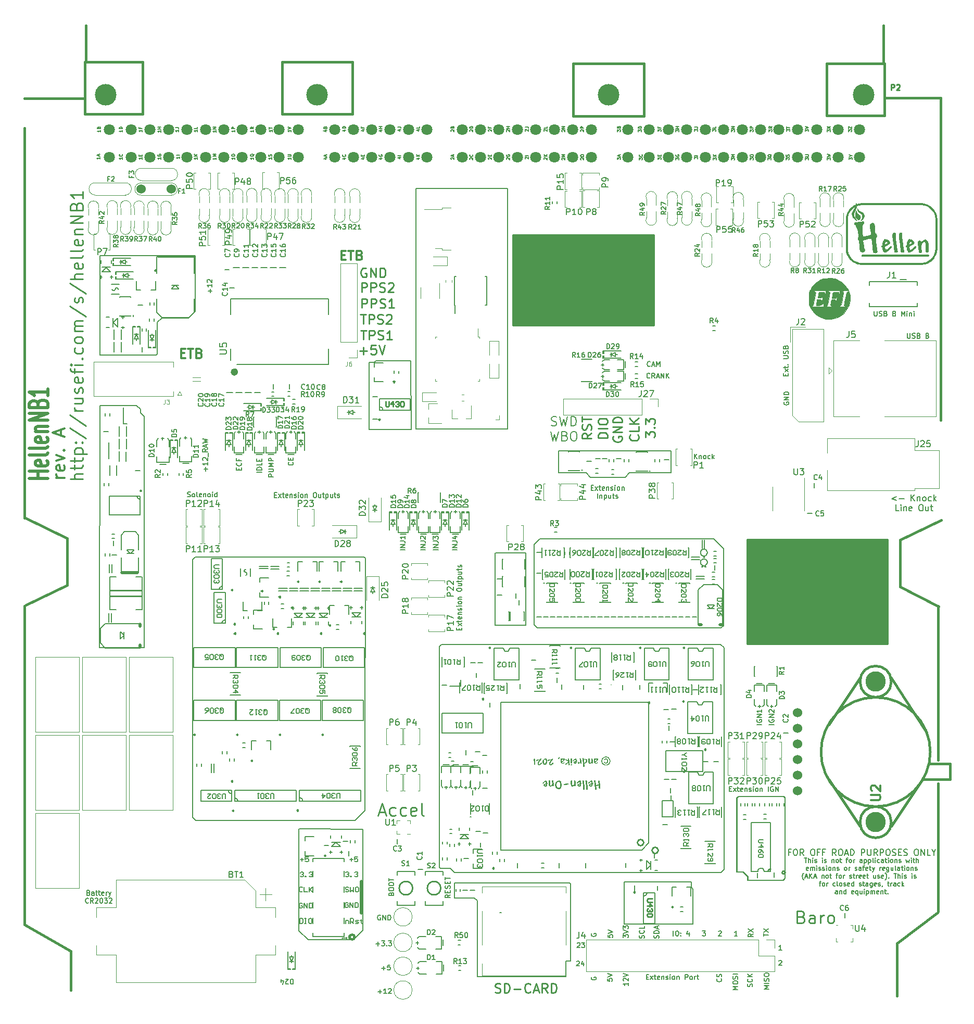
<source format=gto>
G75*
G70*
%OFA0B0*%
%FSLAX25Y25*%
%IPPOS*%
%LPD*%
%AMOC8*
5,1,8,0,0,1.08239X$1,22.5*
%
%ADD10C,0.01969*%
%ADD109C,0.00010*%
%ADD122C,0.00669*%
%ADD136C,0.13780*%
%ADD146C,0.00472*%
%ADD190C,0.00875*%
%ADD199C,0.00787*%
%ADD215C,0.00650*%
%ADD223C,0.01500*%
%ADD23C,0.01200*%
%ADD231C,0.13000*%
%ADD24C,0.02425*%
%ADD248C,0.01000*%
%ADD25C,0.01181*%
%ADD255C,0.00709*%
%ADD260C,0.01968*%
%ADD274C,0.01575*%
%ADD311C,0.00800*%
%ADD320C,0.00500*%
%ADD333C,0.00591*%
%ADD338C,0.00984*%
%ADD350C,0.07087*%
%ADD353C,0.00394*%
%ADD39C,0.00689*%
%ADD46C,0.01476*%
%ADD79C,0.06000*%
%ADD85C,0.00390*%
X0000000Y0000000D02*
%LPD*%
G01*
D223*
X0595129Y0373228D02*
X0595129Y0578761D01*
X0008471Y0579253D02*
X0045916Y0579253D01*
X0035875Y0267618D02*
X0035875Y0297539D01*
X0569046Y0296555D02*
X0569046Y0266634D01*
X0567274Y0038210D02*
X0593258Y0057895D01*
X0595129Y0579745D02*
X0559744Y0579745D01*
X0595424Y0309154D02*
X0569046Y0296555D01*
D338*
X0411447Y0491968D02*
X0321289Y0491968D01*
X0321289Y0491968D02*
X0321289Y0433897D01*
X0321289Y0433897D02*
X0411447Y0433897D01*
X0411447Y0433897D02*
X0411447Y0491968D01*
G36*
X0411447Y0491968D02*
G01*
X0321289Y0491968D01*
X0321289Y0433897D01*
X0411447Y0433897D01*
X0411447Y0491968D01*
G37*
X0561326Y0296970D02*
X0471168Y0296970D01*
X0471168Y0296970D02*
X0471168Y0230041D01*
X0471168Y0230041D02*
X0561326Y0230041D01*
X0561326Y0230041D02*
X0561326Y0296970D01*
G36*
X0561326Y0296970D02*
G01*
X0471168Y0296970D01*
X0471168Y0230041D01*
X0561326Y0230041D01*
X0561326Y0296970D01*
G37*
D223*
X0038196Y0008289D02*
X0038042Y0032698D01*
X0008514Y0310651D02*
X0008514Y0560454D01*
X0569046Y0266634D02*
X0593849Y0254035D01*
X0567329Y0004773D02*
X0567329Y0038407D01*
X0038042Y0033465D02*
X0008514Y0050394D01*
X0035875Y0297539D02*
X0008563Y0310925D01*
X0009497Y0255020D02*
X0035875Y0267618D01*
X0593554Y0155561D02*
X0593554Y0254352D01*
X0008514Y0050415D02*
X0008514Y0254352D01*
X0593554Y0058682D02*
X0593554Y0140600D01*
D122*
X0281156Y0069364D02*
X0279656Y0068314D01*
X0281156Y0067564D02*
X0278006Y0067564D01*
X0278006Y0068764D01*
X0278156Y0069064D01*
X0278306Y0069214D01*
X0278606Y0069364D01*
X0279056Y0069364D01*
X0279356Y0069214D01*
X0279506Y0069064D01*
X0279656Y0068764D01*
X0279656Y0067564D01*
X0279506Y0070714D02*
X0279506Y0071764D01*
X0281156Y0072214D02*
X0281156Y0070714D01*
X0278006Y0070714D01*
X0278006Y0072214D01*
X0281006Y0073413D02*
X0281156Y0073863D01*
X0281156Y0074613D01*
X0281006Y0074913D01*
X0280856Y0075063D01*
X0280556Y0075213D01*
X0280256Y0075213D01*
X0279956Y0075063D01*
X0279806Y0074913D01*
X0279656Y0074613D01*
X0279506Y0074013D01*
X0279356Y0073713D01*
X0279206Y0073563D01*
X0278906Y0073413D01*
X0278606Y0073413D01*
X0278306Y0073563D01*
X0278156Y0073713D01*
X0278006Y0074013D01*
X0278006Y0074763D01*
X0278156Y0075213D01*
X0279506Y0076563D02*
X0279506Y0077613D01*
X0281156Y0078063D02*
X0281156Y0076563D01*
X0278006Y0076563D01*
X0278006Y0078063D01*
X0278006Y0078963D02*
X0278006Y0080762D01*
X0281156Y0079863D02*
X0278006Y0079863D01*
D320*
X0473153Y0558066D02*
X0473153Y0559304D01*
X0473915Y0558637D01*
X0473915Y0558923D01*
X0474010Y0559113D01*
X0474105Y0559208D01*
X0474296Y0559304D01*
X0474772Y0559304D01*
X0474962Y0559208D01*
X0475058Y0559113D01*
X0475153Y0558923D01*
X0475153Y0558351D01*
X0475058Y0558161D01*
X0474962Y0558066D01*
X0475153Y0560161D02*
X0473153Y0560161D01*
X0473153Y0560923D01*
X0473248Y0561113D01*
X0473343Y0561208D01*
X0473534Y0561304D01*
X0473819Y0561304D01*
X0474010Y0561208D01*
X0474105Y0561113D01*
X0474200Y0560923D01*
X0474200Y0560161D01*
D122*
X0237169Y0022434D02*
X0239569Y0022434D01*
X0238369Y0021234D02*
X0238369Y0023634D01*
X0242568Y0024384D02*
X0241069Y0024384D01*
X0240919Y0022884D01*
X0241069Y0023034D01*
X0241369Y0023184D01*
X0242119Y0023184D01*
X0242419Y0023034D01*
X0242568Y0022884D01*
X0242718Y0022584D01*
X0242718Y0021834D01*
X0242568Y0021534D01*
X0242419Y0021384D01*
X0242119Y0021234D01*
X0241369Y0021234D01*
X0241069Y0021384D01*
X0240919Y0021534D01*
D320*
X0414153Y0540161D02*
X0414153Y0541399D01*
X0414915Y0540732D01*
X0414915Y0541018D01*
X0415010Y0541208D01*
X0415105Y0541304D01*
X0415296Y0541399D01*
X0415772Y0541399D01*
X0415962Y0541304D01*
X0416058Y0541208D01*
X0416153Y0541018D01*
X0416153Y0540447D01*
X0416058Y0540256D01*
X0415962Y0540161D01*
X0415105Y0542256D02*
X0415105Y0542923D01*
X0416153Y0543208D02*
X0416153Y0542256D01*
X0414153Y0542256D01*
X0414153Y0543208D01*
X0107318Y0559239D02*
X0107318Y0558096D01*
X0107318Y0558667D02*
X0105318Y0558667D01*
X0105604Y0558477D01*
X0105794Y0558286D01*
X0105890Y0558096D01*
X0105318Y0560667D02*
X0106747Y0560667D01*
X0107032Y0560572D01*
X0107223Y0560382D01*
X0107318Y0560096D01*
X0107318Y0559905D01*
D122*
X0409252Y0407979D02*
X0409102Y0407829D01*
X0408652Y0407679D01*
X0408352Y0407679D01*
X0407902Y0407829D01*
X0407602Y0408129D01*
X0407452Y0408429D01*
X0407302Y0409029D01*
X0407302Y0409479D01*
X0407452Y0410079D01*
X0407602Y0410379D01*
X0407902Y0410679D01*
X0408352Y0410829D01*
X0408652Y0410829D01*
X0409102Y0410679D01*
X0409252Y0410529D01*
X0410452Y0408579D02*
X0411952Y0408579D01*
X0410152Y0407679D02*
X0411202Y0410829D01*
X0412252Y0407679D01*
X0413301Y0407679D02*
X0413301Y0410829D01*
X0414351Y0408579D01*
X0415401Y0410829D01*
X0415401Y0407679D01*
X0475056Y0044372D02*
X0473556Y0043322D01*
X0475056Y0042572D02*
X0471907Y0042572D01*
X0471907Y0043772D01*
X0472057Y0044072D01*
X0472207Y0044222D01*
X0472507Y0044372D01*
X0472957Y0044372D01*
X0473256Y0044222D01*
X0473406Y0044072D01*
X0473556Y0043772D01*
X0473556Y0042572D01*
X0471907Y0045422D02*
X0475056Y0047522D01*
X0471907Y0047522D02*
X0475056Y0045422D01*
D320*
X0179318Y0541453D02*
X0179318Y0540310D01*
X0179318Y0540882D02*
X0177318Y0540882D01*
X0177604Y0540691D01*
X0177794Y0540501D01*
X0177890Y0540310D01*
X0177318Y0542310D02*
X0178937Y0542310D01*
X0179128Y0542405D01*
X0179223Y0542501D01*
X0179318Y0542691D01*
X0179318Y0543072D01*
X0179223Y0543262D01*
X0179128Y0543358D01*
X0178937Y0543453D01*
X0177318Y0543453D01*
D338*
X0224430Y0455420D02*
X0224430Y0461326D01*
X0226680Y0461326D01*
X0227242Y0461045D01*
X0227523Y0460763D01*
X0227805Y0460201D01*
X0227805Y0459357D01*
X0227523Y0458795D01*
X0227242Y0458514D01*
X0226680Y0458233D01*
X0224430Y0458233D01*
X0230336Y0455420D02*
X0230336Y0461326D01*
X0232585Y0461326D01*
X0233148Y0461045D01*
X0233429Y0460763D01*
X0233710Y0460201D01*
X0233710Y0459357D01*
X0233429Y0458795D01*
X0233148Y0458514D01*
X0232585Y0458233D01*
X0230336Y0458233D01*
X0235960Y0455702D02*
X0236804Y0455420D01*
X0238210Y0455420D01*
X0238772Y0455702D01*
X0239053Y0455983D01*
X0239335Y0456545D01*
X0239335Y0457108D01*
X0239053Y0457670D01*
X0238772Y0457951D01*
X0238210Y0458233D01*
X0237085Y0458514D01*
X0236522Y0458795D01*
X0236241Y0459076D01*
X0235960Y0459639D01*
X0235960Y0460201D01*
X0236241Y0460763D01*
X0236522Y0461045D01*
X0237085Y0461326D01*
X0238491Y0461326D01*
X0239335Y0461045D01*
X0241584Y0460763D02*
X0241865Y0461045D01*
X0242428Y0461326D01*
X0243834Y0461326D01*
X0244396Y0461045D01*
X0244678Y0460763D01*
X0244959Y0460201D01*
X0244959Y0459639D01*
X0244678Y0458795D01*
X0241303Y0455420D01*
X0244959Y0455420D01*
D122*
X0573868Y0428911D02*
X0573868Y0426361D01*
X0574018Y0426062D01*
X0574168Y0425912D01*
X0574468Y0425762D01*
X0575068Y0425762D01*
X0575368Y0425912D01*
X0575517Y0426062D01*
X0575667Y0426361D01*
X0575667Y0428911D01*
X0577017Y0425912D02*
X0577467Y0425762D01*
X0578217Y0425762D01*
X0578517Y0425912D01*
X0578667Y0426062D01*
X0578817Y0426361D01*
X0578817Y0426661D01*
X0578667Y0426961D01*
X0578517Y0427111D01*
X0578217Y0427261D01*
X0577617Y0427411D01*
X0577317Y0427561D01*
X0577167Y0427711D01*
X0577017Y0428011D01*
X0577017Y0428311D01*
X0577167Y0428611D01*
X0577317Y0428761D01*
X0577617Y0428911D01*
X0578367Y0428911D01*
X0578817Y0428761D01*
X0581217Y0427411D02*
X0581667Y0427261D01*
X0581817Y0427111D01*
X0581967Y0426811D01*
X0581967Y0426361D01*
X0581817Y0426062D01*
X0581667Y0425912D01*
X0581367Y0425762D01*
X0580167Y0425762D01*
X0580167Y0428911D01*
X0581217Y0428911D01*
X0581517Y0428761D01*
X0581667Y0428611D01*
X0581817Y0428311D01*
X0581817Y0428011D01*
X0581667Y0427711D01*
X0581517Y0427561D01*
X0581217Y0427411D01*
X0580167Y0427411D01*
X0586766Y0427411D02*
X0587216Y0427261D01*
X0587366Y0427111D01*
X0587516Y0426811D01*
X0587516Y0426361D01*
X0587366Y0426062D01*
X0587216Y0425912D01*
X0586916Y0425762D01*
X0585716Y0425762D01*
X0585716Y0428911D01*
X0586766Y0428911D01*
X0587066Y0428761D01*
X0587216Y0428611D01*
X0587366Y0428311D01*
X0587366Y0428011D01*
X0587216Y0427711D01*
X0587066Y0427561D01*
X0586766Y0427411D01*
X0585716Y0427411D01*
D320*
X0167318Y0559239D02*
X0167318Y0558096D01*
X0167318Y0558667D02*
X0165318Y0558667D01*
X0165604Y0558477D01*
X0165794Y0558286D01*
X0165890Y0558096D01*
X0165318Y0559810D02*
X0165318Y0560953D01*
X0167318Y0560382D02*
X0165318Y0560382D01*
X0536153Y0558113D02*
X0536153Y0559351D01*
X0536915Y0558685D01*
X0536915Y0558970D01*
X0537010Y0559161D01*
X0537105Y0559256D01*
X0537296Y0559351D01*
X0537772Y0559351D01*
X0537962Y0559256D01*
X0538058Y0559161D01*
X0538153Y0558970D01*
X0538153Y0558399D01*
X0538058Y0558208D01*
X0537962Y0558113D01*
X0536153Y0560018D02*
X0536153Y0561351D01*
X0538153Y0560018D01*
X0538153Y0561351D01*
D25*
X0034271Y0336389D02*
X0029021Y0336389D01*
X0030521Y0336389D02*
X0029771Y0336764D01*
X0029396Y0337139D01*
X0029021Y0337889D01*
X0029021Y0338639D01*
X0033896Y0344263D02*
X0034271Y0343513D01*
X0034271Y0342014D01*
X0033896Y0341264D01*
X0033146Y0340889D01*
X0030146Y0340889D01*
X0029396Y0341264D01*
X0029021Y0342014D01*
X0029021Y0343513D01*
X0029396Y0344263D01*
X0030146Y0344638D01*
X0030896Y0344638D01*
X0031646Y0340889D01*
X0029021Y0347263D02*
X0034271Y0349138D01*
X0029021Y0351012D01*
X0033521Y0354012D02*
X0033896Y0354387D01*
X0034271Y0354012D01*
X0033896Y0353637D01*
X0033521Y0354012D01*
X0034271Y0354012D01*
X0032021Y0363386D02*
X0032021Y0367135D01*
X0034271Y0362636D02*
X0026397Y0365261D01*
X0034271Y0367885D01*
D122*
X0481749Y0042910D02*
X0481749Y0044710D01*
X0484899Y0043810D02*
X0481749Y0043810D01*
X0481749Y0045459D02*
X0484899Y0047559D01*
X0481749Y0047559D02*
X0484899Y0045459D01*
D46*
X0211452Y0478986D02*
X0213421Y0478986D01*
X0214264Y0475893D02*
X0211452Y0475893D01*
X0211452Y0481798D01*
X0214264Y0481798D01*
X0215951Y0481798D02*
X0219326Y0481798D01*
X0217639Y0475893D02*
X0217639Y0481798D01*
X0223263Y0478986D02*
X0224107Y0478705D01*
X0224388Y0478424D01*
X0224669Y0477861D01*
X0224669Y0477018D01*
X0224388Y0476455D01*
X0224107Y0476174D01*
X0223544Y0475893D01*
X0221295Y0475893D01*
X0221295Y0481798D01*
X0223263Y0481798D01*
X0223826Y0481517D01*
X0224107Y0481236D01*
X0224388Y0480673D01*
X0224388Y0480111D01*
X0224107Y0479549D01*
X0223826Y0479267D01*
X0223263Y0478986D01*
X0221295Y0478986D01*
D122*
X0485292Y0009108D02*
X0482143Y0009108D01*
X0484393Y0010158D01*
X0482143Y0011208D01*
X0485292Y0011208D01*
X0485292Y0012707D02*
X0482143Y0012707D01*
X0485142Y0014057D02*
X0485292Y0014507D01*
X0485292Y0015257D01*
X0485142Y0015557D01*
X0484992Y0015707D01*
X0484693Y0015857D01*
X0484393Y0015857D01*
X0484093Y0015707D01*
X0483943Y0015557D01*
X0483793Y0015257D01*
X0483643Y0014657D01*
X0483493Y0014357D01*
X0483343Y0014207D01*
X0483043Y0014057D01*
X0482743Y0014057D01*
X0482443Y0014207D01*
X0482293Y0014357D01*
X0482143Y0014657D01*
X0482143Y0015407D01*
X0482293Y0015857D01*
X0482143Y0017807D02*
X0482143Y0018407D01*
X0482293Y0018707D01*
X0482593Y0019007D01*
X0483193Y0019157D01*
X0484243Y0019157D01*
X0484843Y0019007D01*
X0485142Y0018707D01*
X0485292Y0018407D01*
X0485292Y0017807D01*
X0485142Y0017507D01*
X0484843Y0017207D01*
X0484243Y0017057D01*
X0483193Y0017057D01*
X0482593Y0017207D01*
X0482293Y0017507D01*
X0482143Y0017807D01*
X0285686Y0290210D02*
X0282537Y0290210D01*
X0285686Y0291710D02*
X0282537Y0291710D01*
X0285686Y0293510D01*
X0282537Y0293510D01*
X0282537Y0295909D02*
X0284786Y0295909D01*
X0285236Y0295759D01*
X0285536Y0295459D01*
X0285686Y0295010D01*
X0285686Y0294710D01*
X0283586Y0298759D02*
X0285686Y0298759D01*
X0282387Y0298009D02*
X0284636Y0297259D01*
X0284636Y0299209D01*
D338*
X0309941Y0007080D02*
X0310784Y0006798D01*
X0312190Y0006798D01*
X0312753Y0007080D01*
X0313034Y0007361D01*
X0313315Y0007923D01*
X0313315Y0008486D01*
X0313034Y0009048D01*
X0312753Y0009329D01*
X0312190Y0009610D01*
X0311065Y0009892D01*
X0310503Y0010173D01*
X0310222Y0010454D01*
X0309941Y0011017D01*
X0309941Y0011579D01*
X0310222Y0012141D01*
X0310503Y0012423D01*
X0311065Y0012704D01*
X0312471Y0012704D01*
X0313315Y0012423D01*
X0315846Y0006798D02*
X0315846Y0012704D01*
X0317252Y0012704D01*
X0318096Y0012423D01*
X0318658Y0011860D01*
X0318939Y0011298D01*
X0319221Y0010173D01*
X0319221Y0009329D01*
X0318939Y0008204D01*
X0318658Y0007642D01*
X0318096Y0007080D01*
X0317252Y0006798D01*
X0315846Y0006798D01*
X0321752Y0009048D02*
X0326251Y0009048D01*
X0332438Y0007361D02*
X0332157Y0007080D01*
X0331313Y0006798D01*
X0330750Y0006798D01*
X0329907Y0007080D01*
X0329344Y0007642D01*
X0329063Y0008204D01*
X0328782Y0009329D01*
X0328782Y0010173D01*
X0329063Y0011298D01*
X0329344Y0011860D01*
X0329907Y0012423D01*
X0330750Y0012704D01*
X0331313Y0012704D01*
X0332157Y0012423D01*
X0332438Y0012141D01*
X0334687Y0008486D02*
X0337500Y0008486D01*
X0334125Y0006798D02*
X0336094Y0012704D01*
X0338062Y0006798D01*
X0343405Y0006798D02*
X0341437Y0009610D01*
X0340031Y0006798D02*
X0340031Y0012704D01*
X0342280Y0012704D01*
X0342843Y0012423D01*
X0343124Y0012141D01*
X0343405Y0011579D01*
X0343405Y0010735D01*
X0343124Y0010173D01*
X0342843Y0009892D01*
X0342280Y0009610D01*
X0340031Y0009610D01*
X0345936Y0006798D02*
X0345936Y0012704D01*
X0347342Y0012704D01*
X0348186Y0012423D01*
X0348748Y0011860D01*
X0349029Y0011298D01*
X0349311Y0010173D01*
X0349311Y0009329D01*
X0349029Y0008204D01*
X0348748Y0007642D01*
X0348186Y0007080D01*
X0347342Y0006798D01*
X0345936Y0006798D01*
D320*
X0388153Y0540208D02*
X0388153Y0541447D01*
X0388915Y0540780D01*
X0388915Y0541066D01*
X0389010Y0541256D01*
X0389105Y0541351D01*
X0389296Y0541447D01*
X0389772Y0541447D01*
X0389962Y0541351D01*
X0390058Y0541256D01*
X0390153Y0541066D01*
X0390153Y0540494D01*
X0390058Y0540304D01*
X0389962Y0540208D01*
X0389581Y0542208D02*
X0389581Y0543161D01*
X0390153Y0542018D02*
X0388153Y0542685D01*
X0390153Y0543351D01*
X0414153Y0558208D02*
X0414153Y0559447D01*
X0414915Y0558780D01*
X0414915Y0559066D01*
X0415010Y0559256D01*
X0415105Y0559351D01*
X0415296Y0559447D01*
X0415772Y0559447D01*
X0415962Y0559351D01*
X0416058Y0559256D01*
X0416153Y0559066D01*
X0416153Y0558494D01*
X0416058Y0558304D01*
X0415962Y0558208D01*
X0415105Y0560970D02*
X0415105Y0560304D01*
X0416153Y0560304D02*
X0414153Y0560304D01*
X0414153Y0561256D01*
X0484653Y0540018D02*
X0484653Y0541256D01*
X0485415Y0540589D01*
X0485415Y0540875D01*
X0485510Y0541066D01*
X0485605Y0541161D01*
X0485796Y0541256D01*
X0486272Y0541256D01*
X0486462Y0541161D01*
X0486558Y0541066D01*
X0486653Y0540875D01*
X0486653Y0540304D01*
X0486558Y0540113D01*
X0486462Y0540018D01*
X0486843Y0543447D02*
X0486748Y0543256D01*
X0486558Y0543066D01*
X0486272Y0542780D01*
X0486177Y0542589D01*
X0486177Y0542399D01*
X0486653Y0542494D02*
X0486558Y0542304D01*
X0486367Y0542113D01*
X0485986Y0542018D01*
X0485319Y0542018D01*
X0484939Y0542113D01*
X0484748Y0542304D01*
X0484653Y0542494D01*
X0484653Y0542875D01*
X0484748Y0543066D01*
X0484939Y0543256D01*
X0485319Y0543351D01*
X0485986Y0543351D01*
X0486367Y0543256D01*
X0486558Y0543066D01*
X0486653Y0542875D01*
X0486653Y0542494D01*
X0449653Y0540066D02*
X0449653Y0541304D01*
X0450415Y0540637D01*
X0450415Y0540923D01*
X0450510Y0541113D01*
X0450605Y0541208D01*
X0450796Y0541304D01*
X0451272Y0541304D01*
X0451462Y0541208D01*
X0451558Y0541113D01*
X0451653Y0540923D01*
X0451653Y0540351D01*
X0451558Y0540161D01*
X0451462Y0540066D01*
X0451653Y0542161D02*
X0449653Y0542161D01*
X0451653Y0543304D02*
X0450510Y0542447D01*
X0449653Y0543304D02*
X0450796Y0542161D01*
D333*
X0566990Y0324190D02*
X0563990Y0323065D01*
X0566990Y0321940D01*
X0568490Y0322878D02*
X0571864Y0322878D01*
X0576364Y0321565D02*
X0576364Y0325502D01*
X0578614Y0321565D02*
X0576926Y0323815D01*
X0578614Y0325502D02*
X0576364Y0323253D01*
X0580301Y0324190D02*
X0580301Y0321565D01*
X0580301Y0323815D02*
X0580488Y0324003D01*
X0580863Y0324190D01*
X0581426Y0324190D01*
X0581801Y0324003D01*
X0581988Y0323628D01*
X0581988Y0321565D01*
X0584425Y0321565D02*
X0584050Y0321753D01*
X0583863Y0321940D01*
X0583675Y0322315D01*
X0583675Y0323440D01*
X0583863Y0323815D01*
X0584050Y0324003D01*
X0584425Y0324190D01*
X0584988Y0324190D01*
X0585363Y0324003D01*
X0585550Y0323815D01*
X0585738Y0323440D01*
X0585738Y0322315D01*
X0585550Y0321940D01*
X0585363Y0321753D01*
X0584988Y0321565D01*
X0584425Y0321565D01*
X0589112Y0321753D02*
X0588737Y0321565D01*
X0587987Y0321565D01*
X0587612Y0321753D01*
X0587425Y0321940D01*
X0587238Y0322315D01*
X0587238Y0323440D01*
X0587425Y0323815D01*
X0587612Y0324003D01*
X0587987Y0324190D01*
X0588737Y0324190D01*
X0589112Y0324003D01*
X0590800Y0321565D02*
X0590800Y0325502D01*
X0591175Y0323065D02*
X0592299Y0321565D01*
X0592299Y0324190D02*
X0590800Y0322690D01*
X0568396Y0315227D02*
X0566521Y0315227D01*
X0566521Y0319164D01*
X0569708Y0315227D02*
X0569708Y0317852D01*
X0569708Y0319164D02*
X0569521Y0318976D01*
X0569708Y0318789D01*
X0569896Y0318976D01*
X0569708Y0319164D01*
X0569708Y0318789D01*
X0571583Y0317852D02*
X0571583Y0315227D01*
X0571583Y0317477D02*
X0571771Y0317664D01*
X0572146Y0317852D01*
X0572708Y0317852D01*
X0573083Y0317664D01*
X0573271Y0317289D01*
X0573271Y0315227D01*
X0576645Y0315414D02*
X0576270Y0315227D01*
X0575520Y0315227D01*
X0575145Y0315414D01*
X0574958Y0315789D01*
X0574958Y0317289D01*
X0575145Y0317664D01*
X0575520Y0317852D01*
X0576270Y0317852D01*
X0576645Y0317664D01*
X0576833Y0317289D01*
X0576833Y0316914D01*
X0574958Y0316539D01*
X0582269Y0319164D02*
X0583019Y0319164D01*
X0583394Y0318976D01*
X0583769Y0318601D01*
X0583957Y0317852D01*
X0583957Y0316539D01*
X0583769Y0315789D01*
X0583394Y0315414D01*
X0583019Y0315227D01*
X0582269Y0315227D01*
X0581894Y0315414D01*
X0581519Y0315789D01*
X0581332Y0316539D01*
X0581332Y0317852D01*
X0581519Y0318601D01*
X0581894Y0318976D01*
X0582269Y0319164D01*
X0587331Y0317852D02*
X0587331Y0315227D01*
X0585644Y0317852D02*
X0585644Y0315789D01*
X0585831Y0315414D01*
X0586206Y0315227D01*
X0586769Y0315227D01*
X0587144Y0315414D01*
X0587331Y0315602D01*
X0588644Y0317852D02*
X0590143Y0317852D01*
X0589206Y0319164D02*
X0589206Y0315789D01*
X0589394Y0315414D01*
X0589768Y0315227D01*
X0590143Y0315227D01*
D122*
X0168679Y0325443D02*
X0169729Y0325443D01*
X0170179Y0323793D02*
X0168679Y0323793D01*
X0168679Y0326943D01*
X0170179Y0326943D01*
X0171229Y0323793D02*
X0172879Y0325893D01*
X0171229Y0325893D02*
X0172879Y0323793D01*
X0173629Y0325893D02*
X0174829Y0325893D01*
X0174079Y0326943D02*
X0174079Y0324243D01*
X0174229Y0323943D01*
X0174529Y0323793D01*
X0174829Y0323793D01*
X0177078Y0323943D02*
X0176778Y0323793D01*
X0176178Y0323793D01*
X0175878Y0323943D01*
X0175728Y0324243D01*
X0175728Y0325443D01*
X0175878Y0325743D01*
X0176178Y0325893D01*
X0176778Y0325893D01*
X0177078Y0325743D01*
X0177228Y0325443D01*
X0177228Y0325143D01*
X0175728Y0324843D01*
X0178578Y0325893D02*
X0178578Y0323793D01*
X0178578Y0325593D02*
X0178728Y0325743D01*
X0179028Y0325893D01*
X0179478Y0325893D01*
X0179778Y0325743D01*
X0179928Y0325443D01*
X0179928Y0323793D01*
X0181278Y0323943D02*
X0181578Y0323793D01*
X0182178Y0323793D01*
X0182478Y0323943D01*
X0182628Y0324243D01*
X0182628Y0324393D01*
X0182478Y0324693D01*
X0182178Y0324843D01*
X0181728Y0324843D01*
X0181428Y0324993D01*
X0181278Y0325293D01*
X0181278Y0325443D01*
X0181428Y0325743D01*
X0181728Y0325893D01*
X0182178Y0325893D01*
X0182478Y0325743D01*
X0183977Y0323793D02*
X0183977Y0325893D01*
X0183977Y0326943D02*
X0183827Y0326793D01*
X0183977Y0326643D01*
X0184127Y0326793D01*
X0183977Y0326943D01*
X0183977Y0326643D01*
X0185927Y0323793D02*
X0185627Y0323943D01*
X0185477Y0324093D01*
X0185327Y0324393D01*
X0185327Y0325293D01*
X0185477Y0325593D01*
X0185627Y0325743D01*
X0185927Y0325893D01*
X0186377Y0325893D01*
X0186677Y0325743D01*
X0186827Y0325593D01*
X0186977Y0325293D01*
X0186977Y0324393D01*
X0186827Y0324093D01*
X0186677Y0323943D01*
X0186377Y0323793D01*
X0185927Y0323793D01*
X0188327Y0325893D02*
X0188327Y0323793D01*
X0188327Y0325593D02*
X0188477Y0325743D01*
X0188777Y0325893D01*
X0189227Y0325893D01*
X0189527Y0325743D01*
X0189677Y0325443D01*
X0189677Y0323793D01*
X0194176Y0326943D02*
X0194776Y0326943D01*
X0195076Y0326793D01*
X0195376Y0326493D01*
X0195526Y0325893D01*
X0195526Y0324843D01*
X0195376Y0324243D01*
X0195076Y0323943D01*
X0194776Y0323793D01*
X0194176Y0323793D01*
X0193876Y0323943D01*
X0193576Y0324243D01*
X0193426Y0324843D01*
X0193426Y0325893D01*
X0193576Y0326493D01*
X0193876Y0326793D01*
X0194176Y0326943D01*
X0198226Y0325893D02*
X0198226Y0323793D01*
X0196876Y0325893D02*
X0196876Y0324243D01*
X0197026Y0323943D01*
X0197326Y0323793D01*
X0197776Y0323793D01*
X0198076Y0323943D01*
X0198226Y0324093D01*
X0199275Y0325893D02*
X0200475Y0325893D01*
X0199725Y0326943D02*
X0199725Y0324243D01*
X0199875Y0323943D01*
X0200175Y0323793D01*
X0200475Y0323793D01*
X0201525Y0325893D02*
X0201525Y0322743D01*
X0201525Y0325743D02*
X0201825Y0325893D01*
X0202425Y0325893D01*
X0202725Y0325743D01*
X0202875Y0325593D01*
X0203025Y0325293D01*
X0203025Y0324393D01*
X0202875Y0324093D01*
X0202725Y0323943D01*
X0202425Y0323793D01*
X0201825Y0323793D01*
X0201525Y0323943D01*
X0205725Y0325893D02*
X0205725Y0323793D01*
X0204375Y0325893D02*
X0204375Y0324243D01*
X0204525Y0323943D01*
X0204825Y0323793D01*
X0205275Y0323793D01*
X0205575Y0323943D01*
X0205725Y0324093D01*
X0206775Y0325893D02*
X0207974Y0325893D01*
X0207224Y0326943D02*
X0207224Y0324243D01*
X0207374Y0323943D01*
X0207674Y0323793D01*
X0207974Y0323793D01*
X0208874Y0323943D02*
X0209174Y0323793D01*
X0209774Y0323793D01*
X0210074Y0323943D01*
X0210224Y0324243D01*
X0210224Y0324393D01*
X0210074Y0324693D01*
X0209774Y0324843D01*
X0209324Y0324843D01*
X0209024Y0324993D01*
X0208874Y0325293D01*
X0208874Y0325443D01*
X0209024Y0325743D01*
X0209324Y0325893D01*
X0209774Y0325893D01*
X0210074Y0325743D01*
D320*
X0305843Y0558304D02*
X0305748Y0558399D01*
X0305653Y0558589D01*
X0305653Y0559066D01*
X0305748Y0559256D01*
X0305843Y0559351D01*
X0306034Y0559447D01*
X0306224Y0559447D01*
X0306510Y0559351D01*
X0307653Y0558208D01*
X0307653Y0559447D01*
X0306605Y0560970D02*
X0306605Y0560304D01*
X0307653Y0560304D02*
X0305653Y0560304D01*
X0305653Y0561256D01*
D122*
X0286790Y0238969D02*
X0286790Y0240019D01*
X0288439Y0240469D02*
X0288439Y0238969D01*
X0285290Y0238969D01*
X0285290Y0240469D01*
X0288439Y0241519D02*
X0286340Y0243169D01*
X0286340Y0241519D02*
X0288439Y0243169D01*
X0286340Y0243919D02*
X0286340Y0245119D01*
X0285290Y0244369D02*
X0287989Y0244369D01*
X0288289Y0244519D01*
X0288439Y0244819D01*
X0288439Y0245119D01*
X0288289Y0247368D02*
X0288439Y0247068D01*
X0288439Y0246468D01*
X0288289Y0246168D01*
X0287989Y0246018D01*
X0286790Y0246018D01*
X0286490Y0246168D01*
X0286340Y0246468D01*
X0286340Y0247068D01*
X0286490Y0247368D01*
X0286790Y0247518D01*
X0287089Y0247518D01*
X0287389Y0246018D01*
X0286340Y0248868D02*
X0288439Y0248868D01*
X0286640Y0248868D02*
X0286490Y0249018D01*
X0286340Y0249318D01*
X0286340Y0249768D01*
X0286490Y0250068D01*
X0286790Y0250218D01*
X0288439Y0250218D01*
X0288289Y0251568D02*
X0288439Y0251868D01*
X0288439Y0252468D01*
X0288289Y0252768D01*
X0287989Y0252918D01*
X0287839Y0252918D01*
X0287539Y0252768D01*
X0287389Y0252468D01*
X0287389Y0252018D01*
X0287239Y0251718D01*
X0286939Y0251568D01*
X0286790Y0251568D01*
X0286490Y0251718D01*
X0286340Y0252018D01*
X0286340Y0252468D01*
X0286490Y0252768D01*
X0288439Y0254267D02*
X0286340Y0254267D01*
X0285290Y0254267D02*
X0285440Y0254117D01*
X0285590Y0254267D01*
X0285440Y0254417D01*
X0285290Y0254267D01*
X0285590Y0254267D01*
X0288439Y0256217D02*
X0288289Y0255917D01*
X0288139Y0255767D01*
X0287839Y0255617D01*
X0286939Y0255617D01*
X0286640Y0255767D01*
X0286490Y0255917D01*
X0286340Y0256217D01*
X0286340Y0256667D01*
X0286490Y0256967D01*
X0286640Y0257117D01*
X0286939Y0257267D01*
X0287839Y0257267D01*
X0288139Y0257117D01*
X0288289Y0256967D01*
X0288439Y0256667D01*
X0288439Y0256217D01*
X0286340Y0258617D02*
X0288439Y0258617D01*
X0286640Y0258617D02*
X0286490Y0258767D01*
X0286340Y0259067D01*
X0286340Y0259517D01*
X0286490Y0259817D01*
X0286790Y0259967D01*
X0288439Y0259967D01*
X0285290Y0264466D02*
X0285290Y0265066D01*
X0285440Y0265366D01*
X0285740Y0265666D01*
X0286340Y0265816D01*
X0287389Y0265816D01*
X0287989Y0265666D01*
X0288289Y0265366D01*
X0288439Y0265066D01*
X0288439Y0264466D01*
X0288289Y0264166D01*
X0287989Y0263866D01*
X0287389Y0263716D01*
X0286340Y0263716D01*
X0285740Y0263866D01*
X0285440Y0264166D01*
X0285290Y0264466D01*
X0286340Y0268516D02*
X0288439Y0268516D01*
X0286340Y0267166D02*
X0287989Y0267166D01*
X0288289Y0267316D01*
X0288439Y0267616D01*
X0288439Y0268066D01*
X0288289Y0268366D01*
X0288139Y0268516D01*
X0286340Y0269565D02*
X0286340Y0270765D01*
X0285290Y0270015D02*
X0287989Y0270015D01*
X0288289Y0270165D01*
X0288439Y0270465D01*
X0288439Y0270765D01*
X0286340Y0271815D02*
X0289489Y0271815D01*
X0286490Y0271815D02*
X0286340Y0272115D01*
X0286340Y0272715D01*
X0286490Y0273015D01*
X0286640Y0273165D01*
X0286939Y0273315D01*
X0287839Y0273315D01*
X0288139Y0273165D01*
X0288289Y0273015D01*
X0288439Y0272715D01*
X0288439Y0272115D01*
X0288289Y0271815D01*
X0286340Y0276015D02*
X0288439Y0276015D01*
X0286340Y0274665D02*
X0287989Y0274665D01*
X0288289Y0274815D01*
X0288439Y0275115D01*
X0288439Y0275565D01*
X0288289Y0275865D01*
X0288139Y0276015D01*
X0286340Y0277065D02*
X0286340Y0278264D01*
X0285290Y0277514D02*
X0287989Y0277514D01*
X0288289Y0277664D01*
X0288439Y0277964D01*
X0288439Y0278264D01*
X0288289Y0279164D02*
X0288439Y0279464D01*
X0288439Y0280064D01*
X0288289Y0280364D01*
X0287989Y0280514D01*
X0287839Y0280514D01*
X0287539Y0280364D01*
X0287389Y0280064D01*
X0287389Y0279614D01*
X0287239Y0279314D01*
X0286939Y0279164D01*
X0286790Y0279164D01*
X0286490Y0279314D01*
X0286340Y0279614D01*
X0286340Y0280064D01*
X0286490Y0280364D01*
X0454678Y0015632D02*
X0454828Y0015482D01*
X0454977Y0015032D01*
X0454977Y0014732D01*
X0454828Y0014282D01*
X0454528Y0013982D01*
X0454228Y0013832D01*
X0453628Y0013682D01*
X0453178Y0013682D01*
X0452578Y0013832D01*
X0452278Y0013982D01*
X0451978Y0014282D01*
X0451828Y0014732D01*
X0451828Y0015032D01*
X0451978Y0015482D01*
X0452128Y0015632D01*
X0454828Y0016832D02*
X0454977Y0017282D01*
X0454977Y0018032D01*
X0454828Y0018332D01*
X0454678Y0018482D01*
X0454378Y0018632D01*
X0454078Y0018632D01*
X0453778Y0018482D01*
X0453628Y0018332D01*
X0453478Y0018032D01*
X0453328Y0017432D01*
X0453178Y0017132D01*
X0453028Y0016982D01*
X0452728Y0016832D01*
X0452428Y0016832D01*
X0452128Y0016982D01*
X0451978Y0017132D01*
X0451828Y0017432D01*
X0451828Y0018182D01*
X0451978Y0018632D01*
X0437408Y0348596D02*
X0437408Y0351746D01*
X0439208Y0348596D02*
X0437858Y0350396D01*
X0439208Y0351746D02*
X0437408Y0349946D01*
X0440558Y0350696D02*
X0440558Y0348596D01*
X0440558Y0350396D02*
X0440708Y0350546D01*
X0441008Y0350696D01*
X0441458Y0350696D01*
X0441758Y0350546D01*
X0441908Y0350246D01*
X0441908Y0348596D01*
X0443857Y0348596D02*
X0443557Y0348746D01*
X0443407Y0348896D01*
X0443257Y0349196D01*
X0443257Y0350096D01*
X0443407Y0350396D01*
X0443557Y0350546D01*
X0443857Y0350696D01*
X0444307Y0350696D01*
X0444607Y0350546D01*
X0444757Y0350396D01*
X0444907Y0350096D01*
X0444907Y0349196D01*
X0444757Y0348896D01*
X0444607Y0348746D01*
X0444307Y0348596D01*
X0443857Y0348596D01*
X0447607Y0348746D02*
X0447307Y0348596D01*
X0446707Y0348596D01*
X0446407Y0348746D01*
X0446257Y0348896D01*
X0446107Y0349196D01*
X0446107Y0350096D01*
X0446257Y0350396D01*
X0446407Y0350546D01*
X0446707Y0350696D01*
X0447307Y0350696D01*
X0447607Y0350546D01*
X0448957Y0348596D02*
X0448957Y0351746D01*
X0449257Y0349796D02*
X0450157Y0348596D01*
X0450157Y0350696D02*
X0448957Y0349496D01*
X0160489Y0339869D02*
X0157340Y0339869D01*
X0160489Y0341369D02*
X0157340Y0341369D01*
X0157340Y0342119D01*
X0157490Y0342569D01*
X0157790Y0342868D01*
X0158090Y0343018D01*
X0158690Y0343168D01*
X0159139Y0343168D01*
X0159739Y0343018D01*
X0160039Y0342868D01*
X0160339Y0342569D01*
X0160489Y0342119D01*
X0160489Y0341369D01*
X0160489Y0346018D02*
X0160489Y0344518D01*
X0157340Y0344518D01*
X0158840Y0347068D02*
X0158840Y0348118D01*
X0160489Y0348568D02*
X0160489Y0347068D01*
X0157340Y0347068D01*
X0157340Y0348568D01*
D320*
X0496653Y0558304D02*
X0496653Y0559542D01*
X0497415Y0558875D01*
X0497415Y0559161D01*
X0497510Y0559351D01*
X0497605Y0559447D01*
X0497796Y0559542D01*
X0498272Y0559542D01*
X0498462Y0559447D01*
X0498558Y0559351D01*
X0498653Y0559161D01*
X0498653Y0558589D01*
X0498558Y0558399D01*
X0498462Y0558304D01*
X0496653Y0560113D02*
X0496653Y0561256D01*
X0498653Y0560685D02*
X0496653Y0560685D01*
X0260300Y0559304D02*
X0261633Y0559304D01*
X0259538Y0558828D02*
X0260966Y0558351D01*
X0260966Y0559589D01*
X0261633Y0561304D02*
X0261633Y0560351D01*
X0259633Y0560351D01*
X0119318Y0559191D02*
X0119318Y0558048D01*
X0119318Y0558620D02*
X0117318Y0558620D01*
X0117604Y0558429D01*
X0117794Y0558239D01*
X0117890Y0558048D01*
X0119318Y0561001D02*
X0119318Y0560048D01*
X0117318Y0560048D01*
D122*
X0252222Y0290210D02*
X0249072Y0290210D01*
X0252222Y0291710D02*
X0249072Y0291710D01*
X0252222Y0293510D01*
X0249072Y0293510D01*
X0249072Y0295909D02*
X0251322Y0295909D01*
X0251772Y0295759D01*
X0252072Y0295459D01*
X0252222Y0295010D01*
X0252222Y0294710D01*
X0252222Y0299059D02*
X0252222Y0297259D01*
X0252222Y0298159D02*
X0249072Y0298159D01*
X0249522Y0297859D01*
X0249822Y0297559D01*
X0249972Y0297259D01*
X0273481Y0290210D02*
X0270332Y0290210D01*
X0273481Y0291710D02*
X0270332Y0291710D01*
X0273481Y0293510D01*
X0270332Y0293510D01*
X0270332Y0295909D02*
X0272582Y0295909D01*
X0273031Y0295759D01*
X0273331Y0295459D01*
X0273481Y0295010D01*
X0273481Y0294710D01*
X0270332Y0297109D02*
X0270332Y0299059D01*
X0271532Y0298009D01*
X0271532Y0298459D01*
X0271682Y0298759D01*
X0271832Y0298909D01*
X0272132Y0299059D01*
X0272882Y0299059D01*
X0273181Y0298909D01*
X0273331Y0298759D01*
X0273481Y0298459D01*
X0273481Y0297559D01*
X0273331Y0297259D01*
X0273181Y0297109D01*
X0493395Y0034057D02*
X0491596Y0034057D01*
X0492495Y0034057D02*
X0492495Y0037207D01*
X0492195Y0036757D01*
X0491895Y0036457D01*
X0491596Y0036307D01*
D320*
X0437653Y0558304D02*
X0437653Y0559542D01*
X0438415Y0558875D01*
X0438415Y0559161D01*
X0438510Y0559351D01*
X0438605Y0559447D01*
X0438796Y0559542D01*
X0439272Y0559542D01*
X0439462Y0559447D01*
X0439558Y0559351D01*
X0439653Y0559161D01*
X0439653Y0558589D01*
X0439558Y0558399D01*
X0439462Y0558304D01*
X0437653Y0560970D02*
X0439081Y0560970D01*
X0439367Y0560875D01*
X0439558Y0560685D01*
X0439653Y0560399D01*
X0439653Y0560208D01*
D122*
X0049585Y0070793D02*
X0050035Y0070643D01*
X0050185Y0070493D01*
X0050335Y0070193D01*
X0050335Y0069743D01*
X0050185Y0069443D01*
X0050035Y0069293D01*
X0049735Y0069143D01*
X0048535Y0069143D01*
X0048535Y0072293D01*
X0049585Y0072293D01*
X0049885Y0072143D01*
X0050035Y0071993D01*
X0050185Y0071693D01*
X0050185Y0071393D01*
X0050035Y0071093D01*
X0049885Y0070943D01*
X0049585Y0070793D01*
X0048535Y0070793D01*
X0053034Y0069143D02*
X0053034Y0070793D01*
X0052884Y0071093D01*
X0052584Y0071243D01*
X0051984Y0071243D01*
X0051685Y0071093D01*
X0053034Y0069293D02*
X0052734Y0069143D01*
X0051984Y0069143D01*
X0051685Y0069293D01*
X0051535Y0069593D01*
X0051535Y0069893D01*
X0051685Y0070193D01*
X0051984Y0070343D01*
X0052734Y0070343D01*
X0053034Y0070493D01*
X0054084Y0071243D02*
X0055284Y0071243D01*
X0054534Y0072293D02*
X0054534Y0069593D01*
X0054684Y0069293D01*
X0054984Y0069143D01*
X0055284Y0069143D01*
X0055884Y0071243D02*
X0057084Y0071243D01*
X0056334Y0072293D02*
X0056334Y0069593D01*
X0056484Y0069293D01*
X0056784Y0069143D01*
X0057084Y0069143D01*
X0059334Y0069293D02*
X0059034Y0069143D01*
X0058434Y0069143D01*
X0058134Y0069293D01*
X0057984Y0069593D01*
X0057984Y0070793D01*
X0058134Y0071093D01*
X0058434Y0071243D01*
X0059034Y0071243D01*
X0059334Y0071093D01*
X0059484Y0070793D01*
X0059484Y0070493D01*
X0057984Y0070193D01*
X0060833Y0069143D02*
X0060833Y0071243D01*
X0060833Y0070643D02*
X0060983Y0070943D01*
X0061133Y0071093D01*
X0061433Y0071243D01*
X0061733Y0071243D01*
X0062483Y0071243D02*
X0063233Y0069143D01*
X0063983Y0071243D02*
X0063233Y0069143D01*
X0062933Y0068394D01*
X0062783Y0068244D01*
X0062483Y0068094D01*
X0049510Y0064373D02*
X0049360Y0064223D01*
X0048910Y0064073D01*
X0048610Y0064073D01*
X0048160Y0064223D01*
X0047860Y0064523D01*
X0047710Y0064822D01*
X0047560Y0065422D01*
X0047560Y0065872D01*
X0047710Y0066472D01*
X0047860Y0066772D01*
X0048160Y0067072D01*
X0048610Y0067222D01*
X0048910Y0067222D01*
X0049360Y0067072D01*
X0049510Y0066922D01*
X0052659Y0064073D02*
X0051610Y0065572D01*
X0050860Y0064073D02*
X0050860Y0067222D01*
X0052059Y0067222D01*
X0052359Y0067072D01*
X0052509Y0066922D01*
X0052659Y0066622D01*
X0052659Y0066172D01*
X0052509Y0065872D01*
X0052359Y0065722D01*
X0052059Y0065572D01*
X0050860Y0065572D01*
X0053859Y0066922D02*
X0054009Y0067072D01*
X0054309Y0067222D01*
X0055059Y0067222D01*
X0055359Y0067072D01*
X0055509Y0066922D01*
X0055659Y0066622D01*
X0055659Y0066322D01*
X0055509Y0065872D01*
X0053709Y0064073D01*
X0055659Y0064073D01*
X0057609Y0067222D02*
X0057909Y0067222D01*
X0058209Y0067072D01*
X0058359Y0066922D01*
X0058509Y0066622D01*
X0058659Y0066022D01*
X0058659Y0065272D01*
X0058509Y0064673D01*
X0058359Y0064373D01*
X0058209Y0064223D01*
X0057909Y0064073D01*
X0057609Y0064073D01*
X0057309Y0064223D01*
X0057159Y0064373D01*
X0057009Y0064673D01*
X0056859Y0065272D01*
X0056859Y0066022D01*
X0057009Y0066622D01*
X0057159Y0066922D01*
X0057309Y0067072D01*
X0057609Y0067222D01*
X0059709Y0067222D02*
X0061658Y0067222D01*
X0060608Y0066022D01*
X0061058Y0066022D01*
X0061358Y0065872D01*
X0061508Y0065722D01*
X0061658Y0065422D01*
X0061658Y0064673D01*
X0061508Y0064373D01*
X0061358Y0064223D01*
X0061058Y0064073D01*
X0060158Y0064073D01*
X0059859Y0064223D01*
X0059709Y0064373D01*
X0062858Y0066922D02*
X0063008Y0067072D01*
X0063308Y0067222D01*
X0064058Y0067222D01*
X0064358Y0067072D01*
X0064508Y0066922D01*
X0064658Y0066622D01*
X0064658Y0066322D01*
X0064508Y0065872D01*
X0062708Y0064073D01*
X0064658Y0064073D01*
D320*
X0200759Y0559048D02*
X0202092Y0559048D01*
X0199997Y0558571D02*
X0201426Y0558095D01*
X0201426Y0559333D01*
X0201045Y0560762D02*
X0201140Y0561048D01*
X0201235Y0561143D01*
X0201426Y0561238D01*
X0201712Y0561238D01*
X0201902Y0561143D01*
X0201997Y0561048D01*
X0202092Y0560857D01*
X0202092Y0560095D01*
X0200092Y0560095D01*
X0200092Y0560762D01*
X0200188Y0560952D01*
X0200283Y0561048D01*
X0200473Y0561143D01*
X0200664Y0561143D01*
X0200854Y0561048D01*
X0200950Y0560952D01*
X0201045Y0560762D01*
X0201045Y0560095D01*
D122*
X0488442Y0178395D02*
X0485292Y0178395D01*
X0485442Y0181545D02*
X0485292Y0181245D01*
X0485292Y0180795D01*
X0485442Y0180345D01*
X0485742Y0180045D01*
X0486042Y0179895D01*
X0486642Y0179745D01*
X0487092Y0179745D01*
X0487692Y0179895D01*
X0487992Y0180045D01*
X0488292Y0180345D01*
X0488442Y0180795D01*
X0488442Y0181095D01*
X0488292Y0181545D01*
X0488142Y0181695D01*
X0487092Y0181695D01*
X0487092Y0181095D01*
X0488442Y0183045D02*
X0485292Y0183045D01*
X0488442Y0184844D01*
X0485292Y0184844D01*
X0485592Y0186194D02*
X0485442Y0186344D01*
X0485292Y0186644D01*
X0485292Y0187394D01*
X0485442Y0187694D01*
X0485592Y0187844D01*
X0485892Y0187994D01*
X0486192Y0187994D01*
X0486642Y0187844D01*
X0488442Y0186044D01*
X0488442Y0187994D01*
D320*
X0119318Y0541501D02*
X0119318Y0540358D01*
X0119318Y0540929D02*
X0117318Y0540929D01*
X0117604Y0540739D01*
X0117794Y0540548D01*
X0117890Y0540358D01*
X0119318Y0542358D02*
X0117318Y0542358D01*
X0119318Y0543501D02*
X0118175Y0542643D01*
X0117318Y0543501D02*
X0118461Y0542358D01*
D338*
X0223319Y0417709D02*
X0227819Y0417709D01*
X0225569Y0415460D02*
X0225569Y0419959D01*
X0233443Y0421365D02*
X0230631Y0421365D01*
X0230350Y0418553D01*
X0230631Y0418834D01*
X0231193Y0419116D01*
X0232599Y0419116D01*
X0233162Y0418834D01*
X0233443Y0418553D01*
X0233724Y0417991D01*
X0233724Y0416585D01*
X0233443Y0416022D01*
X0233162Y0415741D01*
X0232599Y0415460D01*
X0231193Y0415460D01*
X0230631Y0415741D01*
X0230350Y0416022D01*
X0235412Y0421365D02*
X0237380Y0415460D01*
X0239349Y0421365D01*
D122*
X0382143Y0043678D02*
X0382143Y0042179D01*
X0383643Y0042029D01*
X0383493Y0042179D01*
X0383343Y0042479D01*
X0383343Y0043229D01*
X0383493Y0043528D01*
X0383643Y0043678D01*
X0383943Y0043828D01*
X0384693Y0043828D01*
X0384992Y0043678D01*
X0385142Y0043528D01*
X0385292Y0043229D01*
X0385292Y0042479D01*
X0385142Y0042179D01*
X0384992Y0042029D01*
X0382143Y0044728D02*
X0385292Y0045778D01*
X0382143Y0046828D01*
D10*
X0023453Y0336070D02*
X0011642Y0336070D01*
X0017267Y0336070D02*
X0017267Y0340570D01*
X0023453Y0340570D02*
X0011642Y0340570D01*
X0022891Y0347319D02*
X0023453Y0346569D01*
X0023453Y0345069D01*
X0022891Y0344319D01*
X0021766Y0343945D01*
X0017267Y0343945D01*
X0016142Y0344319D01*
X0015579Y0345069D01*
X0015579Y0346569D01*
X0016142Y0347319D01*
X0017267Y0347694D01*
X0018391Y0347694D01*
X0019516Y0343945D01*
X0023453Y0352193D02*
X0022891Y0351444D01*
X0021766Y0351069D01*
X0011642Y0351069D01*
X0023453Y0356318D02*
X0022891Y0355568D01*
X0021766Y0355193D01*
X0011642Y0355193D01*
X0022891Y0362317D02*
X0023453Y0361567D01*
X0023453Y0360067D01*
X0022891Y0359318D01*
X0021766Y0358943D01*
X0017267Y0358943D01*
X0016142Y0359318D01*
X0015579Y0360067D01*
X0015579Y0361567D01*
X0016142Y0362317D01*
X0017267Y0362692D01*
X0018391Y0362692D01*
X0019516Y0358943D01*
X0015579Y0366067D02*
X0023453Y0366067D01*
X0016704Y0366067D02*
X0016142Y0366442D01*
X0015579Y0367192D01*
X0015579Y0368316D01*
X0016142Y0369066D01*
X0017267Y0369441D01*
X0023453Y0369441D01*
X0023453Y0373191D02*
X0011642Y0373191D01*
X0023453Y0377690D01*
X0011642Y0377690D01*
X0017267Y0384064D02*
X0017829Y0385189D01*
X0018391Y0385564D01*
X0019516Y0385939D01*
X0021204Y0385939D01*
X0022328Y0385564D01*
X0022891Y0385189D01*
X0023453Y0384439D01*
X0023453Y0381440D01*
X0011642Y0381440D01*
X0011642Y0384064D01*
X0012205Y0384814D01*
X0012767Y0385189D01*
X0013892Y0385564D01*
X0015017Y0385564D01*
X0016142Y0385189D01*
X0016704Y0384814D01*
X0017267Y0384064D01*
X0017267Y0381440D01*
X0023453Y0393438D02*
X0023453Y0388939D01*
X0023453Y0391189D02*
X0011642Y0391189D01*
X0013330Y0390439D01*
X0014454Y0389689D01*
X0015017Y0388939D01*
D122*
X0243377Y0069938D02*
X0243527Y0070388D01*
X0243677Y0070538D01*
X0243977Y0070688D01*
X0244427Y0070688D01*
X0244727Y0070538D01*
X0244877Y0070388D01*
X0245027Y0070088D01*
X0245027Y0068888D01*
X0241878Y0068888D01*
X0241878Y0069938D01*
X0242028Y0070238D01*
X0242178Y0070388D01*
X0242478Y0070538D01*
X0242777Y0070538D01*
X0243077Y0070388D01*
X0243227Y0070238D01*
X0243377Y0069938D01*
X0243377Y0068888D01*
X0241878Y0072638D02*
X0241878Y0073238D01*
X0242028Y0073538D01*
X0242328Y0073838D01*
X0242927Y0073988D01*
X0243977Y0073988D01*
X0244577Y0073838D01*
X0244877Y0073538D01*
X0245027Y0073238D01*
X0245027Y0072638D01*
X0244877Y0072338D01*
X0244577Y0072038D01*
X0243977Y0071888D01*
X0242927Y0071888D01*
X0242328Y0072038D01*
X0242028Y0072338D01*
X0241878Y0072638D01*
X0241878Y0075937D02*
X0241878Y0076537D01*
X0242028Y0076837D01*
X0242328Y0077137D01*
X0242927Y0077287D01*
X0243977Y0077287D01*
X0244577Y0077137D01*
X0244877Y0076837D01*
X0245027Y0076537D01*
X0245027Y0075937D01*
X0244877Y0075637D01*
X0244577Y0075337D01*
X0243977Y0075187D01*
X0242927Y0075187D01*
X0242328Y0075337D01*
X0242028Y0075637D01*
X0241878Y0075937D01*
X0241878Y0078187D02*
X0241878Y0079987D01*
X0245027Y0079087D02*
X0241878Y0079087D01*
D320*
X0224800Y0541208D02*
X0226133Y0541208D01*
X0224038Y0540732D02*
X0225466Y0540256D01*
X0225466Y0541494D01*
X0225085Y0542256D02*
X0225085Y0542923D01*
X0226133Y0543208D02*
X0226133Y0542256D01*
X0224133Y0542256D01*
X0224133Y0543208D01*
D122*
X0491596Y0027064D02*
X0491745Y0027214D01*
X0492045Y0027364D01*
X0492795Y0027364D01*
X0493095Y0027214D01*
X0493245Y0027064D01*
X0493395Y0026764D01*
X0493395Y0026464D01*
X0493245Y0026014D01*
X0491446Y0024215D01*
X0493395Y0024215D01*
D320*
X0248300Y0559351D02*
X0249633Y0559351D01*
X0247538Y0558875D02*
X0248966Y0558399D01*
X0248966Y0559637D01*
X0247633Y0560970D02*
X0249062Y0560970D01*
X0249347Y0560875D01*
X0249538Y0560685D01*
X0249633Y0560399D01*
X0249633Y0560208D01*
X0317343Y0540161D02*
X0317248Y0540256D01*
X0317153Y0540447D01*
X0317153Y0540923D01*
X0317248Y0541113D01*
X0317343Y0541208D01*
X0317534Y0541304D01*
X0317724Y0541304D01*
X0318010Y0541208D01*
X0319153Y0540066D01*
X0319153Y0541304D01*
X0317248Y0543208D02*
X0317153Y0543018D01*
X0317153Y0542732D01*
X0317248Y0542447D01*
X0317439Y0542256D01*
X0317629Y0542161D01*
X0318010Y0542066D01*
X0318296Y0542066D01*
X0318677Y0542161D01*
X0318867Y0542256D01*
X0319058Y0542447D01*
X0319153Y0542732D01*
X0319153Y0542923D01*
X0319058Y0543208D01*
X0318962Y0543304D01*
X0318296Y0543304D01*
X0318296Y0542923D01*
D122*
X0124634Y0340762D02*
X0124634Y0343162D01*
X0125834Y0341962D02*
X0123435Y0341962D01*
X0125834Y0346311D02*
X0125834Y0344512D01*
X0125834Y0345412D02*
X0122685Y0345412D01*
X0123135Y0345112D01*
X0123435Y0344812D01*
X0123585Y0344512D01*
X0122985Y0347511D02*
X0122835Y0347661D01*
X0122685Y0347961D01*
X0122685Y0348711D01*
X0122835Y0349011D01*
X0122985Y0349161D01*
X0123285Y0349311D01*
X0123585Y0349311D01*
X0124034Y0349161D01*
X0125834Y0347361D01*
X0125834Y0349311D01*
X0126134Y0349911D02*
X0126134Y0352311D01*
X0125834Y0354860D02*
X0124334Y0353810D01*
X0125834Y0353061D02*
X0122685Y0353061D01*
X0122685Y0354260D01*
X0122835Y0354560D01*
X0122985Y0354710D01*
X0123285Y0354860D01*
X0123735Y0354860D01*
X0124034Y0354710D01*
X0124184Y0354560D01*
X0124334Y0354260D01*
X0124334Y0353061D01*
X0124934Y0356060D02*
X0124934Y0357560D01*
X0125834Y0355760D02*
X0122685Y0356810D01*
X0125834Y0357860D01*
X0122685Y0358610D02*
X0125834Y0359360D01*
X0123585Y0359960D01*
X0125834Y0360560D01*
X0122685Y0361310D01*
X0233541Y0037985D02*
X0235941Y0037985D01*
X0234741Y0036785D02*
X0234741Y0039185D01*
X0237141Y0039935D02*
X0239091Y0039935D01*
X0238041Y0038735D01*
X0238491Y0038735D01*
X0238791Y0038585D01*
X0238941Y0038435D01*
X0239091Y0038135D01*
X0239091Y0037385D01*
X0238941Y0037085D01*
X0238791Y0036935D01*
X0238491Y0036785D01*
X0237591Y0036785D01*
X0237291Y0036935D01*
X0237141Y0037085D01*
X0240441Y0037085D02*
X0240591Y0036935D01*
X0240441Y0036785D01*
X0240291Y0036935D01*
X0240441Y0037085D01*
X0240441Y0036785D01*
X0241640Y0039935D02*
X0243590Y0039935D01*
X0242540Y0038735D01*
X0242990Y0038735D01*
X0243290Y0038585D01*
X0243440Y0038435D01*
X0243590Y0038135D01*
X0243590Y0037385D01*
X0243440Y0037085D01*
X0243290Y0036935D01*
X0242990Y0036785D01*
X0242090Y0036785D01*
X0241790Y0036935D01*
X0241640Y0037085D01*
X0180268Y0346449D02*
X0180418Y0346299D01*
X0180568Y0345849D01*
X0180568Y0345549D01*
X0180418Y0345099D01*
X0180118Y0344799D01*
X0179818Y0344649D01*
X0179218Y0344500D01*
X0178768Y0344500D01*
X0178168Y0344649D01*
X0177868Y0344799D01*
X0177568Y0345099D01*
X0177418Y0345549D01*
X0177418Y0345849D01*
X0177568Y0346299D01*
X0177718Y0346449D01*
X0178918Y0347799D02*
X0178918Y0348849D01*
X0180568Y0349299D02*
X0180568Y0347799D01*
X0177418Y0347799D01*
X0177418Y0349299D01*
X0167970Y0337113D02*
X0164820Y0337113D01*
X0164820Y0338313D01*
X0164970Y0338613D01*
X0165120Y0338763D01*
X0165420Y0338913D01*
X0165870Y0338913D01*
X0166170Y0338763D01*
X0166320Y0338613D01*
X0166470Y0338313D01*
X0166470Y0337113D01*
X0164820Y0340263D02*
X0167370Y0340263D01*
X0167670Y0340413D01*
X0167820Y0340563D01*
X0167970Y0340862D01*
X0167970Y0341462D01*
X0167820Y0341762D01*
X0167670Y0341912D01*
X0167370Y0342062D01*
X0164820Y0342062D01*
X0167970Y0343562D02*
X0164820Y0343562D01*
X0167070Y0344612D01*
X0164820Y0345662D01*
X0167970Y0345662D01*
X0167970Y0347162D02*
X0164820Y0347162D01*
X0164820Y0348362D01*
X0164970Y0348661D01*
X0165120Y0348811D01*
X0165420Y0348961D01*
X0165870Y0348961D01*
X0166170Y0348811D01*
X0166320Y0348661D01*
X0166470Y0348362D01*
X0166470Y0347162D01*
D338*
X0406221Y0362338D02*
X0406221Y0365994D01*
X0408471Y0364026D01*
X0408471Y0364869D01*
X0408752Y0365432D01*
X0409034Y0365713D01*
X0409596Y0365994D01*
X0411002Y0365994D01*
X0411565Y0365713D01*
X0411846Y0365432D01*
X0412127Y0364869D01*
X0412127Y0363182D01*
X0411846Y0362619D01*
X0411565Y0362338D01*
X0411565Y0368525D02*
X0411846Y0368806D01*
X0412127Y0368525D01*
X0411846Y0368244D01*
X0411565Y0368525D01*
X0412127Y0368525D01*
X0406221Y0370775D02*
X0406221Y0374430D01*
X0408471Y0372462D01*
X0408471Y0373306D01*
X0408752Y0373868D01*
X0409034Y0374149D01*
X0409596Y0374430D01*
X0411002Y0374430D01*
X0411565Y0374149D01*
X0411846Y0373868D01*
X0412127Y0373306D01*
X0412127Y0371618D01*
X0411846Y0371056D01*
X0411565Y0370775D01*
D320*
X0425653Y0558018D02*
X0425653Y0559256D01*
X0426415Y0558589D01*
X0426415Y0558875D01*
X0426510Y0559066D01*
X0426605Y0559161D01*
X0426796Y0559256D01*
X0427272Y0559256D01*
X0427462Y0559161D01*
X0427558Y0559066D01*
X0427653Y0558875D01*
X0427653Y0558304D01*
X0427558Y0558113D01*
X0427462Y0558018D01*
X0427653Y0560113D02*
X0425653Y0560113D01*
X0426605Y0560113D02*
X0426605Y0561256D01*
X0427653Y0561256D02*
X0425653Y0561256D01*
D122*
X0381749Y0015726D02*
X0381749Y0014226D01*
X0383249Y0014076D01*
X0383099Y0014226D01*
X0382949Y0014526D01*
X0382949Y0015276D01*
X0383099Y0015576D01*
X0383249Y0015726D01*
X0383549Y0015876D01*
X0384299Y0015876D01*
X0384599Y0015726D01*
X0384749Y0015576D01*
X0384899Y0015276D01*
X0384899Y0014526D01*
X0384749Y0014226D01*
X0384599Y0014076D01*
X0381749Y0016776D02*
X0384899Y0017825D01*
X0381749Y0018875D01*
X0459924Y0137254D02*
X0460974Y0137254D01*
X0461424Y0135604D02*
X0459924Y0135604D01*
X0459924Y0138754D01*
X0461424Y0138754D01*
X0462474Y0135604D02*
X0464124Y0137704D01*
X0462474Y0137704D02*
X0464124Y0135604D01*
X0464874Y0137704D02*
X0466073Y0137704D01*
X0465323Y0138754D02*
X0465323Y0136054D01*
X0465473Y0135754D01*
X0465773Y0135604D01*
X0466073Y0135604D01*
X0468323Y0135754D02*
X0468023Y0135604D01*
X0467423Y0135604D01*
X0467123Y0135754D01*
X0466973Y0136054D01*
X0466973Y0137254D01*
X0467123Y0137554D01*
X0467423Y0137704D01*
X0468023Y0137704D01*
X0468323Y0137554D01*
X0468473Y0137254D01*
X0468473Y0136954D01*
X0466973Y0136654D01*
X0469823Y0137704D02*
X0469823Y0135604D01*
X0469823Y0137404D02*
X0469973Y0137554D01*
X0470273Y0137704D01*
X0470723Y0137704D01*
X0471023Y0137554D01*
X0471173Y0137254D01*
X0471173Y0135604D01*
X0472523Y0135754D02*
X0472823Y0135604D01*
X0473422Y0135604D01*
X0473722Y0135754D01*
X0473872Y0136054D01*
X0473872Y0136204D01*
X0473722Y0136504D01*
X0473422Y0136654D01*
X0472972Y0136654D01*
X0472673Y0136804D01*
X0472523Y0137104D01*
X0472523Y0137254D01*
X0472673Y0137554D01*
X0472972Y0137704D01*
X0473422Y0137704D01*
X0473722Y0137554D01*
X0475222Y0135604D02*
X0475222Y0137704D01*
X0475222Y0138754D02*
X0475072Y0138604D01*
X0475222Y0138454D01*
X0475372Y0138604D01*
X0475222Y0138754D01*
X0475222Y0138454D01*
X0477172Y0135604D02*
X0476872Y0135754D01*
X0476722Y0135904D01*
X0476572Y0136204D01*
X0476572Y0137104D01*
X0476722Y0137404D01*
X0476872Y0137554D01*
X0477172Y0137704D01*
X0477622Y0137704D01*
X0477922Y0137554D01*
X0478072Y0137404D01*
X0478222Y0137104D01*
X0478222Y0136204D01*
X0478072Y0135904D01*
X0477922Y0135754D01*
X0477622Y0135604D01*
X0477172Y0135604D01*
X0479572Y0137704D02*
X0479572Y0135604D01*
X0479572Y0137404D02*
X0479722Y0137554D01*
X0480022Y0137704D01*
X0480472Y0137704D01*
X0480772Y0137554D01*
X0480921Y0137254D01*
X0480921Y0135604D01*
X0484821Y0135604D02*
X0484821Y0138754D01*
X0487971Y0138604D02*
X0487671Y0138754D01*
X0487221Y0138754D01*
X0486771Y0138604D01*
X0486471Y0138304D01*
X0486321Y0138004D01*
X0486171Y0137404D01*
X0486171Y0136954D01*
X0486321Y0136354D01*
X0486471Y0136054D01*
X0486771Y0135754D01*
X0487221Y0135604D01*
X0487521Y0135604D01*
X0487971Y0135754D01*
X0488121Y0135904D01*
X0488121Y0136954D01*
X0487521Y0136954D01*
X0489470Y0135604D02*
X0489470Y0138754D01*
X0491270Y0135604D01*
X0491270Y0138754D01*
D320*
X0200800Y0541256D02*
X0202133Y0541256D01*
X0200038Y0540780D02*
X0201466Y0540304D01*
X0201466Y0541542D01*
X0201562Y0542208D02*
X0201562Y0543161D01*
X0202133Y0542018D02*
X0200133Y0542685D01*
X0202133Y0543351D01*
D338*
X0401328Y0363829D02*
X0401610Y0363547D01*
X0401891Y0362704D01*
X0401891Y0362141D01*
X0401610Y0361298D01*
X0401047Y0360735D01*
X0400485Y0360454D01*
X0399360Y0360173D01*
X0398516Y0360173D01*
X0397391Y0360454D01*
X0396829Y0360735D01*
X0396266Y0361298D01*
X0395985Y0362141D01*
X0395985Y0362704D01*
X0396266Y0363547D01*
X0396548Y0363829D01*
X0401891Y0369172D02*
X0401891Y0366360D01*
X0395985Y0366360D01*
X0401891Y0371140D02*
X0395985Y0371140D01*
X0401891Y0374515D02*
X0398516Y0371984D01*
X0395985Y0374515D02*
X0399360Y0371140D01*
D320*
X0248300Y0541637D02*
X0249633Y0541637D01*
X0247538Y0541161D02*
X0248966Y0540685D01*
X0248966Y0541923D01*
X0249633Y0542685D02*
X0247633Y0542685D01*
X0341343Y0558351D02*
X0341248Y0558447D01*
X0341153Y0558637D01*
X0341153Y0559113D01*
X0341248Y0559304D01*
X0341343Y0559399D01*
X0341534Y0559494D01*
X0341724Y0559494D01*
X0342010Y0559399D01*
X0343153Y0558256D01*
X0343153Y0559494D01*
X0343153Y0561304D02*
X0343153Y0560351D01*
X0341153Y0560351D01*
X0425653Y0540066D02*
X0425653Y0541304D01*
X0426415Y0540637D01*
X0426415Y0540923D01*
X0426510Y0541113D01*
X0426605Y0541208D01*
X0426796Y0541304D01*
X0427272Y0541304D01*
X0427462Y0541208D01*
X0427558Y0541113D01*
X0427653Y0540923D01*
X0427653Y0540351D01*
X0427558Y0540161D01*
X0427462Y0540066D01*
X0425748Y0543208D02*
X0425653Y0543018D01*
X0425653Y0542732D01*
X0425748Y0542447D01*
X0425939Y0542256D01*
X0426129Y0542161D01*
X0426510Y0542066D01*
X0426796Y0542066D01*
X0427177Y0542161D01*
X0427367Y0542256D01*
X0427558Y0542447D01*
X0427653Y0542732D01*
X0427653Y0542923D01*
X0427558Y0543208D01*
X0427462Y0543304D01*
X0426796Y0543304D01*
X0426796Y0542923D01*
D122*
X0395135Y0013120D02*
X0395135Y0011320D01*
X0395135Y0012220D02*
X0391985Y0012220D01*
X0392435Y0011920D01*
X0392735Y0011620D01*
X0392885Y0011320D01*
X0392285Y0014320D02*
X0392135Y0014470D01*
X0391985Y0014770D01*
X0391985Y0015519D01*
X0392135Y0015819D01*
X0392285Y0015969D01*
X0392585Y0016119D01*
X0392885Y0016119D01*
X0393335Y0015969D01*
X0395135Y0014170D01*
X0395135Y0016119D01*
X0391985Y0017019D02*
X0395135Y0018069D01*
X0391985Y0019119D01*
X0494987Y0384826D02*
X0494837Y0384526D01*
X0494837Y0384076D01*
X0494987Y0383626D01*
X0495287Y0383326D01*
X0495587Y0383176D01*
X0496187Y0383026D01*
X0496637Y0383026D01*
X0497237Y0383176D01*
X0497537Y0383326D01*
X0497837Y0383626D01*
X0497987Y0384076D01*
X0497987Y0384376D01*
X0497837Y0384826D01*
X0497687Y0384976D01*
X0496637Y0384976D01*
X0496637Y0384376D01*
X0497987Y0386326D02*
X0494837Y0386326D01*
X0497987Y0388126D01*
X0494837Y0388126D01*
X0497987Y0389625D02*
X0494837Y0389625D01*
X0494837Y0390375D01*
X0494987Y0390825D01*
X0495287Y0391125D01*
X0495587Y0391275D01*
X0496187Y0391425D01*
X0496637Y0391425D01*
X0497237Y0391275D01*
X0497537Y0391125D01*
X0497837Y0390825D01*
X0497987Y0390375D01*
X0497987Y0389625D01*
D320*
X0364843Y0540113D02*
X0364748Y0540208D01*
X0364653Y0540399D01*
X0364653Y0540875D01*
X0364748Y0541066D01*
X0364843Y0541161D01*
X0365034Y0541256D01*
X0365224Y0541256D01*
X0365510Y0541161D01*
X0366653Y0540018D01*
X0366653Y0541256D01*
X0364653Y0542494D02*
X0364653Y0542875D01*
X0364748Y0543066D01*
X0364939Y0543256D01*
X0365319Y0543351D01*
X0365986Y0543351D01*
X0366367Y0543256D01*
X0366558Y0543066D01*
X0366653Y0542875D01*
X0366653Y0542494D01*
X0366558Y0542304D01*
X0366367Y0542113D01*
X0365986Y0542018D01*
X0365319Y0542018D01*
X0364939Y0542113D01*
X0364748Y0542304D01*
X0364653Y0542494D01*
D338*
X0227299Y0470493D02*
X0226736Y0470775D01*
X0225892Y0470775D01*
X0225049Y0470493D01*
X0224486Y0469931D01*
X0224205Y0469369D01*
X0223924Y0468244D01*
X0223924Y0467400D01*
X0224205Y0466275D01*
X0224486Y0465713D01*
X0225049Y0465150D01*
X0225892Y0464869D01*
X0226455Y0464869D01*
X0227299Y0465150D01*
X0227580Y0465432D01*
X0227580Y0467400D01*
X0226455Y0467400D01*
X0230111Y0464869D02*
X0230111Y0470775D01*
X0233485Y0464869D01*
X0233485Y0470775D01*
X0236297Y0464869D02*
X0236297Y0470775D01*
X0237703Y0470775D01*
X0238547Y0470493D01*
X0239110Y0469931D01*
X0239391Y0469369D01*
X0239672Y0468244D01*
X0239672Y0467400D01*
X0239391Y0466275D01*
X0239110Y0465713D01*
X0238547Y0465150D01*
X0237703Y0464869D01*
X0236297Y0464869D01*
D320*
X0485153Y0558066D02*
X0485153Y0559304D01*
X0485915Y0558637D01*
X0485915Y0558923D01*
X0486010Y0559113D01*
X0486105Y0559208D01*
X0486296Y0559304D01*
X0486772Y0559304D01*
X0486962Y0559208D01*
X0487058Y0559113D01*
X0487153Y0558923D01*
X0487153Y0558351D01*
X0487058Y0558161D01*
X0486962Y0558066D01*
X0487153Y0561304D02*
X0486200Y0560637D01*
X0487153Y0560161D02*
X0485153Y0560161D01*
X0485153Y0560923D01*
X0485248Y0561113D01*
X0485343Y0561208D01*
X0485534Y0561304D01*
X0485819Y0561304D01*
X0486010Y0561208D01*
X0486105Y0561113D01*
X0486200Y0560923D01*
X0486200Y0560161D01*
X0212800Y0541113D02*
X0214133Y0541113D01*
X0212038Y0540637D02*
X0213466Y0540161D01*
X0213466Y0541399D01*
X0213943Y0543304D02*
X0214038Y0543208D01*
X0214133Y0542923D01*
X0214133Y0542732D01*
X0214038Y0542447D01*
X0213847Y0542256D01*
X0213657Y0542161D01*
X0213276Y0542066D01*
X0212990Y0542066D01*
X0212609Y0542161D01*
X0212419Y0542256D01*
X0212228Y0542447D01*
X0212133Y0542732D01*
X0212133Y0542923D01*
X0212228Y0543208D01*
X0212324Y0543304D01*
D122*
X0424029Y0043112D02*
X0424029Y0046262D01*
X0426129Y0046262D02*
X0426729Y0046262D01*
X0427029Y0046112D01*
X0427329Y0045812D01*
X0427479Y0045212D01*
X0427479Y0044162D01*
X0427329Y0043562D01*
X0427029Y0043262D01*
X0426729Y0043112D01*
X0426129Y0043112D01*
X0425829Y0043262D01*
X0425529Y0043562D01*
X0425379Y0044162D01*
X0425379Y0045212D01*
X0425529Y0045812D01*
X0425829Y0046112D01*
X0426129Y0046262D01*
X0428828Y0043412D02*
X0428978Y0043262D01*
X0428828Y0043112D01*
X0428678Y0043262D01*
X0428828Y0043412D01*
X0428828Y0043112D01*
X0428828Y0045062D02*
X0428978Y0044912D01*
X0428828Y0044762D01*
X0428678Y0044912D01*
X0428828Y0045062D01*
X0428828Y0044762D01*
X0434078Y0045212D02*
X0434078Y0043112D01*
X0433328Y0046412D02*
X0432578Y0044162D01*
X0434528Y0044162D01*
X0442627Y0046262D02*
X0444576Y0046262D01*
X0443527Y0045062D01*
X0443976Y0045062D01*
X0444276Y0044912D01*
X0444426Y0044762D01*
X0444576Y0044462D01*
X0444576Y0043712D01*
X0444426Y0043412D01*
X0444276Y0043262D01*
X0443976Y0043112D01*
X0443077Y0043112D01*
X0442777Y0043262D01*
X0442627Y0043412D01*
X0452975Y0045962D02*
X0453125Y0046112D01*
X0453425Y0046262D01*
X0454175Y0046262D01*
X0454475Y0046112D01*
X0454625Y0045962D01*
X0454775Y0045662D01*
X0454775Y0045362D01*
X0454625Y0044912D01*
X0452825Y0043112D01*
X0454775Y0043112D01*
X0464974Y0043112D02*
X0463174Y0043112D01*
X0464074Y0043112D02*
X0464074Y0046262D01*
X0463774Y0045812D01*
X0463474Y0045512D01*
X0463174Y0045362D01*
X0371663Y0044616D02*
X0371513Y0044316D01*
X0371513Y0043866D01*
X0371663Y0043416D01*
X0371963Y0043116D01*
X0372263Y0042966D01*
X0372863Y0042816D01*
X0373313Y0042816D01*
X0373913Y0042966D01*
X0374213Y0043116D01*
X0374513Y0043416D01*
X0374663Y0043866D01*
X0374663Y0044166D01*
X0374513Y0044616D01*
X0374363Y0044766D01*
X0373313Y0044766D01*
X0373313Y0044166D01*
D320*
X0522653Y0558113D02*
X0522653Y0559351D01*
X0523415Y0558685D01*
X0523415Y0558970D01*
X0523510Y0559161D01*
X0523605Y0559256D01*
X0523796Y0559351D01*
X0524272Y0559351D01*
X0524462Y0559256D01*
X0524558Y0559161D01*
X0524653Y0558970D01*
X0524653Y0558399D01*
X0524558Y0558208D01*
X0524462Y0558113D01*
X0522653Y0560018D02*
X0524653Y0561351D01*
X0522653Y0561351D02*
X0524653Y0560018D01*
X0341343Y0540161D02*
X0341248Y0540256D01*
X0341153Y0540447D01*
X0341153Y0540923D01*
X0341248Y0541113D01*
X0341343Y0541208D01*
X0341534Y0541304D01*
X0341724Y0541304D01*
X0342010Y0541208D01*
X0343153Y0540066D01*
X0343153Y0541304D01*
X0343153Y0542161D02*
X0341153Y0542161D01*
X0343153Y0543304D02*
X0342010Y0542447D01*
X0341153Y0543304D02*
X0342296Y0542161D01*
X0107818Y0542024D02*
X0107818Y0540882D01*
X0107818Y0541453D02*
X0105818Y0541453D01*
X0106104Y0541262D01*
X0106294Y0541072D01*
X0106390Y0540882D01*
X0107818Y0542882D02*
X0105818Y0542882D01*
D122*
X0414670Y0041635D02*
X0414820Y0042085D01*
X0414820Y0042835D01*
X0414670Y0043135D01*
X0414520Y0043285D01*
X0414220Y0043435D01*
X0413920Y0043435D01*
X0413620Y0043285D01*
X0413470Y0043135D01*
X0413320Y0042835D01*
X0413170Y0042235D01*
X0413020Y0041935D01*
X0412870Y0041785D01*
X0412570Y0041635D01*
X0412270Y0041635D01*
X0411970Y0041785D01*
X0411820Y0041935D01*
X0411670Y0042235D01*
X0411670Y0042985D01*
X0411820Y0043435D01*
X0414820Y0044785D02*
X0411670Y0044785D01*
X0411670Y0045534D01*
X0411820Y0045984D01*
X0412120Y0046284D01*
X0412420Y0046434D01*
X0413020Y0046584D01*
X0413470Y0046584D01*
X0414070Y0046434D01*
X0414370Y0046284D01*
X0414670Y0045984D01*
X0414820Y0045534D01*
X0414820Y0044785D01*
X0413920Y0047784D02*
X0413920Y0049284D01*
X0414820Y0047484D02*
X0411670Y0048534D01*
X0414820Y0049584D01*
D338*
X0045885Y0335696D02*
X0038011Y0335696D01*
X0045885Y0339070D02*
X0041760Y0339070D01*
X0041010Y0338695D01*
X0040636Y0337945D01*
X0040636Y0336820D01*
X0041010Y0336070D01*
X0041385Y0335696D01*
X0040636Y0341695D02*
X0040636Y0344694D01*
X0038011Y0342820D02*
X0044760Y0342820D01*
X0045510Y0343195D01*
X0045885Y0343945D01*
X0045885Y0344694D01*
X0040636Y0346194D02*
X0040636Y0349194D01*
X0038011Y0347319D02*
X0044760Y0347319D01*
X0045510Y0347694D01*
X0045885Y0348444D01*
X0045885Y0349194D01*
X0040636Y0351819D02*
X0048510Y0351819D01*
X0041010Y0351819D02*
X0040636Y0352568D01*
X0040636Y0354068D01*
X0041010Y0354818D01*
X0041385Y0355193D01*
X0042135Y0355568D01*
X0044385Y0355568D01*
X0045135Y0355193D01*
X0045510Y0354818D01*
X0045885Y0354068D01*
X0045885Y0352568D01*
X0045510Y0351819D01*
X0045135Y0358943D02*
X0045510Y0359318D01*
X0045885Y0358943D01*
X0045510Y0358568D01*
X0045135Y0358943D01*
X0045885Y0358943D01*
X0041010Y0358943D02*
X0041385Y0359318D01*
X0041760Y0358943D01*
X0041385Y0358568D01*
X0041010Y0358943D01*
X0041760Y0358943D01*
X0037636Y0368316D02*
X0047760Y0361567D01*
X0037636Y0376565D02*
X0047760Y0369816D01*
X0045885Y0379190D02*
X0040636Y0379190D01*
X0042135Y0379190D02*
X0041385Y0379565D01*
X0041010Y0379940D01*
X0040636Y0380690D01*
X0040636Y0381440D01*
X0040636Y0387439D02*
X0045885Y0387439D01*
X0040636Y0384064D02*
X0044760Y0384064D01*
X0045510Y0384439D01*
X0045885Y0385189D01*
X0045885Y0386314D01*
X0045510Y0387064D01*
X0045135Y0387439D01*
X0045510Y0390814D02*
X0045885Y0391564D01*
X0045885Y0393063D01*
X0045510Y0393813D01*
X0044760Y0394188D01*
X0044385Y0394188D01*
X0043635Y0393813D01*
X0043260Y0393063D01*
X0043260Y0391939D01*
X0042885Y0391189D01*
X0042135Y0390814D01*
X0041760Y0390814D01*
X0041010Y0391189D01*
X0040636Y0391939D01*
X0040636Y0393063D01*
X0041010Y0393813D01*
X0045510Y0400562D02*
X0045885Y0399813D01*
X0045885Y0398313D01*
X0045510Y0397563D01*
X0044760Y0397188D01*
X0041760Y0397188D01*
X0041010Y0397563D01*
X0040636Y0398313D01*
X0040636Y0399813D01*
X0041010Y0400562D01*
X0041760Y0400937D01*
X0042510Y0400937D01*
X0043260Y0397188D01*
X0040636Y0403187D02*
X0040636Y0406187D01*
X0045885Y0404312D02*
X0039136Y0404312D01*
X0038386Y0404687D01*
X0038011Y0405437D01*
X0038011Y0406187D01*
X0045885Y0408811D02*
X0040636Y0408811D01*
X0038011Y0408811D02*
X0038386Y0408436D01*
X0038761Y0408811D01*
X0038386Y0409186D01*
X0038011Y0408811D01*
X0038761Y0408811D01*
X0045135Y0412561D02*
X0045510Y0412936D01*
X0045885Y0412561D01*
X0045510Y0412186D01*
X0045135Y0412561D01*
X0045885Y0412561D01*
X0045510Y0419685D02*
X0045885Y0418935D01*
X0045885Y0417435D01*
X0045510Y0416685D01*
X0045135Y0416310D01*
X0044385Y0415936D01*
X0042135Y0415936D01*
X0041385Y0416310D01*
X0041010Y0416685D01*
X0040636Y0417435D01*
X0040636Y0418935D01*
X0041010Y0419685D01*
X0045885Y0424184D02*
X0045510Y0423435D01*
X0045135Y0423060D01*
X0044385Y0422685D01*
X0042135Y0422685D01*
X0041385Y0423060D01*
X0041010Y0423435D01*
X0040636Y0424184D01*
X0040636Y0425309D01*
X0041010Y0426059D01*
X0041385Y0426434D01*
X0042135Y0426809D01*
X0044385Y0426809D01*
X0045135Y0426434D01*
X0045510Y0426059D01*
X0045885Y0425309D01*
X0045885Y0424184D01*
X0045885Y0430184D02*
X0040636Y0430184D01*
X0041385Y0430184D02*
X0041010Y0430559D01*
X0040636Y0431309D01*
X0040636Y0432433D01*
X0041010Y0433183D01*
X0041760Y0433558D01*
X0045885Y0433558D01*
X0041760Y0433558D02*
X0041010Y0433933D01*
X0040636Y0434683D01*
X0040636Y0435808D01*
X0041010Y0436558D01*
X0041760Y0436933D01*
X0045885Y0436933D01*
X0037636Y0446307D02*
X0047760Y0439558D01*
X0045510Y0448556D02*
X0045885Y0449306D01*
X0045885Y0450806D01*
X0045510Y0451556D01*
X0044760Y0451931D01*
X0044385Y0451931D01*
X0043635Y0451556D01*
X0043260Y0450806D01*
X0043260Y0449681D01*
X0042885Y0448931D01*
X0042135Y0448556D01*
X0041760Y0448556D01*
X0041010Y0448931D01*
X0040636Y0449681D01*
X0040636Y0450806D01*
X0041010Y0451556D01*
X0037636Y0460930D02*
X0047760Y0454181D01*
X0045885Y0463555D02*
X0038011Y0463555D01*
X0045885Y0466929D02*
X0041760Y0466929D01*
X0041010Y0466554D01*
X0040636Y0465804D01*
X0040636Y0464679D01*
X0041010Y0463930D01*
X0041385Y0463555D01*
X0045510Y0473678D02*
X0045885Y0472928D01*
X0045885Y0471429D01*
X0045510Y0470679D01*
X0044760Y0470304D01*
X0041760Y0470304D01*
X0041010Y0470679D01*
X0040636Y0471429D01*
X0040636Y0472928D01*
X0041010Y0473678D01*
X0041760Y0474053D01*
X0042510Y0474053D01*
X0043260Y0470304D01*
X0045885Y0478553D02*
X0045510Y0477803D01*
X0044760Y0477428D01*
X0038011Y0477428D01*
X0045885Y0482677D02*
X0045510Y0481927D01*
X0044760Y0481552D01*
X0038011Y0481552D01*
X0045510Y0488676D02*
X0045885Y0487927D01*
X0045885Y0486427D01*
X0045510Y0485677D01*
X0044760Y0485302D01*
X0041760Y0485302D01*
X0041010Y0485677D01*
X0040636Y0486427D01*
X0040636Y0487927D01*
X0041010Y0488676D01*
X0041760Y0489051D01*
X0042510Y0489051D01*
X0043260Y0485302D01*
X0040636Y0492426D02*
X0045885Y0492426D01*
X0041385Y0492426D02*
X0041010Y0492801D01*
X0040636Y0493551D01*
X0040636Y0494676D01*
X0041010Y0495426D01*
X0041760Y0495801D01*
X0045885Y0495801D01*
X0045885Y0499550D02*
X0038011Y0499550D01*
X0045885Y0504049D01*
X0038011Y0504049D01*
X0041760Y0510424D02*
X0042135Y0511549D01*
X0042510Y0511924D01*
X0043260Y0512298D01*
X0044385Y0512298D01*
X0045135Y0511924D01*
X0045510Y0511549D01*
X0045885Y0510799D01*
X0045885Y0507799D01*
X0038011Y0507799D01*
X0038011Y0510424D01*
X0038386Y0511174D01*
X0038761Y0511549D01*
X0039511Y0511924D01*
X0040261Y0511924D01*
X0041010Y0511549D01*
X0041385Y0511174D01*
X0041760Y0510424D01*
X0041760Y0507799D01*
X0045885Y0519798D02*
X0045885Y0515298D01*
X0045885Y0517548D02*
X0038011Y0517548D01*
X0039136Y0516798D01*
X0039886Y0516048D01*
X0040261Y0515298D01*
D122*
X0474513Y0010533D02*
X0474663Y0010983D01*
X0474663Y0011732D01*
X0474513Y0012032D01*
X0474363Y0012182D01*
X0474063Y0012332D01*
X0473763Y0012332D01*
X0473463Y0012182D01*
X0473313Y0012032D01*
X0473163Y0011732D01*
X0473013Y0011133D01*
X0472863Y0010833D01*
X0472713Y0010683D01*
X0472413Y0010533D01*
X0472113Y0010533D01*
X0471813Y0010683D01*
X0471663Y0010833D01*
X0471513Y0011133D01*
X0471513Y0011882D01*
X0471663Y0012332D01*
X0474363Y0015482D02*
X0474513Y0015332D01*
X0474663Y0014882D01*
X0474663Y0014582D01*
X0474513Y0014132D01*
X0474213Y0013832D01*
X0473913Y0013682D01*
X0473313Y0013532D01*
X0472863Y0013532D01*
X0472263Y0013682D01*
X0471963Y0013832D01*
X0471663Y0014132D01*
X0471513Y0014582D01*
X0471513Y0014882D01*
X0471663Y0015332D01*
X0471813Y0015482D01*
X0474663Y0016832D02*
X0471513Y0016832D01*
X0474663Y0018632D02*
X0472863Y0017282D01*
X0471513Y0018632D02*
X0473313Y0016832D01*
D320*
X0260300Y0541113D02*
X0261633Y0541113D01*
X0259538Y0540637D02*
X0260966Y0540161D01*
X0260966Y0541399D01*
X0261633Y0542161D02*
X0259633Y0542161D01*
X0261633Y0543304D02*
X0260490Y0542447D01*
X0259633Y0543304D02*
X0260776Y0542161D01*
D46*
X0108795Y0416191D02*
X0110763Y0416191D01*
X0111607Y0413098D02*
X0108795Y0413098D01*
X0108795Y0419003D01*
X0111607Y0419003D01*
X0113294Y0419003D02*
X0116669Y0419003D01*
X0114981Y0413098D02*
X0114981Y0419003D01*
X0120606Y0416191D02*
X0121449Y0415910D01*
X0121730Y0415628D01*
X0122012Y0415066D01*
X0122012Y0414222D01*
X0121730Y0413660D01*
X0121449Y0413379D01*
X0120887Y0413098D01*
X0118637Y0413098D01*
X0118637Y0419003D01*
X0120606Y0419003D01*
X0121168Y0418722D01*
X0121449Y0418441D01*
X0121730Y0417878D01*
X0121730Y0417316D01*
X0121449Y0416753D01*
X0121168Y0416472D01*
X0120606Y0416191D01*
X0118637Y0416191D01*
D320*
X0508653Y0558208D02*
X0508653Y0559447D01*
X0509415Y0558780D01*
X0509415Y0559066D01*
X0509510Y0559256D01*
X0509605Y0559351D01*
X0509796Y0559447D01*
X0510272Y0559447D01*
X0510462Y0559351D01*
X0510558Y0559256D01*
X0510653Y0559066D01*
X0510653Y0558494D01*
X0510558Y0558304D01*
X0510462Y0558208D01*
X0508653Y0560018D02*
X0510653Y0560685D01*
X0508653Y0561351D01*
X0496153Y0540113D02*
X0496153Y0541351D01*
X0496915Y0540685D01*
X0496915Y0540970D01*
X0497010Y0541161D01*
X0497105Y0541256D01*
X0497296Y0541351D01*
X0497772Y0541351D01*
X0497962Y0541256D01*
X0498058Y0541161D01*
X0498153Y0540970D01*
X0498153Y0540399D01*
X0498058Y0540208D01*
X0497962Y0540113D01*
X0498058Y0542113D02*
X0498153Y0542399D01*
X0498153Y0542875D01*
X0498058Y0543066D01*
X0497962Y0543161D01*
X0497772Y0543256D01*
X0497581Y0543256D01*
X0497391Y0543161D01*
X0497296Y0543066D01*
X0497200Y0542875D01*
X0497105Y0542494D01*
X0497010Y0542304D01*
X0496915Y0542208D01*
X0496724Y0542113D01*
X0496534Y0542113D01*
X0496343Y0542208D01*
X0496248Y0542304D01*
X0496153Y0542494D01*
X0496153Y0542970D01*
X0496248Y0543256D01*
D338*
X0505968Y0055308D02*
X0507093Y0054933D01*
X0507468Y0054558D01*
X0507843Y0053808D01*
X0507843Y0052683D01*
X0507468Y0051933D01*
X0507093Y0051558D01*
X0506343Y0051183D01*
X0503344Y0051183D01*
X0503344Y0059057D01*
X0505968Y0059057D01*
X0506718Y0058682D01*
X0507093Y0058307D01*
X0507468Y0057558D01*
X0507468Y0056808D01*
X0507093Y0056058D01*
X0506718Y0055683D01*
X0505968Y0055308D01*
X0503344Y0055308D01*
X0514592Y0051183D02*
X0514592Y0055308D01*
X0514217Y0056058D01*
X0513467Y0056433D01*
X0511968Y0056433D01*
X0511218Y0056058D01*
X0514592Y0051558D02*
X0513842Y0051183D01*
X0511968Y0051183D01*
X0511218Y0051558D01*
X0510843Y0052308D01*
X0510843Y0053058D01*
X0511218Y0053808D01*
X0511968Y0054183D01*
X0513842Y0054183D01*
X0514592Y0054558D01*
X0518342Y0051183D02*
X0518342Y0056433D01*
X0518342Y0054933D02*
X0518717Y0055683D01*
X0519092Y0056058D01*
X0519842Y0056433D01*
X0520592Y0056433D01*
X0524341Y0051183D02*
X0523591Y0051558D01*
X0523216Y0051933D01*
X0522841Y0052683D01*
X0522841Y0054933D01*
X0523216Y0055683D01*
X0523591Y0056058D01*
X0524341Y0056433D01*
X0525466Y0056433D01*
X0526216Y0056058D01*
X0526591Y0055683D01*
X0526966Y0054933D01*
X0526966Y0052683D01*
X0526591Y0051933D01*
X0526216Y0051558D01*
X0525466Y0051183D01*
X0524341Y0051183D01*
X0223699Y0440952D02*
X0227074Y0440952D01*
X0225386Y0435046D02*
X0225386Y0440952D01*
X0229042Y0435046D02*
X0229042Y0440952D01*
X0231292Y0440952D01*
X0231854Y0440671D01*
X0232135Y0440389D01*
X0232417Y0439827D01*
X0232417Y0438983D01*
X0232135Y0438421D01*
X0231854Y0438140D01*
X0231292Y0437858D01*
X0229042Y0437858D01*
X0234666Y0435328D02*
X0235510Y0435046D01*
X0236916Y0435046D01*
X0237478Y0435328D01*
X0237760Y0435609D01*
X0238041Y0436171D01*
X0238041Y0436734D01*
X0237760Y0437296D01*
X0237478Y0437577D01*
X0236916Y0437858D01*
X0235791Y0438140D01*
X0235229Y0438421D01*
X0234948Y0438702D01*
X0234666Y0439265D01*
X0234666Y0439827D01*
X0234948Y0440389D01*
X0235229Y0440671D01*
X0235791Y0440952D01*
X0237197Y0440952D01*
X0238041Y0440671D01*
X0240291Y0440389D02*
X0240572Y0440671D01*
X0241134Y0440952D01*
X0242540Y0440952D01*
X0243103Y0440671D01*
X0243384Y0440389D01*
X0243665Y0439827D01*
X0243665Y0439265D01*
X0243384Y0438421D01*
X0240009Y0435046D01*
X0243665Y0435046D01*
D320*
X0281843Y0540304D02*
X0281748Y0540399D01*
X0281653Y0540589D01*
X0281653Y0541066D01*
X0281748Y0541256D01*
X0281843Y0541351D01*
X0282034Y0541447D01*
X0282224Y0541447D01*
X0282510Y0541351D01*
X0283653Y0540208D01*
X0283653Y0541447D01*
X0283081Y0542208D02*
X0283081Y0543161D01*
X0283653Y0542018D02*
X0281653Y0542685D01*
X0283653Y0543351D01*
X0305843Y0540256D02*
X0305748Y0540351D01*
X0305653Y0540542D01*
X0305653Y0541018D01*
X0305748Y0541208D01*
X0305843Y0541304D01*
X0306034Y0541399D01*
X0306224Y0541399D01*
X0306510Y0541304D01*
X0307653Y0540161D01*
X0307653Y0541399D01*
X0306605Y0542256D02*
X0306605Y0542923D01*
X0307653Y0543208D02*
X0307653Y0542256D01*
X0305653Y0542256D01*
X0305653Y0543208D01*
X0143318Y0559001D02*
X0143318Y0557858D01*
X0143318Y0558429D02*
X0141318Y0558429D01*
X0141604Y0558239D01*
X0141794Y0558048D01*
X0141890Y0557858D01*
X0143318Y0559858D02*
X0141318Y0559858D01*
X0141318Y0560620D01*
X0141413Y0560810D01*
X0141509Y0560905D01*
X0141699Y0561001D01*
X0141985Y0561001D01*
X0142175Y0560905D01*
X0142271Y0560810D01*
X0142366Y0560620D01*
X0142366Y0559858D01*
D122*
X0552688Y0443084D02*
X0552688Y0440535D01*
X0552838Y0440235D01*
X0552987Y0440085D01*
X0553287Y0439935D01*
X0553887Y0439935D01*
X0554187Y0440085D01*
X0554337Y0440235D01*
X0554487Y0440535D01*
X0554487Y0443084D01*
X0555837Y0440085D02*
X0556287Y0439935D01*
X0557037Y0439935D01*
X0557337Y0440085D01*
X0557487Y0440235D01*
X0557637Y0440535D01*
X0557637Y0440835D01*
X0557487Y0441135D01*
X0557337Y0441285D01*
X0557037Y0441435D01*
X0556437Y0441585D01*
X0556137Y0441735D01*
X0555987Y0441885D01*
X0555837Y0442185D01*
X0555837Y0442484D01*
X0555987Y0442784D01*
X0556137Y0442934D01*
X0556437Y0443084D01*
X0557187Y0443084D01*
X0557637Y0442934D01*
X0560037Y0441585D02*
X0560487Y0441435D01*
X0560637Y0441285D01*
X0560787Y0440985D01*
X0560787Y0440535D01*
X0560637Y0440235D01*
X0560487Y0440085D01*
X0560187Y0439935D01*
X0558987Y0439935D01*
X0558987Y0443084D01*
X0560037Y0443084D01*
X0560337Y0442934D01*
X0560487Y0442784D01*
X0560637Y0442484D01*
X0560637Y0442185D01*
X0560487Y0441885D01*
X0560337Y0441735D01*
X0560037Y0441585D01*
X0558987Y0441585D01*
X0565586Y0441585D02*
X0566036Y0441435D01*
X0566186Y0441285D01*
X0566336Y0440985D01*
X0566336Y0440535D01*
X0566186Y0440235D01*
X0566036Y0440085D01*
X0565736Y0439935D01*
X0564536Y0439935D01*
X0564536Y0443084D01*
X0565586Y0443084D01*
X0565886Y0442934D01*
X0566036Y0442784D01*
X0566186Y0442484D01*
X0566186Y0442185D01*
X0566036Y0441885D01*
X0565886Y0441735D01*
X0565586Y0441585D01*
X0564536Y0441585D01*
X0570085Y0439935D02*
X0570085Y0443084D01*
X0571135Y0440835D01*
X0572185Y0443084D01*
X0572185Y0439935D01*
X0573685Y0439935D02*
X0573685Y0442035D01*
X0573685Y0443084D02*
X0573535Y0442934D01*
X0573685Y0442784D01*
X0573835Y0442934D01*
X0573685Y0443084D01*
X0573685Y0442784D01*
X0575185Y0442035D02*
X0575185Y0439935D01*
X0575185Y0441735D02*
X0575335Y0441885D01*
X0575635Y0442035D01*
X0576085Y0442035D01*
X0576385Y0441885D01*
X0576535Y0441585D01*
X0576535Y0439935D01*
X0578034Y0439935D02*
X0578034Y0442035D01*
X0578034Y0443084D02*
X0577884Y0442934D01*
X0578034Y0442784D01*
X0578184Y0442934D01*
X0578034Y0443084D01*
X0578034Y0442784D01*
D320*
X0352843Y0558113D02*
X0352748Y0558208D01*
X0352653Y0558399D01*
X0352653Y0558875D01*
X0352748Y0559066D01*
X0352843Y0559161D01*
X0353034Y0559256D01*
X0353224Y0559256D01*
X0353510Y0559161D01*
X0354653Y0558018D01*
X0354653Y0559256D01*
X0354653Y0560113D02*
X0352653Y0560113D01*
X0354653Y0561256D01*
X0352653Y0561256D01*
D199*
X0345929Y0369904D02*
X0346773Y0369623D01*
X0348179Y0369623D01*
X0348741Y0369904D01*
X0349022Y0370186D01*
X0349304Y0370748D01*
X0349304Y0371310D01*
X0349022Y0371873D01*
X0348741Y0372154D01*
X0348179Y0372435D01*
X0347054Y0372716D01*
X0346491Y0372998D01*
X0346210Y0373279D01*
X0345929Y0373841D01*
X0345929Y0374404D01*
X0346210Y0374966D01*
X0346491Y0375247D01*
X0347054Y0375529D01*
X0348460Y0375529D01*
X0349304Y0375247D01*
X0351272Y0375529D02*
X0352678Y0369623D01*
X0353803Y0373841D01*
X0354928Y0369623D01*
X0356334Y0375529D01*
X0358584Y0369623D02*
X0358584Y0375529D01*
X0359990Y0375529D01*
X0360833Y0375247D01*
X0361396Y0374685D01*
X0361677Y0374123D01*
X0361958Y0372998D01*
X0361958Y0372154D01*
X0361677Y0371029D01*
X0361396Y0370467D01*
X0360833Y0369904D01*
X0359990Y0369623D01*
X0358584Y0369623D01*
X0345367Y0366021D02*
X0346773Y0360115D01*
X0347898Y0364333D01*
X0349022Y0360115D01*
X0350428Y0366021D01*
X0354647Y0363209D02*
X0355490Y0362927D01*
X0355772Y0362646D01*
X0356053Y0362084D01*
X0356053Y0361240D01*
X0355772Y0360678D01*
X0355490Y0360396D01*
X0354928Y0360115D01*
X0352678Y0360115D01*
X0352678Y0366021D01*
X0354647Y0366021D01*
X0355209Y0365740D01*
X0355490Y0365458D01*
X0355772Y0364896D01*
X0355772Y0364333D01*
X0355490Y0363771D01*
X0355209Y0363490D01*
X0354647Y0363209D01*
X0352678Y0363209D01*
X0359709Y0366021D02*
X0360833Y0366021D01*
X0361396Y0365740D01*
X0361958Y0365177D01*
X0362239Y0364052D01*
X0362239Y0362084D01*
X0361958Y0360959D01*
X0361396Y0360396D01*
X0360833Y0360115D01*
X0359709Y0360115D01*
X0359146Y0360396D01*
X0358584Y0360959D01*
X0358302Y0362084D01*
X0358302Y0364052D01*
X0358584Y0365177D01*
X0359146Y0365740D01*
X0359709Y0366021D01*
D122*
X0265214Y0290210D02*
X0262064Y0290210D01*
X0265214Y0291710D02*
X0262064Y0291710D01*
X0265214Y0293510D01*
X0262064Y0293510D01*
X0262064Y0295909D02*
X0264314Y0295909D01*
X0264764Y0295759D01*
X0265064Y0295459D01*
X0265214Y0295010D01*
X0265214Y0294710D01*
X0262364Y0297259D02*
X0262214Y0297409D01*
X0262064Y0297709D01*
X0262064Y0298459D01*
X0262214Y0298759D01*
X0262364Y0298909D01*
X0262664Y0299059D01*
X0262964Y0299059D01*
X0263414Y0298909D01*
X0265214Y0297109D01*
X0265214Y0299059D01*
D338*
X0235552Y0122331D02*
X0239302Y0122331D01*
X0234802Y0120081D02*
X0237427Y0127955D01*
X0240052Y0120081D01*
X0246051Y0120456D02*
X0245301Y0120081D01*
X0243801Y0120081D01*
X0243051Y0120456D01*
X0242676Y0120831D01*
X0242301Y0121581D01*
X0242301Y0123831D01*
X0242676Y0124580D01*
X0243051Y0124955D01*
X0243801Y0125330D01*
X0245301Y0125330D01*
X0246051Y0124955D01*
X0252800Y0120456D02*
X0252050Y0120081D01*
X0250550Y0120081D01*
X0249800Y0120456D01*
X0249425Y0120831D01*
X0249050Y0121581D01*
X0249050Y0123831D01*
X0249425Y0124580D01*
X0249800Y0124955D01*
X0250550Y0125330D01*
X0252050Y0125330D01*
X0252800Y0124955D01*
X0259174Y0120456D02*
X0258424Y0120081D01*
X0256924Y0120081D01*
X0256175Y0120456D01*
X0255800Y0121206D01*
X0255800Y0124206D01*
X0256175Y0124955D01*
X0256924Y0125330D01*
X0258424Y0125330D01*
X0259174Y0124955D01*
X0259549Y0124206D01*
X0259549Y0123456D01*
X0255800Y0122706D01*
X0264049Y0120081D02*
X0263299Y0120456D01*
X0262924Y0121206D01*
X0262924Y0127955D01*
D320*
X0095818Y0541501D02*
X0095818Y0540358D01*
X0095818Y0540929D02*
X0093818Y0540929D01*
X0094104Y0540739D01*
X0094294Y0540548D01*
X0094390Y0540358D01*
X0093913Y0543405D02*
X0093818Y0543215D01*
X0093818Y0542929D01*
X0093913Y0542643D01*
X0094104Y0542453D01*
X0094294Y0542358D01*
X0094675Y0542262D01*
X0094961Y0542262D01*
X0095342Y0542358D01*
X0095532Y0542453D01*
X0095723Y0542643D01*
X0095818Y0542929D01*
X0095818Y0543120D01*
X0095723Y0543405D01*
X0095628Y0543501D01*
X0094961Y0543501D01*
X0094961Y0543120D01*
D255*
X0371398Y0330045D02*
X0372448Y0330045D01*
X0372898Y0328395D02*
X0371398Y0328395D01*
X0371398Y0331545D01*
X0372898Y0331545D01*
X0373947Y0328395D02*
X0375597Y0330495D01*
X0373947Y0330495D02*
X0375597Y0328395D01*
X0376347Y0330495D02*
X0377547Y0330495D01*
X0376797Y0331545D02*
X0376797Y0328845D01*
X0376947Y0328545D01*
X0377247Y0328395D01*
X0377547Y0328395D01*
X0379797Y0328545D02*
X0379497Y0328395D01*
X0378897Y0328395D01*
X0378597Y0328545D01*
X0378447Y0328845D01*
X0378447Y0330045D01*
X0378597Y0330345D01*
X0378897Y0330495D01*
X0379497Y0330495D01*
X0379797Y0330345D01*
X0379947Y0330045D01*
X0379947Y0329745D01*
X0378447Y0329445D01*
X0381296Y0330495D02*
X0381296Y0328395D01*
X0381296Y0330195D02*
X0381446Y0330345D01*
X0381746Y0330495D01*
X0382196Y0330495D01*
X0382496Y0330345D01*
X0382646Y0330045D01*
X0382646Y0328395D01*
X0383996Y0328545D02*
X0384296Y0328395D01*
X0384896Y0328395D01*
X0385196Y0328545D01*
X0385346Y0328845D01*
X0385346Y0328995D01*
X0385196Y0329295D01*
X0384896Y0329445D01*
X0384446Y0329445D01*
X0384146Y0329595D01*
X0383996Y0329895D01*
X0383996Y0330045D01*
X0384146Y0330345D01*
X0384446Y0330495D01*
X0384896Y0330495D01*
X0385196Y0330345D01*
X0386696Y0328395D02*
X0386696Y0330495D01*
X0386696Y0331545D02*
X0386546Y0331395D01*
X0386696Y0331245D01*
X0386846Y0331395D01*
X0386696Y0331545D01*
X0386696Y0331245D01*
X0388646Y0328395D02*
X0388346Y0328545D01*
X0388196Y0328695D01*
X0388046Y0328995D01*
X0388046Y0329895D01*
X0388196Y0330195D01*
X0388346Y0330345D01*
X0388646Y0330495D01*
X0389095Y0330495D01*
X0389395Y0330345D01*
X0389545Y0330195D01*
X0389695Y0329895D01*
X0389695Y0328995D01*
X0389545Y0328695D01*
X0389395Y0328545D01*
X0389095Y0328395D01*
X0388646Y0328395D01*
X0391045Y0330495D02*
X0391045Y0328395D01*
X0391045Y0330195D02*
X0391195Y0330345D01*
X0391495Y0330495D01*
X0391945Y0330495D01*
X0392245Y0330345D01*
X0392395Y0330045D01*
X0392395Y0328395D01*
X0375447Y0323325D02*
X0375447Y0326474D01*
X0376947Y0325424D02*
X0376947Y0323325D01*
X0376947Y0325124D02*
X0377097Y0325274D01*
X0377397Y0325424D01*
X0377847Y0325424D01*
X0378147Y0325274D01*
X0378297Y0324974D01*
X0378297Y0323325D01*
X0379797Y0325424D02*
X0379797Y0322275D01*
X0379797Y0325274D02*
X0380097Y0325424D01*
X0380697Y0325424D01*
X0380996Y0325274D01*
X0381146Y0325124D01*
X0381296Y0324824D01*
X0381296Y0323924D01*
X0381146Y0323625D01*
X0380996Y0323475D01*
X0380697Y0323325D01*
X0380097Y0323325D01*
X0379797Y0323475D01*
X0383996Y0325424D02*
X0383996Y0323325D01*
X0382646Y0325424D02*
X0382646Y0323774D01*
X0382796Y0323475D01*
X0383096Y0323325D01*
X0383546Y0323325D01*
X0383846Y0323475D01*
X0383996Y0323625D01*
X0385046Y0325424D02*
X0386246Y0325424D01*
X0385496Y0326474D02*
X0385496Y0323774D01*
X0385646Y0323475D01*
X0385946Y0323325D01*
X0386246Y0323325D01*
X0387146Y0323475D02*
X0387446Y0323325D01*
X0388046Y0323325D01*
X0388346Y0323475D01*
X0388496Y0323774D01*
X0388496Y0323924D01*
X0388346Y0324224D01*
X0388046Y0324374D01*
X0387596Y0324374D01*
X0387296Y0324524D01*
X0387146Y0324824D01*
X0387146Y0324974D01*
X0387296Y0325274D01*
X0387596Y0325424D01*
X0388046Y0325424D01*
X0388346Y0325274D01*
D320*
X0071318Y0559001D02*
X0071318Y0557858D01*
X0071318Y0558429D02*
X0069318Y0558429D01*
X0069604Y0558239D01*
X0069794Y0558048D01*
X0069890Y0557858D01*
X0071318Y0559858D02*
X0069318Y0559858D01*
X0069318Y0560334D01*
X0069413Y0560620D01*
X0069604Y0560810D01*
X0069794Y0560905D01*
X0070175Y0561001D01*
X0070461Y0561001D01*
X0070842Y0560905D01*
X0071032Y0560810D01*
X0071223Y0560620D01*
X0071318Y0560334D01*
X0071318Y0559858D01*
X0449153Y0558256D02*
X0449153Y0559494D01*
X0449915Y0558828D01*
X0449915Y0559113D01*
X0450010Y0559304D01*
X0450105Y0559399D01*
X0450296Y0559494D01*
X0450772Y0559494D01*
X0450962Y0559399D01*
X0451058Y0559304D01*
X0451153Y0559113D01*
X0451153Y0558542D01*
X0451058Y0558351D01*
X0450962Y0558256D01*
X0451153Y0561304D02*
X0451153Y0560351D01*
X0449153Y0560351D01*
D122*
X0465214Y0008714D02*
X0462064Y0008714D01*
X0464314Y0009764D01*
X0462064Y0010814D01*
X0465214Y0010814D01*
X0462064Y0012914D02*
X0462064Y0013513D01*
X0462214Y0013813D01*
X0462514Y0014113D01*
X0463114Y0014263D01*
X0464164Y0014263D01*
X0464764Y0014113D01*
X0465064Y0013813D01*
X0465214Y0013513D01*
X0465214Y0012914D01*
X0465064Y0012614D01*
X0464764Y0012314D01*
X0464164Y0012164D01*
X0463114Y0012164D01*
X0462514Y0012314D01*
X0462214Y0012614D01*
X0462064Y0012914D01*
X0465064Y0015463D02*
X0465214Y0015913D01*
X0465214Y0016663D01*
X0465064Y0016963D01*
X0464914Y0017113D01*
X0464614Y0017263D01*
X0464314Y0017263D01*
X0464014Y0017113D01*
X0463864Y0016963D01*
X0463714Y0016663D01*
X0463564Y0016063D01*
X0463414Y0015763D01*
X0463264Y0015613D01*
X0462964Y0015463D01*
X0462664Y0015463D01*
X0462364Y0015613D01*
X0462214Y0015763D01*
X0462064Y0016063D01*
X0462064Y0016813D01*
X0462214Y0017263D01*
X0465214Y0018613D02*
X0462064Y0018613D01*
D320*
X0437653Y0540589D02*
X0437653Y0541828D01*
X0438415Y0541161D01*
X0438415Y0541447D01*
X0438510Y0541637D01*
X0438605Y0541732D01*
X0438796Y0541828D01*
X0439272Y0541828D01*
X0439462Y0541732D01*
X0439558Y0541637D01*
X0439653Y0541447D01*
X0439653Y0540875D01*
X0439558Y0540685D01*
X0439462Y0540589D01*
X0439653Y0542685D02*
X0437653Y0542685D01*
X0057318Y0559001D02*
X0057318Y0557858D01*
X0057318Y0558429D02*
X0055318Y0558429D01*
X0055604Y0558239D01*
X0055794Y0558048D01*
X0055890Y0557858D01*
X0056271Y0560524D02*
X0056366Y0560810D01*
X0056461Y0560905D01*
X0056651Y0561001D01*
X0056937Y0561001D01*
X0057128Y0560905D01*
X0057223Y0560810D01*
X0057318Y0560620D01*
X0057318Y0559858D01*
X0055318Y0559858D01*
X0055318Y0560524D01*
X0055413Y0560715D01*
X0055509Y0560810D01*
X0055699Y0560905D01*
X0055890Y0560905D01*
X0056080Y0560810D01*
X0056175Y0560715D01*
X0056271Y0560524D01*
X0056271Y0559858D01*
D338*
X0371576Y0364897D02*
X0368764Y0362929D01*
X0371576Y0361523D02*
X0365670Y0361523D01*
X0365670Y0363772D01*
X0365951Y0364335D01*
X0366233Y0364616D01*
X0366795Y0364897D01*
X0367639Y0364897D01*
X0368201Y0364616D01*
X0368482Y0364335D01*
X0368764Y0363772D01*
X0368764Y0361523D01*
X0371295Y0367147D02*
X0371576Y0367991D01*
X0371576Y0369397D01*
X0371295Y0369959D01*
X0371013Y0370240D01*
X0370451Y0370522D01*
X0369889Y0370522D01*
X0369326Y0370240D01*
X0369045Y0369959D01*
X0368764Y0369397D01*
X0368482Y0368272D01*
X0368201Y0367709D01*
X0367920Y0367428D01*
X0367358Y0367147D01*
X0366795Y0367147D01*
X0366233Y0367428D01*
X0365951Y0367709D01*
X0365670Y0368272D01*
X0365670Y0369678D01*
X0365951Y0370522D01*
X0365670Y0372209D02*
X0365670Y0375583D01*
X0371576Y0373896D02*
X0365670Y0373896D01*
D122*
X0127390Y0454877D02*
X0127390Y0457276D01*
X0128590Y0456077D02*
X0126190Y0456077D01*
X0128590Y0460426D02*
X0128590Y0458626D01*
X0128590Y0459526D02*
X0125441Y0459526D01*
X0125891Y0459226D01*
X0126190Y0458926D01*
X0126340Y0458626D01*
X0125741Y0461626D02*
X0125591Y0461776D01*
X0125441Y0462076D01*
X0125441Y0462826D01*
X0125591Y0463126D01*
X0125741Y0463276D01*
X0126040Y0463426D01*
X0126340Y0463426D01*
X0126790Y0463276D01*
X0128590Y0461476D01*
X0128590Y0463426D01*
X0145847Y0341331D02*
X0145847Y0342381D01*
X0147497Y0342831D02*
X0147497Y0341331D01*
X0144348Y0341331D01*
X0144348Y0342831D01*
X0147197Y0345981D02*
X0147347Y0345831D01*
X0147497Y0345381D01*
X0147497Y0345081D01*
X0147347Y0344631D01*
X0147047Y0344331D01*
X0146747Y0344181D01*
X0146147Y0344031D01*
X0145697Y0344031D01*
X0145097Y0344181D01*
X0144798Y0344331D01*
X0144498Y0344631D01*
X0144348Y0345081D01*
X0144348Y0345381D01*
X0144498Y0345831D01*
X0144648Y0345981D01*
X0145847Y0348380D02*
X0145847Y0347330D01*
X0147497Y0347330D02*
X0144348Y0347330D01*
X0144348Y0348830D01*
D320*
X0166818Y0541548D02*
X0166818Y0540405D01*
X0166818Y0540977D02*
X0164818Y0540977D01*
X0165104Y0540786D01*
X0165294Y0540596D01*
X0165390Y0540405D01*
X0166723Y0542310D02*
X0166818Y0542596D01*
X0166818Y0543072D01*
X0166723Y0543262D01*
X0166628Y0543358D01*
X0166437Y0543453D01*
X0166247Y0543453D01*
X0166056Y0543358D01*
X0165961Y0543262D01*
X0165866Y0543072D01*
X0165771Y0542691D01*
X0165675Y0542501D01*
X0165580Y0542405D01*
X0165390Y0542310D01*
X0165199Y0542310D01*
X0165009Y0542405D01*
X0164913Y0542501D01*
X0164818Y0542691D01*
X0164818Y0543167D01*
X0164913Y0543453D01*
X0536653Y0540208D02*
X0536653Y0541447D01*
X0537415Y0540780D01*
X0537415Y0541066D01*
X0537510Y0541256D01*
X0537605Y0541351D01*
X0537796Y0541447D01*
X0538272Y0541447D01*
X0538462Y0541351D01*
X0538558Y0541256D01*
X0538653Y0541066D01*
X0538653Y0540494D01*
X0538558Y0540304D01*
X0538462Y0540208D01*
X0537700Y0542685D02*
X0538653Y0542685D01*
X0536653Y0542018D02*
X0537700Y0542685D01*
X0536653Y0543351D01*
X0212800Y0559113D02*
X0214133Y0559113D01*
X0212038Y0558637D02*
X0213466Y0558161D01*
X0213466Y0559399D01*
X0214133Y0560161D02*
X0212133Y0560161D01*
X0212133Y0560637D01*
X0212228Y0560923D01*
X0212419Y0561113D01*
X0212609Y0561208D01*
X0212990Y0561304D01*
X0213276Y0561304D01*
X0213657Y0561208D01*
X0213847Y0561113D01*
X0214038Y0560923D01*
X0214133Y0560637D01*
X0214133Y0560161D01*
D122*
X0391985Y0041879D02*
X0391985Y0043828D01*
X0393185Y0042779D01*
X0393185Y0043229D01*
X0393335Y0043528D01*
X0393485Y0043678D01*
X0393785Y0043828D01*
X0394535Y0043828D01*
X0394835Y0043678D01*
X0394985Y0043528D01*
X0395135Y0043229D01*
X0395135Y0042329D01*
X0394985Y0042029D01*
X0394835Y0041879D01*
X0391985Y0044728D02*
X0395135Y0045778D01*
X0391985Y0046828D01*
X0391985Y0047578D02*
X0391985Y0049528D01*
X0393185Y0048478D01*
X0393185Y0048928D01*
X0393335Y0049228D01*
X0393485Y0049378D01*
X0393785Y0049528D01*
X0394535Y0049528D01*
X0394835Y0049378D01*
X0394985Y0049228D01*
X0395135Y0048928D01*
X0395135Y0048028D01*
X0394985Y0047728D01*
X0394835Y0047578D01*
D320*
X0155318Y0559001D02*
X0155318Y0557858D01*
X0155318Y0558429D02*
X0153318Y0558429D01*
X0153604Y0558239D01*
X0153794Y0558048D01*
X0153890Y0557858D01*
X0155318Y0561001D02*
X0154366Y0560334D01*
X0155318Y0559858D02*
X0153318Y0559858D01*
X0153318Y0560620D01*
X0153413Y0560810D01*
X0153509Y0560905D01*
X0153699Y0561001D01*
X0153985Y0561001D01*
X0154175Y0560905D01*
X0154271Y0560810D01*
X0154366Y0560620D01*
X0154366Y0559858D01*
D122*
X0234882Y0007375D02*
X0237282Y0007375D01*
X0236082Y0006175D02*
X0236082Y0008575D01*
X0240431Y0006175D02*
X0238631Y0006175D01*
X0239531Y0006175D02*
X0239531Y0009325D01*
X0239231Y0008875D01*
X0238931Y0008575D01*
X0238631Y0008425D01*
X0241631Y0009025D02*
X0241781Y0009175D01*
X0242081Y0009325D01*
X0242831Y0009325D01*
X0243131Y0009175D01*
X0243281Y0009025D01*
X0243431Y0008725D01*
X0243431Y0008425D01*
X0243281Y0007975D01*
X0241481Y0006175D01*
X0243431Y0006175D01*
D338*
X0224627Y0445184D02*
X0224627Y0451090D01*
X0226877Y0451090D01*
X0227439Y0450808D01*
X0227720Y0450527D01*
X0228002Y0449965D01*
X0228002Y0449121D01*
X0227720Y0448559D01*
X0227439Y0448277D01*
X0226877Y0447996D01*
X0224627Y0447996D01*
X0230532Y0445184D02*
X0230532Y0451090D01*
X0232782Y0451090D01*
X0233345Y0450808D01*
X0233626Y0450527D01*
X0233907Y0449965D01*
X0233907Y0449121D01*
X0233626Y0448559D01*
X0233345Y0448277D01*
X0232782Y0447996D01*
X0230532Y0447996D01*
X0236157Y0445465D02*
X0237000Y0445184D01*
X0238407Y0445184D01*
X0238969Y0445465D01*
X0239250Y0445747D01*
X0239531Y0446309D01*
X0239531Y0446871D01*
X0239250Y0447434D01*
X0238969Y0447715D01*
X0238407Y0447996D01*
X0237282Y0448277D01*
X0236719Y0448559D01*
X0236438Y0448840D01*
X0236157Y0449402D01*
X0236157Y0449965D01*
X0236438Y0450527D01*
X0236719Y0450808D01*
X0237282Y0451090D01*
X0238688Y0451090D01*
X0239531Y0450808D01*
X0245156Y0445184D02*
X0241781Y0445184D01*
X0243468Y0445184D02*
X0243468Y0451090D01*
X0242906Y0450246D01*
X0242344Y0449684D01*
X0241781Y0449402D01*
D320*
X0508653Y0540018D02*
X0508653Y0541256D01*
X0509415Y0540589D01*
X0509415Y0540875D01*
X0509510Y0541066D01*
X0509605Y0541161D01*
X0509796Y0541256D01*
X0510272Y0541256D01*
X0510462Y0541161D01*
X0510558Y0541066D01*
X0510653Y0540875D01*
X0510653Y0540304D01*
X0510558Y0540113D01*
X0510462Y0540018D01*
X0508653Y0542113D02*
X0510272Y0542113D01*
X0510462Y0542208D01*
X0510558Y0542304D01*
X0510653Y0542494D01*
X0510653Y0542875D01*
X0510558Y0543066D01*
X0510462Y0543161D01*
X0510272Y0543256D01*
X0508653Y0543256D01*
D122*
X0406706Y0016809D02*
X0407756Y0016809D01*
X0408206Y0015159D02*
X0406706Y0015159D01*
X0406706Y0018309D01*
X0408206Y0018309D01*
X0409256Y0015159D02*
X0410906Y0017259D01*
X0409256Y0017259D02*
X0410906Y0015159D01*
X0411656Y0017259D02*
X0412855Y0017259D01*
X0412105Y0018309D02*
X0412105Y0015609D01*
X0412255Y0015309D01*
X0412555Y0015159D01*
X0412855Y0015159D01*
X0415105Y0015309D02*
X0414805Y0015159D01*
X0414205Y0015159D01*
X0413905Y0015309D01*
X0413755Y0015609D01*
X0413755Y0016809D01*
X0413905Y0017109D01*
X0414205Y0017259D01*
X0414805Y0017259D01*
X0415105Y0017109D01*
X0415255Y0016809D01*
X0415255Y0016509D01*
X0413755Y0016209D01*
X0416605Y0017259D02*
X0416605Y0015159D01*
X0416605Y0016959D02*
X0416755Y0017109D01*
X0417055Y0017259D01*
X0417505Y0017259D01*
X0417805Y0017109D01*
X0417955Y0016809D01*
X0417955Y0015159D01*
X0419305Y0015309D02*
X0419605Y0015159D01*
X0420204Y0015159D01*
X0420504Y0015309D01*
X0420654Y0015609D01*
X0420654Y0015759D01*
X0420504Y0016059D01*
X0420204Y0016209D01*
X0419754Y0016209D01*
X0419455Y0016359D01*
X0419305Y0016659D01*
X0419305Y0016809D01*
X0419455Y0017109D01*
X0419754Y0017259D01*
X0420204Y0017259D01*
X0420504Y0017109D01*
X0422004Y0015159D02*
X0422004Y0017259D01*
X0422004Y0018309D02*
X0421854Y0018159D01*
X0422004Y0018009D01*
X0422154Y0018159D01*
X0422004Y0018309D01*
X0422004Y0018009D01*
X0423954Y0015159D02*
X0423654Y0015309D01*
X0423504Y0015459D01*
X0423354Y0015759D01*
X0423354Y0016659D01*
X0423504Y0016959D01*
X0423654Y0017109D01*
X0423954Y0017259D01*
X0424404Y0017259D01*
X0424704Y0017109D01*
X0424854Y0016959D01*
X0425004Y0016659D01*
X0425004Y0015759D01*
X0424854Y0015459D01*
X0424704Y0015309D01*
X0424404Y0015159D01*
X0423954Y0015159D01*
X0426354Y0017259D02*
X0426354Y0015159D01*
X0426354Y0016959D02*
X0426504Y0017109D01*
X0426804Y0017259D01*
X0427254Y0017259D01*
X0427554Y0017109D01*
X0427704Y0016809D01*
X0427704Y0015159D01*
X0431603Y0015159D02*
X0431603Y0018309D01*
X0432803Y0018309D01*
X0433103Y0018159D01*
X0433253Y0018009D01*
X0433403Y0017709D01*
X0433403Y0017259D01*
X0433253Y0016959D01*
X0433103Y0016809D01*
X0432803Y0016659D01*
X0431603Y0016659D01*
X0435203Y0015159D02*
X0434903Y0015309D01*
X0434753Y0015459D01*
X0434603Y0015759D01*
X0434603Y0016659D01*
X0434753Y0016959D01*
X0434903Y0017109D01*
X0435203Y0017259D01*
X0435653Y0017259D01*
X0435952Y0017109D01*
X0436102Y0016959D01*
X0436252Y0016659D01*
X0436252Y0015759D01*
X0436102Y0015459D01*
X0435952Y0015309D01*
X0435653Y0015159D01*
X0435203Y0015159D01*
X0437602Y0015159D02*
X0437602Y0017259D01*
X0437602Y0016659D02*
X0437752Y0016959D01*
X0437902Y0017109D01*
X0438202Y0017259D01*
X0438502Y0017259D01*
X0439102Y0017259D02*
X0440302Y0017259D01*
X0439552Y0018309D02*
X0439552Y0015609D01*
X0439702Y0015309D01*
X0440002Y0015159D01*
X0440302Y0015159D01*
X0236485Y0056320D02*
X0236185Y0056470D01*
X0235735Y0056470D01*
X0235285Y0056320D01*
X0234985Y0056020D01*
X0234835Y0055720D01*
X0234685Y0055120D01*
X0234685Y0054670D01*
X0234835Y0054071D01*
X0234985Y0053771D01*
X0235285Y0053471D01*
X0235735Y0053321D01*
X0236035Y0053321D01*
X0236485Y0053471D01*
X0236635Y0053621D01*
X0236635Y0054670D01*
X0236035Y0054670D01*
X0237985Y0053321D02*
X0237985Y0056470D01*
X0239784Y0053321D01*
X0239784Y0056470D01*
X0241284Y0053321D02*
X0241284Y0056470D01*
X0242034Y0056470D01*
X0242484Y0056320D01*
X0242784Y0056020D01*
X0242934Y0055720D01*
X0243084Y0055120D01*
X0243084Y0054670D01*
X0242934Y0054071D01*
X0242784Y0053771D01*
X0242484Y0053471D01*
X0242034Y0053321D01*
X0241284Y0053321D01*
D320*
X0095818Y0558953D02*
X0095818Y0557810D01*
X0095818Y0558382D02*
X0093818Y0558382D01*
X0094104Y0558191D01*
X0094294Y0558001D01*
X0094390Y0557810D01*
X0095818Y0559810D02*
X0093818Y0559810D01*
X0094771Y0559810D02*
X0094771Y0560953D01*
X0095818Y0560953D02*
X0093818Y0560953D01*
X0522653Y0539923D02*
X0522653Y0541161D01*
X0523415Y0540494D01*
X0523415Y0540780D01*
X0523510Y0540970D01*
X0523605Y0541066D01*
X0523796Y0541161D01*
X0524272Y0541161D01*
X0524462Y0541066D01*
X0524558Y0540970D01*
X0524653Y0540780D01*
X0524653Y0540208D01*
X0524558Y0540018D01*
X0524462Y0539923D01*
X0522653Y0541828D02*
X0524653Y0542304D01*
X0523224Y0542685D01*
X0524653Y0543066D01*
X0522653Y0543542D01*
X0329343Y0540685D02*
X0329248Y0540780D01*
X0329153Y0540970D01*
X0329153Y0541447D01*
X0329248Y0541637D01*
X0329343Y0541732D01*
X0329534Y0541828D01*
X0329724Y0541828D01*
X0330010Y0541732D01*
X0331153Y0540589D01*
X0331153Y0541828D01*
X0331153Y0542685D02*
X0329153Y0542685D01*
D122*
X0112924Y0324337D02*
X0113374Y0324187D01*
X0114124Y0324187D01*
X0114424Y0324337D01*
X0114574Y0324487D01*
X0114724Y0324787D01*
X0114724Y0325087D01*
X0114574Y0325387D01*
X0114424Y0325537D01*
X0114124Y0325687D01*
X0113524Y0325837D01*
X0113224Y0325987D01*
X0113074Y0326137D01*
X0112924Y0326436D01*
X0112924Y0326736D01*
X0113074Y0327036D01*
X0113224Y0327186D01*
X0113524Y0327336D01*
X0114274Y0327336D01*
X0114724Y0327186D01*
X0116523Y0324187D02*
X0116223Y0324337D01*
X0116073Y0324487D01*
X0115923Y0324787D01*
X0115923Y0325687D01*
X0116073Y0325987D01*
X0116223Y0326137D01*
X0116523Y0326286D01*
X0116973Y0326286D01*
X0117273Y0326137D01*
X0117423Y0325987D01*
X0117573Y0325687D01*
X0117573Y0324787D01*
X0117423Y0324487D01*
X0117273Y0324337D01*
X0116973Y0324187D01*
X0116523Y0324187D01*
X0119373Y0324187D02*
X0119073Y0324337D01*
X0118923Y0324637D01*
X0118923Y0327336D01*
X0121773Y0324337D02*
X0121473Y0324187D01*
X0120873Y0324187D01*
X0120573Y0324337D01*
X0120423Y0324637D01*
X0120423Y0325837D01*
X0120573Y0326137D01*
X0120873Y0326286D01*
X0121473Y0326286D01*
X0121773Y0326137D01*
X0121923Y0325837D01*
X0121923Y0325537D01*
X0120423Y0325237D01*
X0123272Y0326286D02*
X0123272Y0324187D01*
X0123272Y0325987D02*
X0123422Y0326137D01*
X0123722Y0326286D01*
X0124172Y0326286D01*
X0124472Y0326137D01*
X0124622Y0325837D01*
X0124622Y0324187D01*
X0126572Y0324187D02*
X0126272Y0324337D01*
X0126122Y0324487D01*
X0125972Y0324787D01*
X0125972Y0325687D01*
X0126122Y0325987D01*
X0126272Y0326137D01*
X0126572Y0326286D01*
X0127022Y0326286D01*
X0127322Y0326137D01*
X0127472Y0325987D01*
X0127622Y0325687D01*
X0127622Y0324787D01*
X0127472Y0324487D01*
X0127322Y0324337D01*
X0127022Y0324187D01*
X0126572Y0324187D01*
X0128972Y0324187D02*
X0128972Y0326286D01*
X0128972Y0327336D02*
X0128822Y0327186D01*
X0128972Y0327036D01*
X0129122Y0327186D01*
X0128972Y0327336D01*
X0128972Y0327036D01*
X0131821Y0324187D02*
X0131821Y0327336D01*
X0131821Y0324337D02*
X0131521Y0324187D01*
X0130921Y0324187D01*
X0130622Y0324337D01*
X0130472Y0324487D01*
X0130322Y0324787D01*
X0130322Y0325687D01*
X0130472Y0325987D01*
X0130622Y0326137D01*
X0130921Y0326286D01*
X0131521Y0326286D01*
X0131821Y0326137D01*
D320*
X0461153Y0558018D02*
X0461153Y0559256D01*
X0461915Y0558589D01*
X0461915Y0558875D01*
X0462010Y0559066D01*
X0462105Y0559161D01*
X0462296Y0559256D01*
X0462772Y0559256D01*
X0462962Y0559161D01*
X0463058Y0559066D01*
X0463153Y0558875D01*
X0463153Y0558304D01*
X0463058Y0558113D01*
X0462962Y0558018D01*
X0463153Y0560113D02*
X0461153Y0560113D01*
X0463153Y0561256D01*
X0461153Y0561256D01*
D338*
X0223994Y0430814D02*
X0227369Y0430814D01*
X0225682Y0424909D02*
X0225682Y0430814D01*
X0229337Y0424909D02*
X0229337Y0430814D01*
X0231587Y0430814D01*
X0232149Y0430533D01*
X0232431Y0430252D01*
X0232712Y0429689D01*
X0232712Y0428846D01*
X0232431Y0428283D01*
X0232149Y0428002D01*
X0231587Y0427721D01*
X0229337Y0427721D01*
X0234962Y0425190D02*
X0235805Y0424909D01*
X0237211Y0424909D01*
X0237774Y0425190D01*
X0238055Y0425471D01*
X0238336Y0426033D01*
X0238336Y0426596D01*
X0238055Y0427158D01*
X0237774Y0427439D01*
X0237211Y0427721D01*
X0236086Y0428002D01*
X0235524Y0428283D01*
X0235243Y0428564D01*
X0234962Y0429127D01*
X0234962Y0429689D01*
X0235243Y0430252D01*
X0235524Y0430533D01*
X0236086Y0430814D01*
X0237493Y0430814D01*
X0238336Y0430533D01*
X0243960Y0424909D02*
X0240586Y0424909D01*
X0242273Y0424909D02*
X0242273Y0430814D01*
X0241711Y0429970D01*
X0241148Y0429408D01*
X0240586Y0429127D01*
D320*
X0401653Y0558066D02*
X0401653Y0559304D01*
X0402415Y0558637D01*
X0402415Y0558923D01*
X0402510Y0559113D01*
X0402605Y0559208D01*
X0402796Y0559304D01*
X0403272Y0559304D01*
X0403462Y0559208D01*
X0403558Y0559113D01*
X0403653Y0558923D01*
X0403653Y0558351D01*
X0403558Y0558161D01*
X0403462Y0558066D01*
X0403653Y0560161D02*
X0401653Y0560161D01*
X0401653Y0560637D01*
X0401748Y0560923D01*
X0401939Y0561113D01*
X0402129Y0561208D01*
X0402510Y0561304D01*
X0402796Y0561304D01*
X0403177Y0561208D01*
X0403367Y0561113D01*
X0403558Y0560923D01*
X0403653Y0560637D01*
X0403653Y0560161D01*
X0473153Y0540018D02*
X0473153Y0541256D01*
X0473915Y0540589D01*
X0473915Y0540875D01*
X0474010Y0541066D01*
X0474105Y0541161D01*
X0474296Y0541256D01*
X0474772Y0541256D01*
X0474962Y0541161D01*
X0475058Y0541066D01*
X0475153Y0540875D01*
X0475153Y0540304D01*
X0475058Y0540113D01*
X0474962Y0540018D01*
X0473153Y0542494D02*
X0473153Y0542875D01*
X0473248Y0543066D01*
X0473439Y0543256D01*
X0473819Y0543351D01*
X0474486Y0543351D01*
X0474867Y0543256D01*
X0475058Y0543066D01*
X0475153Y0542875D01*
X0475153Y0542494D01*
X0475058Y0542304D01*
X0474867Y0542113D01*
X0474486Y0542018D01*
X0473819Y0542018D01*
X0473439Y0542113D01*
X0473248Y0542304D01*
X0473153Y0542494D01*
X0388153Y0558066D02*
X0388153Y0559304D01*
X0388915Y0558637D01*
X0388915Y0558923D01*
X0389010Y0559113D01*
X0389105Y0559208D01*
X0389296Y0559304D01*
X0389772Y0559304D01*
X0389962Y0559208D01*
X0390058Y0559113D01*
X0390153Y0558923D01*
X0390153Y0558351D01*
X0390058Y0558161D01*
X0389962Y0558066D01*
X0389105Y0560828D02*
X0389200Y0561113D01*
X0389296Y0561208D01*
X0389486Y0561304D01*
X0389772Y0561304D01*
X0389962Y0561208D01*
X0390058Y0561113D01*
X0390153Y0560923D01*
X0390153Y0560161D01*
X0388153Y0560161D01*
X0388153Y0560828D01*
X0388248Y0561018D01*
X0388343Y0561113D01*
X0388534Y0561208D01*
X0388724Y0561208D01*
X0388915Y0561113D01*
X0389010Y0561018D01*
X0389105Y0560828D01*
X0389105Y0560161D01*
X0083818Y0541596D02*
X0083818Y0540453D01*
X0083818Y0541024D02*
X0081818Y0541024D01*
X0082104Y0540834D01*
X0082294Y0540643D01*
X0082390Y0540453D01*
X0082771Y0542453D02*
X0082771Y0543120D01*
X0083818Y0543405D02*
X0083818Y0542453D01*
X0081818Y0542453D01*
X0081818Y0543405D01*
X0143318Y0541453D02*
X0143318Y0540310D01*
X0143318Y0540882D02*
X0141318Y0540882D01*
X0141604Y0540691D01*
X0141794Y0540501D01*
X0141890Y0540310D01*
X0141318Y0542691D02*
X0141318Y0543072D01*
X0141413Y0543262D01*
X0141604Y0543453D01*
X0141985Y0543548D01*
X0142651Y0543548D01*
X0143032Y0543453D01*
X0143223Y0543262D01*
X0143318Y0543072D01*
X0143318Y0542691D01*
X0143223Y0542501D01*
X0143032Y0542310D01*
X0142651Y0542215D01*
X0141985Y0542215D01*
X0141604Y0542310D01*
X0141413Y0542501D01*
X0141318Y0542691D01*
X0131318Y0558953D02*
X0131318Y0557810D01*
X0131318Y0558382D02*
X0129318Y0558382D01*
X0129604Y0558191D01*
X0129794Y0558001D01*
X0129890Y0557810D01*
X0131318Y0559810D02*
X0129318Y0559810D01*
X0131318Y0560953D01*
X0129318Y0560953D01*
X0317343Y0558113D02*
X0317248Y0558208D01*
X0317153Y0558399D01*
X0317153Y0558875D01*
X0317248Y0559066D01*
X0317343Y0559161D01*
X0317534Y0559256D01*
X0317724Y0559256D01*
X0318010Y0559161D01*
X0319153Y0558018D01*
X0319153Y0559256D01*
X0319153Y0560113D02*
X0317153Y0560113D01*
X0318105Y0560113D02*
X0318105Y0561256D01*
X0319153Y0561256D02*
X0317153Y0561256D01*
X0056818Y0541643D02*
X0056818Y0540501D01*
X0056818Y0541072D02*
X0054818Y0541072D01*
X0055104Y0540882D01*
X0055294Y0540691D01*
X0055390Y0540501D01*
X0056247Y0542405D02*
X0056247Y0543358D01*
X0056818Y0542215D02*
X0054818Y0542882D01*
X0056818Y0543548D01*
D122*
X0409008Y0400499D02*
X0408858Y0400349D01*
X0408408Y0400199D01*
X0408108Y0400199D01*
X0407658Y0400349D01*
X0407358Y0400649D01*
X0407208Y0400949D01*
X0407058Y0401549D01*
X0407058Y0401999D01*
X0407208Y0402599D01*
X0407358Y0402898D01*
X0407658Y0403198D01*
X0408108Y0403348D01*
X0408408Y0403348D01*
X0408858Y0403198D01*
X0409008Y0403048D01*
X0412158Y0400199D02*
X0411108Y0401699D01*
X0410358Y0400199D02*
X0410358Y0403348D01*
X0411558Y0403348D01*
X0411858Y0403198D01*
X0412008Y0403048D01*
X0412158Y0402748D01*
X0412158Y0402299D01*
X0412008Y0401999D01*
X0411858Y0401849D01*
X0411558Y0401699D01*
X0410358Y0401699D01*
X0413358Y0401099D02*
X0414858Y0401099D01*
X0413058Y0400199D02*
X0414108Y0403348D01*
X0415157Y0400199D01*
X0416207Y0400199D02*
X0416207Y0403348D01*
X0418007Y0400199D01*
X0418007Y0403348D01*
X0419507Y0400199D02*
X0419507Y0403348D01*
X0421307Y0400199D02*
X0419957Y0401999D01*
X0421307Y0403348D02*
X0419507Y0401549D01*
D320*
X0293843Y0558161D02*
X0293748Y0558256D01*
X0293653Y0558447D01*
X0293653Y0558923D01*
X0293748Y0559113D01*
X0293843Y0559208D01*
X0294034Y0559304D01*
X0294224Y0559304D01*
X0294510Y0559208D01*
X0295653Y0558066D01*
X0295653Y0559304D01*
X0295653Y0560161D02*
X0293653Y0560161D01*
X0293653Y0560637D01*
X0293748Y0560923D01*
X0293939Y0561113D01*
X0294129Y0561208D01*
X0294510Y0561304D01*
X0294796Y0561304D01*
X0295177Y0561208D01*
X0295367Y0561113D01*
X0295558Y0560923D01*
X0295653Y0560637D01*
X0295653Y0560161D01*
X0155318Y0541453D02*
X0155318Y0540310D01*
X0155318Y0540882D02*
X0153318Y0540882D01*
X0153604Y0540691D01*
X0153794Y0540501D01*
X0153890Y0540310D01*
X0155509Y0543643D02*
X0155413Y0543453D01*
X0155223Y0543262D01*
X0154937Y0542977D01*
X0154842Y0542786D01*
X0154842Y0542596D01*
X0155318Y0542691D02*
X0155223Y0542501D01*
X0155032Y0542310D01*
X0154651Y0542215D01*
X0153985Y0542215D01*
X0153604Y0542310D01*
X0153413Y0542501D01*
X0153318Y0542691D01*
X0153318Y0543072D01*
X0153413Y0543262D01*
X0153604Y0543453D01*
X0153985Y0543548D01*
X0154651Y0543548D01*
X0155032Y0543453D01*
X0155223Y0543262D01*
X0155318Y0543072D01*
X0155318Y0542691D01*
D122*
X0480568Y0178395D02*
X0477418Y0178395D01*
X0477568Y0181545D02*
X0477418Y0181245D01*
X0477418Y0180795D01*
X0477568Y0180345D01*
X0477868Y0180045D01*
X0478168Y0179895D01*
X0478768Y0179745D01*
X0479218Y0179745D01*
X0479818Y0179895D01*
X0480118Y0180045D01*
X0480418Y0180345D01*
X0480568Y0180795D01*
X0480568Y0181095D01*
X0480418Y0181545D01*
X0480268Y0181695D01*
X0479218Y0181695D01*
X0479218Y0181095D01*
X0480568Y0183045D02*
X0477418Y0183045D01*
X0480568Y0184844D01*
X0477418Y0184844D01*
X0480568Y0187994D02*
X0480568Y0186194D01*
X0480568Y0187094D02*
X0477418Y0187094D01*
X0477868Y0186794D01*
X0478168Y0186494D01*
X0478318Y0186194D01*
D320*
X0083818Y0559143D02*
X0083818Y0558001D01*
X0083818Y0558572D02*
X0081818Y0558572D01*
X0082104Y0558382D01*
X0082294Y0558191D01*
X0082390Y0558001D01*
X0082771Y0560667D02*
X0082771Y0560001D01*
X0083818Y0560001D02*
X0081818Y0560001D01*
X0081818Y0560953D01*
X0402153Y0540066D02*
X0402153Y0541304D01*
X0402915Y0540637D01*
X0402915Y0540923D01*
X0403010Y0541113D01*
X0403105Y0541208D01*
X0403296Y0541304D01*
X0403772Y0541304D01*
X0403962Y0541208D01*
X0404058Y0541113D01*
X0404153Y0540923D01*
X0404153Y0540351D01*
X0404058Y0540161D01*
X0403962Y0540066D01*
X0403962Y0543304D02*
X0404058Y0543208D01*
X0404153Y0542923D01*
X0404153Y0542732D01*
X0404058Y0542447D01*
X0403867Y0542256D01*
X0403677Y0542161D01*
X0403296Y0542066D01*
X0403010Y0542066D01*
X0402629Y0542161D01*
X0402439Y0542256D01*
X0402248Y0542447D01*
X0402153Y0542732D01*
X0402153Y0542923D01*
X0402248Y0543208D01*
X0402343Y0543304D01*
X0131318Y0541358D02*
X0131318Y0540215D01*
X0131318Y0540786D02*
X0129318Y0540786D01*
X0129604Y0540596D01*
X0129794Y0540405D01*
X0129890Y0540215D01*
X0131318Y0542215D02*
X0129318Y0542215D01*
X0130747Y0542882D01*
X0129318Y0543548D01*
X0131318Y0543548D01*
X0329343Y0558399D02*
X0329248Y0558494D01*
X0329153Y0558685D01*
X0329153Y0559161D01*
X0329248Y0559351D01*
X0329343Y0559447D01*
X0329534Y0559542D01*
X0329724Y0559542D01*
X0330010Y0559447D01*
X0331153Y0558304D01*
X0331153Y0559542D01*
X0329153Y0560970D02*
X0330581Y0560970D01*
X0330867Y0560875D01*
X0331058Y0560685D01*
X0331153Y0560399D01*
X0331153Y0560208D01*
D122*
X0371663Y0016663D02*
X0371513Y0016363D01*
X0371513Y0015913D01*
X0371663Y0015463D01*
X0371963Y0015163D01*
X0372263Y0015013D01*
X0372863Y0014863D01*
X0373313Y0014863D01*
X0373913Y0015013D01*
X0374213Y0015163D01*
X0374513Y0015463D01*
X0374663Y0015913D01*
X0374663Y0016213D01*
X0374513Y0016663D01*
X0374363Y0016813D01*
X0373313Y0016813D01*
X0373313Y0016213D01*
X0362068Y0026670D02*
X0362218Y0026820D01*
X0362518Y0026970D01*
X0363268Y0026970D01*
X0363568Y0026820D01*
X0363718Y0026670D01*
X0363868Y0026371D01*
X0363868Y0026071D01*
X0363718Y0025621D01*
X0361918Y0023821D01*
X0363868Y0023821D01*
X0366567Y0025921D02*
X0366567Y0023821D01*
X0365817Y0027120D02*
X0365068Y0024871D01*
X0367017Y0024871D01*
D320*
X0236300Y0541113D02*
X0237633Y0541113D01*
X0235538Y0540637D02*
X0236966Y0540161D01*
X0236966Y0541399D01*
X0235728Y0543208D02*
X0235633Y0543018D01*
X0235633Y0542732D01*
X0235728Y0542447D01*
X0235919Y0542256D01*
X0236109Y0542161D01*
X0236490Y0542066D01*
X0236776Y0542066D01*
X0237157Y0542161D01*
X0237347Y0542256D01*
X0237538Y0542447D01*
X0237633Y0542732D01*
X0237633Y0542923D01*
X0237538Y0543208D01*
X0237443Y0543304D01*
X0236776Y0543304D01*
X0236776Y0542923D01*
D338*
X0381812Y0362085D02*
X0375907Y0362085D01*
X0375907Y0363491D01*
X0376188Y0364335D01*
X0376750Y0364897D01*
X0377313Y0365179D01*
X0378437Y0365460D01*
X0379281Y0365460D01*
X0380406Y0365179D01*
X0380968Y0364897D01*
X0381531Y0364335D01*
X0381812Y0363491D01*
X0381812Y0362085D01*
X0381812Y0367991D02*
X0375907Y0367991D01*
X0375907Y0371928D02*
X0375907Y0373053D01*
X0376188Y0373615D01*
X0376750Y0374177D01*
X0377875Y0374459D01*
X0379844Y0374459D01*
X0380968Y0374177D01*
X0381531Y0373615D01*
X0381812Y0373053D01*
X0381812Y0371928D01*
X0381531Y0371365D01*
X0380968Y0370803D01*
X0379844Y0370522D01*
X0377875Y0370522D01*
X0376750Y0370803D01*
X0376188Y0371365D01*
X0375907Y0371928D01*
D320*
X0236300Y0559066D02*
X0237633Y0559066D01*
X0235538Y0558589D02*
X0236966Y0558113D01*
X0236966Y0559351D01*
X0237633Y0560113D02*
X0235633Y0560113D01*
X0236585Y0560113D02*
X0236585Y0561256D01*
X0237633Y0561256D02*
X0235633Y0561256D01*
X0179318Y0559143D02*
X0179318Y0558001D01*
X0179318Y0558572D02*
X0177318Y0558572D01*
X0177604Y0558382D01*
X0177794Y0558191D01*
X0177890Y0558001D01*
X0177318Y0559715D02*
X0179318Y0560382D01*
X0177318Y0561048D01*
X0364843Y0558161D02*
X0364748Y0558256D01*
X0364653Y0558447D01*
X0364653Y0558923D01*
X0364748Y0559113D01*
X0364843Y0559208D01*
X0365034Y0559304D01*
X0365224Y0559304D01*
X0365510Y0559208D01*
X0366653Y0558066D01*
X0366653Y0559304D01*
X0366653Y0560161D02*
X0364653Y0560161D01*
X0364653Y0560923D01*
X0364748Y0561113D01*
X0364843Y0561208D01*
X0365034Y0561304D01*
X0365319Y0561304D01*
X0365510Y0561208D01*
X0365605Y0561113D01*
X0365700Y0560923D01*
X0365700Y0560161D01*
D122*
X0405221Y0041635D02*
X0405371Y0042085D01*
X0405371Y0042835D01*
X0405221Y0043135D01*
X0405071Y0043285D01*
X0404771Y0043435D01*
X0404471Y0043435D01*
X0404171Y0043285D01*
X0404021Y0043135D01*
X0403871Y0042835D01*
X0403721Y0042235D01*
X0403571Y0041935D01*
X0403421Y0041785D01*
X0403121Y0041635D01*
X0402822Y0041635D01*
X0402522Y0041785D01*
X0402372Y0041935D01*
X0402222Y0042235D01*
X0402222Y0042985D01*
X0402372Y0043435D01*
X0405071Y0046584D02*
X0405221Y0046434D01*
X0405371Y0045984D01*
X0405371Y0045684D01*
X0405221Y0045235D01*
X0404921Y0044935D01*
X0404621Y0044785D01*
X0404021Y0044635D01*
X0403571Y0044635D01*
X0402971Y0044785D01*
X0402672Y0044935D01*
X0402372Y0045235D01*
X0402222Y0045684D01*
X0402222Y0045984D01*
X0402372Y0046434D01*
X0402522Y0046584D01*
X0405371Y0049434D02*
X0405371Y0047934D01*
X0402222Y0047934D01*
D320*
X0281843Y0558161D02*
X0281748Y0558256D01*
X0281653Y0558447D01*
X0281653Y0558923D01*
X0281748Y0559113D01*
X0281843Y0559208D01*
X0282034Y0559304D01*
X0282224Y0559304D01*
X0282510Y0559208D01*
X0283653Y0558066D01*
X0283653Y0559304D01*
X0282605Y0560828D02*
X0282700Y0561113D01*
X0282796Y0561208D01*
X0282986Y0561304D01*
X0283272Y0561304D01*
X0283462Y0561208D01*
X0283558Y0561113D01*
X0283653Y0560923D01*
X0283653Y0560161D01*
X0281653Y0560161D01*
X0281653Y0560828D01*
X0281748Y0561018D01*
X0281843Y0561113D01*
X0282034Y0561208D01*
X0282224Y0561208D01*
X0282415Y0561113D01*
X0282510Y0561018D01*
X0282605Y0560828D01*
X0282605Y0560161D01*
X0224800Y0559256D02*
X0226133Y0559256D01*
X0224038Y0558780D02*
X0225466Y0558304D01*
X0225466Y0559542D01*
X0225085Y0560970D02*
X0225085Y0560304D01*
X0226133Y0560304D02*
X0224133Y0560304D01*
X0224133Y0561256D01*
D122*
X0362462Y0038482D02*
X0362612Y0038631D01*
X0362912Y0038781D01*
X0363662Y0038781D01*
X0363961Y0038631D01*
X0364111Y0038482D01*
X0364261Y0038182D01*
X0364261Y0037882D01*
X0364111Y0037432D01*
X0362312Y0035632D01*
X0364261Y0035632D01*
X0365311Y0038781D02*
X0367261Y0038781D01*
X0366211Y0037582D01*
X0366661Y0037582D01*
X0366961Y0037432D01*
X0367111Y0037282D01*
X0367261Y0036982D01*
X0367261Y0036232D01*
X0367111Y0035932D01*
X0366961Y0035782D01*
X0366661Y0035632D01*
X0365761Y0035632D01*
X0365461Y0035782D01*
X0365311Y0035932D01*
X0495943Y0401718D02*
X0495943Y0402768D01*
X0497593Y0403218D02*
X0497593Y0401718D01*
X0494443Y0401718D01*
X0494443Y0403218D01*
X0497593Y0404267D02*
X0495493Y0405917D01*
X0495493Y0404267D02*
X0497593Y0405917D01*
X0495493Y0406667D02*
X0495493Y0407867D01*
X0494443Y0407117D02*
X0497143Y0407117D01*
X0497443Y0407267D01*
X0497593Y0407567D01*
X0497593Y0407867D01*
X0497293Y0408917D02*
X0497443Y0409067D01*
X0497593Y0408917D01*
X0497443Y0408767D01*
X0497293Y0408917D01*
X0497593Y0408917D01*
X0494443Y0412816D02*
X0496993Y0412816D01*
X0497293Y0412966D01*
X0497443Y0413116D01*
X0497593Y0413416D01*
X0497593Y0414016D01*
X0497443Y0414316D01*
X0497293Y0414466D01*
X0496993Y0414616D01*
X0494443Y0414616D01*
X0497443Y0415966D02*
X0497593Y0416416D01*
X0497593Y0417166D01*
X0497443Y0417466D01*
X0497293Y0417616D01*
X0496993Y0417766D01*
X0496693Y0417766D01*
X0496393Y0417616D01*
X0496243Y0417466D01*
X0496093Y0417166D01*
X0495943Y0416566D01*
X0495793Y0416266D01*
X0495643Y0416116D01*
X0495343Y0415966D01*
X0495043Y0415966D01*
X0494743Y0416116D01*
X0494593Y0416266D01*
X0494443Y0416566D01*
X0494443Y0417316D01*
X0494593Y0417766D01*
X0495943Y0420165D02*
X0496093Y0420615D01*
X0496243Y0420765D01*
X0496543Y0420915D01*
X0496993Y0420915D01*
X0497293Y0420765D01*
X0497443Y0420615D01*
X0497593Y0420315D01*
X0497593Y0419116D01*
X0494443Y0419116D01*
X0494443Y0420165D01*
X0494593Y0420465D01*
X0494743Y0420615D01*
X0495043Y0420765D01*
X0495343Y0420765D01*
X0495643Y0420615D01*
X0495793Y0420465D01*
X0495943Y0420165D01*
X0495943Y0419116D01*
D320*
X0352843Y0540018D02*
X0352748Y0540113D01*
X0352653Y0540304D01*
X0352653Y0540780D01*
X0352748Y0540970D01*
X0352843Y0541066D01*
X0353034Y0541161D01*
X0353224Y0541161D01*
X0353510Y0541066D01*
X0354653Y0539923D01*
X0354653Y0541161D01*
X0354653Y0542018D02*
X0352653Y0542018D01*
X0354081Y0542685D01*
X0352653Y0543351D01*
X0354653Y0543351D01*
X0071318Y0541501D02*
X0071318Y0540358D01*
X0071318Y0540929D02*
X0069318Y0540929D01*
X0069604Y0540739D01*
X0069794Y0540548D01*
X0069890Y0540358D01*
X0071128Y0543501D02*
X0071223Y0543405D01*
X0071318Y0543120D01*
X0071318Y0542929D01*
X0071223Y0542643D01*
X0071032Y0542453D01*
X0070842Y0542358D01*
X0070461Y0542262D01*
X0070175Y0542262D01*
X0069794Y0542358D01*
X0069604Y0542453D01*
X0069413Y0542643D01*
X0069318Y0542929D01*
X0069318Y0543120D01*
X0069413Y0543405D01*
X0069509Y0543501D01*
D338*
X0385637Y0362844D02*
X0385355Y0362282D01*
X0385355Y0361438D01*
X0385637Y0360595D01*
X0386199Y0360032D01*
X0386761Y0359751D01*
X0387886Y0359470D01*
X0388730Y0359470D01*
X0389855Y0359751D01*
X0390417Y0360032D01*
X0390980Y0360595D01*
X0391261Y0361438D01*
X0391261Y0362001D01*
X0390980Y0362844D01*
X0390698Y0363126D01*
X0388730Y0363126D01*
X0388730Y0362001D01*
X0391261Y0365657D02*
X0385355Y0365657D01*
X0391261Y0369031D01*
X0385355Y0369031D01*
X0391261Y0371843D02*
X0385355Y0371843D01*
X0385355Y0373249D01*
X0385637Y0374093D01*
X0386199Y0374655D01*
X0386761Y0374937D01*
X0387886Y0375218D01*
X0388730Y0375218D01*
X0389855Y0374937D01*
X0390417Y0374655D01*
X0390980Y0374093D01*
X0391261Y0373249D01*
X0391261Y0371843D01*
D320*
X0461153Y0539923D02*
X0461153Y0541161D01*
X0461915Y0540494D01*
X0461915Y0540780D01*
X0462010Y0540970D01*
X0462105Y0541066D01*
X0462296Y0541161D01*
X0462772Y0541161D01*
X0462962Y0541066D01*
X0463058Y0540970D01*
X0463153Y0540780D01*
X0463153Y0540208D01*
X0463058Y0540018D01*
X0462962Y0539923D01*
X0463153Y0542018D02*
X0461153Y0542018D01*
X0462581Y0542685D01*
X0461153Y0543351D01*
X0463153Y0543351D01*
X0293843Y0540161D02*
X0293748Y0540256D01*
X0293653Y0540447D01*
X0293653Y0540923D01*
X0293748Y0541113D01*
X0293843Y0541208D01*
X0294034Y0541304D01*
X0294224Y0541304D01*
X0294510Y0541208D01*
X0295653Y0540066D01*
X0295653Y0541304D01*
X0295462Y0543304D02*
X0295558Y0543208D01*
X0295653Y0542923D01*
X0295653Y0542732D01*
X0295558Y0542447D01*
X0295367Y0542256D01*
X0295177Y0542161D01*
X0294796Y0542066D01*
X0294510Y0542066D01*
X0294129Y0542161D01*
X0293939Y0542256D01*
X0293748Y0542447D01*
X0293653Y0542732D01*
X0293653Y0542923D01*
X0293748Y0543208D01*
X0293843Y0543304D01*
X0507879Y0093022D02*
X0509593Y0093022D01*
X0508736Y0090022D02*
X0508736Y0093022D01*
X0510593Y0090022D02*
X0510593Y0093022D01*
X0511879Y0090022D02*
X0511879Y0091594D01*
X0511736Y0091879D01*
X0511450Y0092022D01*
X0511022Y0092022D01*
X0510736Y0091879D01*
X0510593Y0091736D01*
X0513308Y0090022D02*
X0513308Y0092022D01*
X0513308Y0093022D02*
X0513165Y0092879D01*
X0513308Y0092736D01*
X0513450Y0092879D01*
X0513308Y0093022D01*
X0513308Y0092736D01*
X0514593Y0090165D02*
X0514879Y0090022D01*
X0515450Y0090022D01*
X0515736Y0090165D01*
X0515879Y0090451D01*
X0515879Y0090594D01*
X0515736Y0090879D01*
X0515450Y0091022D01*
X0515022Y0091022D01*
X0514736Y0091165D01*
X0514593Y0091451D01*
X0514593Y0091594D01*
X0514736Y0091879D01*
X0515022Y0092022D01*
X0515450Y0092022D01*
X0515736Y0091879D01*
X0519450Y0090022D02*
X0519450Y0092022D01*
X0519450Y0093022D02*
X0519308Y0092879D01*
X0519450Y0092736D01*
X0519593Y0092879D01*
X0519450Y0093022D01*
X0519450Y0092736D01*
X0520736Y0090165D02*
X0521022Y0090022D01*
X0521593Y0090022D01*
X0521879Y0090165D01*
X0522022Y0090451D01*
X0522022Y0090594D01*
X0521879Y0090879D01*
X0521593Y0091022D01*
X0521165Y0091022D01*
X0520879Y0091165D01*
X0520736Y0091451D01*
X0520736Y0091594D01*
X0520879Y0091879D01*
X0521165Y0092022D01*
X0521593Y0092022D01*
X0521879Y0091879D01*
X0525593Y0092022D02*
X0525593Y0090022D01*
X0525593Y0091736D02*
X0525736Y0091879D01*
X0526022Y0092022D01*
X0526450Y0092022D01*
X0526736Y0091879D01*
X0526879Y0091594D01*
X0526879Y0090022D01*
X0528736Y0090022D02*
X0528450Y0090165D01*
X0528308Y0090308D01*
X0528165Y0090594D01*
X0528165Y0091451D01*
X0528308Y0091736D01*
X0528450Y0091879D01*
X0528736Y0092022D01*
X0529165Y0092022D01*
X0529450Y0091879D01*
X0529593Y0091736D01*
X0529736Y0091451D01*
X0529736Y0090594D01*
X0529593Y0090308D01*
X0529450Y0090165D01*
X0529165Y0090022D01*
X0528736Y0090022D01*
X0530593Y0092022D02*
X0531736Y0092022D01*
X0531022Y0093022D02*
X0531022Y0090451D01*
X0531165Y0090165D01*
X0531450Y0090022D01*
X0531736Y0090022D01*
X0534593Y0092022D02*
X0535736Y0092022D01*
X0535022Y0090022D02*
X0535022Y0092594D01*
X0535165Y0092879D01*
X0535450Y0093022D01*
X0535736Y0093022D01*
X0537165Y0090022D02*
X0536879Y0090165D01*
X0536736Y0090308D01*
X0536593Y0090594D01*
X0536593Y0091451D01*
X0536736Y0091736D01*
X0536879Y0091879D01*
X0537165Y0092022D01*
X0537593Y0092022D01*
X0537879Y0091879D01*
X0538022Y0091736D01*
X0538165Y0091451D01*
X0538165Y0090594D01*
X0538022Y0090308D01*
X0537879Y0090165D01*
X0537593Y0090022D01*
X0537165Y0090022D01*
X0539450Y0090022D02*
X0539450Y0092022D01*
X0539450Y0091451D02*
X0539593Y0091736D01*
X0539736Y0091879D01*
X0540022Y0092022D01*
X0540308Y0092022D01*
X0544879Y0090022D02*
X0544879Y0091594D01*
X0544736Y0091879D01*
X0544450Y0092022D01*
X0543879Y0092022D01*
X0543593Y0091879D01*
X0544879Y0090165D02*
X0544593Y0090022D01*
X0543879Y0090022D01*
X0543593Y0090165D01*
X0543450Y0090451D01*
X0543450Y0090736D01*
X0543593Y0091022D01*
X0543879Y0091165D01*
X0544593Y0091165D01*
X0544879Y0091308D01*
X0546308Y0092022D02*
X0546308Y0089022D01*
X0546308Y0091879D02*
X0546593Y0092022D01*
X0547165Y0092022D01*
X0547450Y0091879D01*
X0547593Y0091736D01*
X0547736Y0091451D01*
X0547736Y0090594D01*
X0547593Y0090308D01*
X0547450Y0090165D01*
X0547165Y0090022D01*
X0546593Y0090022D01*
X0546308Y0090165D01*
X0549022Y0092022D02*
X0549022Y0089022D01*
X0549022Y0091879D02*
X0549308Y0092022D01*
X0549879Y0092022D01*
X0550165Y0091879D01*
X0550308Y0091736D01*
X0550450Y0091451D01*
X0550450Y0090594D01*
X0550308Y0090308D01*
X0550165Y0090165D01*
X0549879Y0090022D01*
X0549308Y0090022D01*
X0549022Y0090165D01*
X0552165Y0090022D02*
X0551879Y0090165D01*
X0551736Y0090451D01*
X0551736Y0093022D01*
X0553308Y0090022D02*
X0553308Y0092022D01*
X0553308Y0093022D02*
X0553165Y0092879D01*
X0553308Y0092736D01*
X0553450Y0092879D01*
X0553308Y0093022D01*
X0553308Y0092736D01*
X0556022Y0090165D02*
X0555736Y0090022D01*
X0555165Y0090022D01*
X0554879Y0090165D01*
X0554736Y0090308D01*
X0554593Y0090594D01*
X0554593Y0091451D01*
X0554736Y0091736D01*
X0554879Y0091879D01*
X0555165Y0092022D01*
X0555736Y0092022D01*
X0556022Y0091879D01*
X0558593Y0090022D02*
X0558593Y0091594D01*
X0558450Y0091879D01*
X0558165Y0092022D01*
X0557593Y0092022D01*
X0557308Y0091879D01*
X0558593Y0090165D02*
X0558308Y0090022D01*
X0557593Y0090022D01*
X0557308Y0090165D01*
X0557165Y0090451D01*
X0557165Y0090736D01*
X0557308Y0091022D01*
X0557593Y0091165D01*
X0558308Y0091165D01*
X0558593Y0091308D01*
X0559593Y0092022D02*
X0560736Y0092022D01*
X0560022Y0093022D02*
X0560022Y0090451D01*
X0560165Y0090165D01*
X0560450Y0090022D01*
X0560736Y0090022D01*
X0561736Y0090022D02*
X0561736Y0092022D01*
X0561736Y0093022D02*
X0561593Y0092879D01*
X0561736Y0092736D01*
X0561879Y0092879D01*
X0561736Y0093022D01*
X0561736Y0092736D01*
X0563593Y0090022D02*
X0563308Y0090165D01*
X0563165Y0090308D01*
X0563022Y0090594D01*
X0563022Y0091451D01*
X0563165Y0091736D01*
X0563308Y0091879D01*
X0563593Y0092022D01*
X0564022Y0092022D01*
X0564308Y0091879D01*
X0564450Y0091736D01*
X0564593Y0091451D01*
X0564593Y0090594D01*
X0564450Y0090308D01*
X0564308Y0090165D01*
X0564022Y0090022D01*
X0563593Y0090022D01*
X0565879Y0092022D02*
X0565879Y0090022D01*
X0565879Y0091736D02*
X0566022Y0091879D01*
X0566308Y0092022D01*
X0566736Y0092022D01*
X0567022Y0091879D01*
X0567165Y0091594D01*
X0567165Y0090022D01*
X0568450Y0090165D02*
X0568736Y0090022D01*
X0569308Y0090022D01*
X0569593Y0090165D01*
X0569736Y0090451D01*
X0569736Y0090594D01*
X0569593Y0090879D01*
X0569308Y0091022D01*
X0568879Y0091022D01*
X0568593Y0091165D01*
X0568450Y0091451D01*
X0568450Y0091594D01*
X0568593Y0091879D01*
X0568879Y0092022D01*
X0569308Y0092022D01*
X0569593Y0091879D01*
X0573022Y0092022D02*
X0573593Y0090022D01*
X0574165Y0091451D01*
X0574736Y0090022D01*
X0575308Y0092022D01*
X0576450Y0090022D02*
X0576450Y0092022D01*
X0576450Y0093022D02*
X0576308Y0092879D01*
X0576450Y0092736D01*
X0576593Y0092879D01*
X0576450Y0093022D01*
X0576450Y0092736D01*
X0577450Y0092022D02*
X0578593Y0092022D01*
X0577879Y0093022D02*
X0577879Y0090451D01*
X0578022Y0090165D01*
X0578308Y0090022D01*
X0578593Y0090022D01*
X0579593Y0090022D02*
X0579593Y0093022D01*
X0580879Y0090022D02*
X0580879Y0091594D01*
X0580736Y0091879D01*
X0580450Y0092022D01*
X0580022Y0092022D01*
X0579736Y0091879D01*
X0579593Y0091736D01*
X0517379Y0077022D02*
X0518522Y0077022D01*
X0517808Y0075022D02*
X0517808Y0077594D01*
X0517950Y0077879D01*
X0518236Y0078022D01*
X0518522Y0078022D01*
X0519950Y0075022D02*
X0519665Y0075165D01*
X0519522Y0075308D01*
X0519379Y0075594D01*
X0519379Y0076451D01*
X0519522Y0076736D01*
X0519665Y0076879D01*
X0519950Y0077022D01*
X0520379Y0077022D01*
X0520665Y0076879D01*
X0520808Y0076736D01*
X0520950Y0076451D01*
X0520950Y0075594D01*
X0520808Y0075308D01*
X0520665Y0075165D01*
X0520379Y0075022D01*
X0519950Y0075022D01*
X0522236Y0075022D02*
X0522236Y0077022D01*
X0522236Y0076451D02*
X0522379Y0076736D01*
X0522522Y0076879D01*
X0522808Y0077022D01*
X0523093Y0077022D01*
X0527665Y0075165D02*
X0527379Y0075022D01*
X0526808Y0075022D01*
X0526522Y0075165D01*
X0526379Y0075308D01*
X0526236Y0075594D01*
X0526236Y0076451D01*
X0526379Y0076736D01*
X0526522Y0076879D01*
X0526808Y0077022D01*
X0527379Y0077022D01*
X0527665Y0076879D01*
X0529379Y0075022D02*
X0529093Y0075165D01*
X0528950Y0075451D01*
X0528950Y0078022D01*
X0530950Y0075022D02*
X0530665Y0075165D01*
X0530522Y0075308D01*
X0530379Y0075594D01*
X0530379Y0076451D01*
X0530522Y0076736D01*
X0530665Y0076879D01*
X0530950Y0077022D01*
X0531379Y0077022D01*
X0531665Y0076879D01*
X0531808Y0076736D01*
X0531950Y0076451D01*
X0531950Y0075594D01*
X0531808Y0075308D01*
X0531665Y0075165D01*
X0531379Y0075022D01*
X0530950Y0075022D01*
X0533093Y0075165D02*
X0533379Y0075022D01*
X0533950Y0075022D01*
X0534236Y0075165D01*
X0534379Y0075451D01*
X0534379Y0075594D01*
X0534236Y0075879D01*
X0533950Y0076022D01*
X0533522Y0076022D01*
X0533236Y0076165D01*
X0533093Y0076451D01*
X0533093Y0076594D01*
X0533236Y0076879D01*
X0533522Y0077022D01*
X0533950Y0077022D01*
X0534236Y0076879D01*
X0536808Y0075165D02*
X0536522Y0075022D01*
X0535950Y0075022D01*
X0535665Y0075165D01*
X0535522Y0075451D01*
X0535522Y0076594D01*
X0535665Y0076879D01*
X0535950Y0077022D01*
X0536522Y0077022D01*
X0536808Y0076879D01*
X0536950Y0076594D01*
X0536950Y0076308D01*
X0535522Y0076022D01*
X0539522Y0075022D02*
X0539522Y0078022D01*
X0539522Y0075165D02*
X0539236Y0075022D01*
X0538665Y0075022D01*
X0538379Y0075165D01*
X0538236Y0075308D01*
X0538093Y0075594D01*
X0538093Y0076451D01*
X0538236Y0076736D01*
X0538379Y0076879D01*
X0538665Y0077022D01*
X0539236Y0077022D01*
X0539522Y0076879D01*
X0543093Y0075165D02*
X0543379Y0075022D01*
X0543950Y0075022D01*
X0544236Y0075165D01*
X0544379Y0075451D01*
X0544379Y0075594D01*
X0544236Y0075879D01*
X0543950Y0076022D01*
X0543522Y0076022D01*
X0543236Y0076165D01*
X0543093Y0076451D01*
X0543093Y0076594D01*
X0543236Y0076879D01*
X0543522Y0077022D01*
X0543950Y0077022D01*
X0544236Y0076879D01*
X0545236Y0077022D02*
X0546379Y0077022D01*
X0545665Y0078022D02*
X0545665Y0075451D01*
X0545808Y0075165D01*
X0546093Y0075022D01*
X0546379Y0075022D01*
X0548665Y0075022D02*
X0548665Y0076594D01*
X0548522Y0076879D01*
X0548236Y0077022D01*
X0547665Y0077022D01*
X0547379Y0076879D01*
X0548665Y0075165D02*
X0548379Y0075022D01*
X0547665Y0075022D01*
X0547379Y0075165D01*
X0547236Y0075451D01*
X0547236Y0075736D01*
X0547379Y0076022D01*
X0547665Y0076165D01*
X0548379Y0076165D01*
X0548665Y0076308D01*
X0551379Y0077022D02*
X0551379Y0074594D01*
X0551236Y0074308D01*
X0551093Y0074165D01*
X0550808Y0074022D01*
X0550379Y0074022D01*
X0550093Y0074165D01*
X0551379Y0075165D02*
X0551093Y0075022D01*
X0550522Y0075022D01*
X0550236Y0075165D01*
X0550093Y0075308D01*
X0549950Y0075594D01*
X0549950Y0076451D01*
X0550093Y0076736D01*
X0550236Y0076879D01*
X0550522Y0077022D01*
X0551093Y0077022D01*
X0551379Y0076879D01*
X0553950Y0075165D02*
X0553665Y0075022D01*
X0553093Y0075022D01*
X0552808Y0075165D01*
X0552665Y0075451D01*
X0552665Y0076594D01*
X0552808Y0076879D01*
X0553093Y0077022D01*
X0553665Y0077022D01*
X0553950Y0076879D01*
X0554093Y0076594D01*
X0554093Y0076308D01*
X0552665Y0076022D01*
X0555236Y0075165D02*
X0555522Y0075022D01*
X0556093Y0075022D01*
X0556379Y0075165D01*
X0556522Y0075451D01*
X0556522Y0075594D01*
X0556379Y0075879D01*
X0556093Y0076022D01*
X0555665Y0076022D01*
X0555379Y0076165D01*
X0555236Y0076451D01*
X0555236Y0076594D01*
X0555379Y0076879D01*
X0555665Y0077022D01*
X0556093Y0077022D01*
X0556379Y0076879D01*
X0557950Y0075165D02*
X0557950Y0075022D01*
X0557808Y0074736D01*
X0557665Y0074594D01*
X0561093Y0077022D02*
X0562236Y0077022D01*
X0561522Y0078022D02*
X0561522Y0075451D01*
X0561665Y0075165D01*
X0561950Y0075022D01*
X0562236Y0075022D01*
X0563236Y0075022D02*
X0563236Y0077022D01*
X0563236Y0076451D02*
X0563379Y0076736D01*
X0563522Y0076879D01*
X0563808Y0077022D01*
X0564093Y0077022D01*
X0566379Y0075022D02*
X0566379Y0076594D01*
X0566236Y0076879D01*
X0565950Y0077022D01*
X0565379Y0077022D01*
X0565093Y0076879D01*
X0566379Y0075165D02*
X0566093Y0075022D01*
X0565379Y0075022D01*
X0565093Y0075165D01*
X0564950Y0075451D01*
X0564950Y0075736D01*
X0565093Y0076022D01*
X0565379Y0076165D01*
X0566093Y0076165D01*
X0566379Y0076308D01*
X0569093Y0075165D02*
X0568808Y0075022D01*
X0568236Y0075022D01*
X0567950Y0075165D01*
X0567808Y0075308D01*
X0567665Y0075594D01*
X0567665Y0076451D01*
X0567808Y0076736D01*
X0567950Y0076879D01*
X0568236Y0077022D01*
X0568808Y0077022D01*
X0569093Y0076879D01*
X0570379Y0075022D02*
X0570379Y0078022D01*
X0570665Y0076165D02*
X0571522Y0075022D01*
X0571522Y0077022D02*
X0570379Y0075879D01*
X0510379Y0085165D02*
X0510093Y0085022D01*
X0509522Y0085022D01*
X0509236Y0085165D01*
X0509093Y0085451D01*
X0509093Y0086594D01*
X0509236Y0086879D01*
X0509522Y0087022D01*
X0510093Y0087022D01*
X0510379Y0086879D01*
X0510522Y0086594D01*
X0510522Y0086308D01*
X0509093Y0086022D01*
X0511808Y0085022D02*
X0511808Y0087022D01*
X0511808Y0086736D02*
X0511950Y0086879D01*
X0512236Y0087022D01*
X0512665Y0087022D01*
X0512950Y0086879D01*
X0513093Y0086594D01*
X0513093Y0085022D01*
X0513093Y0086594D02*
X0513236Y0086879D01*
X0513522Y0087022D01*
X0513950Y0087022D01*
X0514236Y0086879D01*
X0514379Y0086594D01*
X0514379Y0085022D01*
X0515808Y0085022D02*
X0515808Y0087022D01*
X0515808Y0088022D02*
X0515665Y0087879D01*
X0515808Y0087736D01*
X0515950Y0087879D01*
X0515808Y0088022D01*
X0515808Y0087736D01*
X0517093Y0085165D02*
X0517379Y0085022D01*
X0517950Y0085022D01*
X0518236Y0085165D01*
X0518379Y0085451D01*
X0518379Y0085594D01*
X0518236Y0085879D01*
X0517950Y0086022D01*
X0517522Y0086022D01*
X0517236Y0086165D01*
X0517093Y0086451D01*
X0517093Y0086594D01*
X0517236Y0086879D01*
X0517522Y0087022D01*
X0517950Y0087022D01*
X0518236Y0086879D01*
X0519522Y0085165D02*
X0519808Y0085022D01*
X0520379Y0085022D01*
X0520665Y0085165D01*
X0520808Y0085451D01*
X0520808Y0085594D01*
X0520665Y0085879D01*
X0520379Y0086022D01*
X0519950Y0086022D01*
X0519665Y0086165D01*
X0519522Y0086451D01*
X0519522Y0086594D01*
X0519665Y0086879D01*
X0519950Y0087022D01*
X0520379Y0087022D01*
X0520665Y0086879D01*
X0522093Y0085022D02*
X0522093Y0087022D01*
X0522093Y0088022D02*
X0521950Y0087879D01*
X0522093Y0087736D01*
X0522236Y0087879D01*
X0522093Y0088022D01*
X0522093Y0087736D01*
X0523950Y0085022D02*
X0523665Y0085165D01*
X0523522Y0085308D01*
X0523379Y0085594D01*
X0523379Y0086451D01*
X0523522Y0086736D01*
X0523665Y0086879D01*
X0523950Y0087022D01*
X0524379Y0087022D01*
X0524665Y0086879D01*
X0524808Y0086736D01*
X0524950Y0086451D01*
X0524950Y0085594D01*
X0524808Y0085308D01*
X0524665Y0085165D01*
X0524379Y0085022D01*
X0523950Y0085022D01*
X0526236Y0087022D02*
X0526236Y0085022D01*
X0526236Y0086736D02*
X0526379Y0086879D01*
X0526665Y0087022D01*
X0527093Y0087022D01*
X0527379Y0086879D01*
X0527522Y0086594D01*
X0527522Y0085022D01*
X0528808Y0085165D02*
X0529093Y0085022D01*
X0529665Y0085022D01*
X0529950Y0085165D01*
X0530093Y0085451D01*
X0530093Y0085594D01*
X0529950Y0085879D01*
X0529665Y0086022D01*
X0529236Y0086022D01*
X0528950Y0086165D01*
X0528808Y0086451D01*
X0528808Y0086594D01*
X0528950Y0086879D01*
X0529236Y0087022D01*
X0529665Y0087022D01*
X0529950Y0086879D01*
X0534093Y0085022D02*
X0533808Y0085165D01*
X0533665Y0085308D01*
X0533522Y0085594D01*
X0533522Y0086451D01*
X0533665Y0086736D01*
X0533808Y0086879D01*
X0534093Y0087022D01*
X0534522Y0087022D01*
X0534808Y0086879D01*
X0534950Y0086736D01*
X0535093Y0086451D01*
X0535093Y0085594D01*
X0534950Y0085308D01*
X0534808Y0085165D01*
X0534522Y0085022D01*
X0534093Y0085022D01*
X0536379Y0085022D02*
X0536379Y0087022D01*
X0536379Y0086451D02*
X0536522Y0086736D01*
X0536665Y0086879D01*
X0536950Y0087022D01*
X0537236Y0087022D01*
X0540379Y0085165D02*
X0540665Y0085022D01*
X0541236Y0085022D01*
X0541522Y0085165D01*
X0541665Y0085451D01*
X0541665Y0085594D01*
X0541522Y0085879D01*
X0541236Y0086022D01*
X0540808Y0086022D01*
X0540522Y0086165D01*
X0540379Y0086451D01*
X0540379Y0086594D01*
X0540522Y0086879D01*
X0540808Y0087022D01*
X0541236Y0087022D01*
X0541522Y0086879D01*
X0544236Y0085022D02*
X0544236Y0086594D01*
X0544093Y0086879D01*
X0543808Y0087022D01*
X0543236Y0087022D01*
X0542950Y0086879D01*
X0544236Y0085165D02*
X0543950Y0085022D01*
X0543236Y0085022D01*
X0542950Y0085165D01*
X0542808Y0085451D01*
X0542808Y0085736D01*
X0542950Y0086022D01*
X0543236Y0086165D01*
X0543950Y0086165D01*
X0544236Y0086308D01*
X0545236Y0087022D02*
X0546379Y0087022D01*
X0545665Y0085022D02*
X0545665Y0087594D01*
X0545808Y0087879D01*
X0546093Y0088022D01*
X0546379Y0088022D01*
X0548522Y0085165D02*
X0548236Y0085022D01*
X0547665Y0085022D01*
X0547379Y0085165D01*
X0547236Y0085451D01*
X0547236Y0086594D01*
X0547379Y0086879D01*
X0547665Y0087022D01*
X0548236Y0087022D01*
X0548522Y0086879D01*
X0548665Y0086594D01*
X0548665Y0086308D01*
X0547236Y0086022D01*
X0549522Y0087022D02*
X0550665Y0087022D01*
X0549950Y0088022D02*
X0549950Y0085451D01*
X0550093Y0085165D01*
X0550379Y0085022D01*
X0550665Y0085022D01*
X0551379Y0087022D02*
X0552093Y0085022D01*
X0552808Y0087022D02*
X0552093Y0085022D01*
X0551808Y0084308D01*
X0551665Y0084165D01*
X0551379Y0084022D01*
X0556236Y0085022D02*
X0556236Y0087022D01*
X0556236Y0086451D02*
X0556379Y0086736D01*
X0556522Y0086879D01*
X0556808Y0087022D01*
X0557093Y0087022D01*
X0559236Y0085165D02*
X0558950Y0085022D01*
X0558379Y0085022D01*
X0558093Y0085165D01*
X0557950Y0085451D01*
X0557950Y0086594D01*
X0558093Y0086879D01*
X0558379Y0087022D01*
X0558950Y0087022D01*
X0559236Y0086879D01*
X0559379Y0086594D01*
X0559379Y0086308D01*
X0557950Y0086022D01*
X0561950Y0087022D02*
X0561950Y0084594D01*
X0561808Y0084308D01*
X0561665Y0084165D01*
X0561379Y0084022D01*
X0560950Y0084022D01*
X0560665Y0084165D01*
X0561950Y0085165D02*
X0561665Y0085022D01*
X0561093Y0085022D01*
X0560808Y0085165D01*
X0560665Y0085308D01*
X0560522Y0085594D01*
X0560522Y0086451D01*
X0560665Y0086736D01*
X0560808Y0086879D01*
X0561093Y0087022D01*
X0561665Y0087022D01*
X0561950Y0086879D01*
X0564665Y0087022D02*
X0564665Y0085022D01*
X0563379Y0087022D02*
X0563379Y0085451D01*
X0563522Y0085165D01*
X0563808Y0085022D01*
X0564236Y0085022D01*
X0564522Y0085165D01*
X0564665Y0085308D01*
X0566522Y0085022D02*
X0566236Y0085165D01*
X0566093Y0085451D01*
X0566093Y0088022D01*
X0568950Y0085022D02*
X0568950Y0086594D01*
X0568808Y0086879D01*
X0568522Y0087022D01*
X0567950Y0087022D01*
X0567665Y0086879D01*
X0568950Y0085165D02*
X0568665Y0085022D01*
X0567950Y0085022D01*
X0567665Y0085165D01*
X0567522Y0085451D01*
X0567522Y0085736D01*
X0567665Y0086022D01*
X0567950Y0086165D01*
X0568665Y0086165D01*
X0568950Y0086308D01*
X0569950Y0087022D02*
X0571093Y0087022D01*
X0570379Y0088022D02*
X0570379Y0085451D01*
X0570522Y0085165D01*
X0570808Y0085022D01*
X0571093Y0085022D01*
X0572093Y0085022D02*
X0572093Y0087022D01*
X0572093Y0088022D02*
X0571950Y0087879D01*
X0572093Y0087736D01*
X0572236Y0087879D01*
X0572093Y0088022D01*
X0572093Y0087736D01*
X0573950Y0085022D02*
X0573665Y0085165D01*
X0573522Y0085308D01*
X0573379Y0085594D01*
X0573379Y0086451D01*
X0573522Y0086736D01*
X0573665Y0086879D01*
X0573950Y0087022D01*
X0574379Y0087022D01*
X0574665Y0086879D01*
X0574808Y0086736D01*
X0574950Y0086451D01*
X0574950Y0085594D01*
X0574808Y0085308D01*
X0574665Y0085165D01*
X0574379Y0085022D01*
X0573950Y0085022D01*
X0576236Y0087022D02*
X0576236Y0085022D01*
X0576236Y0086736D02*
X0576379Y0086879D01*
X0576665Y0087022D01*
X0577093Y0087022D01*
X0577379Y0086879D01*
X0577522Y0086594D01*
X0577522Y0085022D01*
X0578808Y0085165D02*
X0579093Y0085022D01*
X0579665Y0085022D01*
X0579950Y0085165D01*
X0580093Y0085451D01*
X0580093Y0085594D01*
X0579950Y0085879D01*
X0579665Y0086022D01*
X0579236Y0086022D01*
X0578950Y0086165D01*
X0578808Y0086451D01*
X0578808Y0086594D01*
X0578950Y0086879D01*
X0579236Y0087022D01*
X0579665Y0087022D01*
X0579950Y0086879D01*
D333*
X0499036Y0096661D02*
X0497724Y0096661D01*
X0497724Y0094598D02*
X0497724Y0098535D01*
X0499599Y0098535D01*
X0501849Y0098535D02*
X0502598Y0098535D01*
X0502973Y0098348D01*
X0503348Y0097973D01*
X0503536Y0097223D01*
X0503536Y0095911D01*
X0503348Y0095161D01*
X0502973Y0094786D01*
X0502598Y0094598D01*
X0501849Y0094598D01*
X0501474Y0094786D01*
X0501099Y0095161D01*
X0500911Y0095911D01*
X0500911Y0097223D01*
X0501099Y0097973D01*
X0501474Y0098348D01*
X0501849Y0098535D01*
X0507473Y0094598D02*
X0506161Y0096473D01*
X0505223Y0094598D02*
X0505223Y0098535D01*
X0506723Y0098535D01*
X0507098Y0098348D01*
X0507285Y0098160D01*
X0507473Y0097785D01*
X0507473Y0097223D01*
X0507285Y0096848D01*
X0507098Y0096661D01*
X0506723Y0096473D01*
X0505223Y0096473D01*
X0512910Y0098535D02*
X0513660Y0098535D01*
X0514035Y0098348D01*
X0514410Y0097973D01*
X0514597Y0097223D01*
X0514597Y0095911D01*
X0514410Y0095161D01*
X0514035Y0094786D01*
X0513660Y0094598D01*
X0512910Y0094598D01*
X0512535Y0094786D01*
X0512160Y0095161D01*
X0511972Y0095911D01*
X0511972Y0097223D01*
X0512160Y0097973D01*
X0512535Y0098348D01*
X0512910Y0098535D01*
X0517597Y0096661D02*
X0516284Y0096661D01*
X0516284Y0094598D02*
X0516284Y0098535D01*
X0518159Y0098535D01*
X0520971Y0096661D02*
X0519659Y0096661D01*
X0519659Y0094598D02*
X0519659Y0098535D01*
X0521534Y0098535D01*
X0528283Y0094598D02*
X0526970Y0096473D01*
X0526033Y0094598D02*
X0526033Y0098535D01*
X0527533Y0098535D01*
X0527908Y0098348D01*
X0528095Y0098160D01*
X0528283Y0097785D01*
X0528283Y0097223D01*
X0528095Y0096848D01*
X0527908Y0096661D01*
X0527533Y0096473D01*
X0526033Y0096473D01*
X0530720Y0098535D02*
X0531470Y0098535D01*
X0531845Y0098348D01*
X0532220Y0097973D01*
X0532407Y0097223D01*
X0532407Y0095911D01*
X0532220Y0095161D01*
X0531845Y0094786D01*
X0531470Y0094598D01*
X0530720Y0094598D01*
X0530345Y0094786D01*
X0529970Y0095161D01*
X0529783Y0095911D01*
X0529783Y0097223D01*
X0529970Y0097973D01*
X0530345Y0098348D01*
X0530720Y0098535D01*
X0533907Y0095723D02*
X0535782Y0095723D01*
X0533532Y0094598D02*
X0534844Y0098535D01*
X0536157Y0094598D01*
X0537469Y0094598D02*
X0537469Y0098535D01*
X0538407Y0098535D01*
X0538969Y0098348D01*
X0539344Y0097973D01*
X0539531Y0097598D01*
X0539719Y0096848D01*
X0539719Y0096286D01*
X0539531Y0095536D01*
X0539344Y0095161D01*
X0538969Y0094786D01*
X0538407Y0094598D01*
X0537469Y0094598D01*
X0544406Y0094598D02*
X0544406Y0098535D01*
X0545906Y0098535D01*
X0546281Y0098348D01*
X0546468Y0098160D01*
X0546655Y0097785D01*
X0546655Y0097223D01*
X0546468Y0096848D01*
X0546281Y0096661D01*
X0545906Y0096473D01*
X0544406Y0096473D01*
X0548343Y0098535D02*
X0548343Y0095348D01*
X0548530Y0094973D01*
X0548718Y0094786D01*
X0549093Y0094598D01*
X0549843Y0094598D01*
X0550218Y0094786D01*
X0550405Y0094973D01*
X0550592Y0095348D01*
X0550592Y0098535D01*
X0554717Y0094598D02*
X0553405Y0096473D01*
X0552467Y0094598D02*
X0552467Y0098535D01*
X0553967Y0098535D01*
X0554342Y0098348D01*
X0554529Y0098160D01*
X0554717Y0097785D01*
X0554717Y0097223D01*
X0554529Y0096848D01*
X0554342Y0096661D01*
X0553967Y0096473D01*
X0552467Y0096473D01*
X0556404Y0094598D02*
X0556404Y0098535D01*
X0557904Y0098535D01*
X0558279Y0098348D01*
X0558466Y0098160D01*
X0558654Y0097785D01*
X0558654Y0097223D01*
X0558466Y0096848D01*
X0558279Y0096661D01*
X0557904Y0096473D01*
X0556404Y0096473D01*
X0561091Y0098535D02*
X0561841Y0098535D01*
X0562216Y0098348D01*
X0562591Y0097973D01*
X0562778Y0097223D01*
X0562778Y0095911D01*
X0562591Y0095161D01*
X0562216Y0094786D01*
X0561841Y0094598D01*
X0561091Y0094598D01*
X0560716Y0094786D01*
X0560341Y0095161D01*
X0560154Y0095911D01*
X0560154Y0097223D01*
X0560341Y0097973D01*
X0560716Y0098348D01*
X0561091Y0098535D01*
X0564278Y0094786D02*
X0564841Y0094598D01*
X0565778Y0094598D01*
X0566153Y0094786D01*
X0566341Y0094973D01*
X0566528Y0095348D01*
X0566528Y0095723D01*
X0566341Y0096098D01*
X0566153Y0096286D01*
X0565778Y0096473D01*
X0565028Y0096661D01*
X0564653Y0096848D01*
X0564466Y0097035D01*
X0564278Y0097410D01*
X0564278Y0097785D01*
X0564466Y0098160D01*
X0564653Y0098348D01*
X0565028Y0098535D01*
X0565966Y0098535D01*
X0566528Y0098348D01*
X0568215Y0096661D02*
X0569528Y0096661D01*
X0570090Y0094598D02*
X0568215Y0094598D01*
X0568215Y0098535D01*
X0570090Y0098535D01*
X0571590Y0094786D02*
X0572152Y0094598D01*
X0573090Y0094598D01*
X0573465Y0094786D01*
X0573652Y0094973D01*
X0573840Y0095348D01*
X0573840Y0095723D01*
X0573652Y0096098D01*
X0573465Y0096286D01*
X0573090Y0096473D01*
X0572340Y0096661D01*
X0571965Y0096848D01*
X0571777Y0097035D01*
X0571590Y0097410D01*
X0571590Y0097785D01*
X0571777Y0098160D01*
X0571965Y0098348D01*
X0572340Y0098535D01*
X0573277Y0098535D01*
X0573840Y0098348D01*
X0579276Y0098535D02*
X0580026Y0098535D01*
X0580401Y0098348D01*
X0580776Y0097973D01*
X0580964Y0097223D01*
X0580964Y0095911D01*
X0580776Y0095161D01*
X0580401Y0094786D01*
X0580026Y0094598D01*
X0579276Y0094598D01*
X0578901Y0094786D01*
X0578526Y0095161D01*
X0578339Y0095911D01*
X0578339Y0097223D01*
X0578526Y0097973D01*
X0578901Y0098348D01*
X0579276Y0098535D01*
X0582651Y0094598D02*
X0582651Y0098535D01*
X0584901Y0094598D01*
X0584901Y0098535D01*
X0588650Y0094598D02*
X0586775Y0094598D01*
X0586775Y0098535D01*
X0590712Y0096473D02*
X0590712Y0094598D01*
X0589400Y0098535D02*
X0590712Y0096473D01*
X0592025Y0098535D01*
D320*
X0529093Y0070022D02*
X0529093Y0071594D01*
X0528950Y0071879D01*
X0528665Y0072022D01*
X0528093Y0072022D01*
X0527808Y0071879D01*
X0529093Y0070165D02*
X0528808Y0070022D01*
X0528093Y0070022D01*
X0527808Y0070165D01*
X0527665Y0070451D01*
X0527665Y0070736D01*
X0527808Y0071022D01*
X0528093Y0071165D01*
X0528808Y0071165D01*
X0529093Y0071308D01*
X0530522Y0072022D02*
X0530522Y0070022D01*
X0530522Y0071736D02*
X0530665Y0071879D01*
X0530950Y0072022D01*
X0531379Y0072022D01*
X0531665Y0071879D01*
X0531808Y0071594D01*
X0531808Y0070022D01*
X0534522Y0070022D02*
X0534522Y0073022D01*
X0534522Y0070165D02*
X0534236Y0070022D01*
X0533665Y0070022D01*
X0533379Y0070165D01*
X0533236Y0070308D01*
X0533093Y0070594D01*
X0533093Y0071451D01*
X0533236Y0071736D01*
X0533379Y0071879D01*
X0533665Y0072022D01*
X0534236Y0072022D01*
X0534522Y0071879D01*
X0539379Y0070165D02*
X0539093Y0070022D01*
X0538522Y0070022D01*
X0538236Y0070165D01*
X0538093Y0070451D01*
X0538093Y0071594D01*
X0538236Y0071879D01*
X0538522Y0072022D01*
X0539093Y0072022D01*
X0539379Y0071879D01*
X0539522Y0071594D01*
X0539522Y0071308D01*
X0538093Y0071022D01*
X0542093Y0072022D02*
X0542093Y0069022D01*
X0542093Y0070165D02*
X0541808Y0070022D01*
X0541236Y0070022D01*
X0540950Y0070165D01*
X0540808Y0070308D01*
X0540665Y0070594D01*
X0540665Y0071451D01*
X0540808Y0071736D01*
X0540950Y0071879D01*
X0541236Y0072022D01*
X0541808Y0072022D01*
X0542093Y0071879D01*
X0544808Y0072022D02*
X0544808Y0070022D01*
X0543522Y0072022D02*
X0543522Y0070451D01*
X0543665Y0070165D01*
X0543950Y0070022D01*
X0544379Y0070022D01*
X0544665Y0070165D01*
X0544808Y0070308D01*
X0546236Y0070022D02*
X0546236Y0072022D01*
X0546236Y0073022D02*
X0546093Y0072879D01*
X0546236Y0072736D01*
X0546379Y0072879D01*
X0546236Y0073022D01*
X0546236Y0072736D01*
X0547665Y0072022D02*
X0547665Y0069022D01*
X0547665Y0071879D02*
X0547950Y0072022D01*
X0548522Y0072022D01*
X0548808Y0071879D01*
X0548950Y0071736D01*
X0549093Y0071451D01*
X0549093Y0070594D01*
X0548950Y0070308D01*
X0548808Y0070165D01*
X0548522Y0070022D01*
X0547950Y0070022D01*
X0547665Y0070165D01*
X0550379Y0070022D02*
X0550379Y0072022D01*
X0550379Y0071736D02*
X0550522Y0071879D01*
X0550808Y0072022D01*
X0551236Y0072022D01*
X0551522Y0071879D01*
X0551665Y0071594D01*
X0551665Y0070022D01*
X0551665Y0071594D02*
X0551808Y0071879D01*
X0552093Y0072022D01*
X0552522Y0072022D01*
X0552808Y0071879D01*
X0552950Y0071594D01*
X0552950Y0070022D01*
X0555522Y0070165D02*
X0555236Y0070022D01*
X0554665Y0070022D01*
X0554379Y0070165D01*
X0554236Y0070451D01*
X0554236Y0071594D01*
X0554379Y0071879D01*
X0554665Y0072022D01*
X0555236Y0072022D01*
X0555522Y0071879D01*
X0555665Y0071594D01*
X0555665Y0071308D01*
X0554236Y0071022D01*
X0556950Y0072022D02*
X0556950Y0070022D01*
X0556950Y0071736D02*
X0557093Y0071879D01*
X0557379Y0072022D01*
X0557808Y0072022D01*
X0558093Y0071879D01*
X0558236Y0071594D01*
X0558236Y0070022D01*
X0559236Y0072022D02*
X0560379Y0072022D01*
X0559665Y0073022D02*
X0559665Y0070451D01*
X0559808Y0070165D01*
X0560093Y0070022D01*
X0560379Y0070022D01*
X0561379Y0070308D02*
X0561522Y0070165D01*
X0561379Y0070022D01*
X0561236Y0070165D01*
X0561379Y0070308D01*
X0561379Y0070022D01*
X0507522Y0078879D02*
X0507379Y0079022D01*
X0507093Y0079451D01*
X0506950Y0079736D01*
X0506808Y0080165D01*
X0506665Y0080879D01*
X0506665Y0081451D01*
X0506808Y0082165D01*
X0506950Y0082594D01*
X0507093Y0082879D01*
X0507379Y0083308D01*
X0507522Y0083451D01*
X0508522Y0080879D02*
X0509950Y0080879D01*
X0508236Y0080022D02*
X0509236Y0083022D01*
X0510236Y0080022D01*
X0511236Y0080022D02*
X0511236Y0083022D01*
X0512950Y0080022D02*
X0511665Y0081736D01*
X0512950Y0083022D02*
X0511236Y0081308D01*
X0514093Y0080879D02*
X0515522Y0080879D01*
X0513808Y0080022D02*
X0514808Y0083022D01*
X0515808Y0080022D01*
X0519093Y0082022D02*
X0519093Y0080022D01*
X0519093Y0081736D02*
X0519236Y0081879D01*
X0519522Y0082022D01*
X0519950Y0082022D01*
X0520236Y0081879D01*
X0520379Y0081594D01*
X0520379Y0080022D01*
X0522236Y0080022D02*
X0521950Y0080165D01*
X0521808Y0080308D01*
X0521665Y0080594D01*
X0521665Y0081451D01*
X0521808Y0081736D01*
X0521950Y0081879D01*
X0522236Y0082022D01*
X0522665Y0082022D01*
X0522950Y0081879D01*
X0523093Y0081736D01*
X0523236Y0081451D01*
X0523236Y0080594D01*
X0523093Y0080308D01*
X0522950Y0080165D01*
X0522665Y0080022D01*
X0522236Y0080022D01*
X0524093Y0082022D02*
X0525236Y0082022D01*
X0524522Y0083022D02*
X0524522Y0080451D01*
X0524665Y0080165D01*
X0524950Y0080022D01*
X0525236Y0080022D01*
X0528093Y0082022D02*
X0529236Y0082022D01*
X0528522Y0080022D02*
X0528522Y0082594D01*
X0528665Y0082879D01*
X0528950Y0083022D01*
X0529236Y0083022D01*
X0530665Y0080022D02*
X0530379Y0080165D01*
X0530236Y0080308D01*
X0530093Y0080594D01*
X0530093Y0081451D01*
X0530236Y0081736D01*
X0530379Y0081879D01*
X0530665Y0082022D01*
X0531093Y0082022D01*
X0531379Y0081879D01*
X0531522Y0081736D01*
X0531665Y0081451D01*
X0531665Y0080594D01*
X0531522Y0080308D01*
X0531379Y0080165D01*
X0531093Y0080022D01*
X0530665Y0080022D01*
X0532950Y0080022D02*
X0532950Y0082022D01*
X0532950Y0081451D02*
X0533093Y0081736D01*
X0533236Y0081879D01*
X0533522Y0082022D01*
X0533808Y0082022D01*
X0536950Y0080165D02*
X0537236Y0080022D01*
X0537808Y0080022D01*
X0538093Y0080165D01*
X0538236Y0080451D01*
X0538236Y0080594D01*
X0538093Y0080879D01*
X0537808Y0081022D01*
X0537379Y0081022D01*
X0537093Y0081165D01*
X0536950Y0081451D01*
X0536950Y0081594D01*
X0537093Y0081879D01*
X0537379Y0082022D01*
X0537808Y0082022D01*
X0538093Y0081879D01*
X0539093Y0082022D02*
X0540236Y0082022D01*
X0539522Y0083022D02*
X0539522Y0080451D01*
X0539665Y0080165D01*
X0539950Y0080022D01*
X0540236Y0080022D01*
X0541236Y0080022D02*
X0541236Y0082022D01*
X0541236Y0081451D02*
X0541379Y0081736D01*
X0541522Y0081879D01*
X0541808Y0082022D01*
X0542093Y0082022D01*
X0544236Y0080165D02*
X0543950Y0080022D01*
X0543379Y0080022D01*
X0543093Y0080165D01*
X0542950Y0080451D01*
X0542950Y0081594D01*
X0543093Y0081879D01*
X0543379Y0082022D01*
X0543950Y0082022D01*
X0544236Y0081879D01*
X0544379Y0081594D01*
X0544379Y0081308D01*
X0542950Y0081022D01*
X0546808Y0080165D02*
X0546522Y0080022D01*
X0545950Y0080022D01*
X0545665Y0080165D01*
X0545522Y0080451D01*
X0545522Y0081594D01*
X0545665Y0081879D01*
X0545950Y0082022D01*
X0546522Y0082022D01*
X0546808Y0081879D01*
X0546950Y0081594D01*
X0546950Y0081308D01*
X0545522Y0081022D01*
X0547808Y0082022D02*
X0548950Y0082022D01*
X0548236Y0083022D02*
X0548236Y0080451D01*
X0548379Y0080165D01*
X0548665Y0080022D01*
X0548950Y0080022D01*
X0553522Y0082022D02*
X0553522Y0080022D01*
X0552236Y0082022D02*
X0552236Y0080451D01*
X0552379Y0080165D01*
X0552665Y0080022D01*
X0553093Y0080022D01*
X0553379Y0080165D01*
X0553522Y0080308D01*
X0554808Y0080165D02*
X0555093Y0080022D01*
X0555665Y0080022D01*
X0555950Y0080165D01*
X0556093Y0080451D01*
X0556093Y0080594D01*
X0555950Y0080879D01*
X0555665Y0081022D01*
X0555236Y0081022D01*
X0554950Y0081165D01*
X0554808Y0081451D01*
X0554808Y0081594D01*
X0554950Y0081879D01*
X0555236Y0082022D01*
X0555665Y0082022D01*
X0555950Y0081879D01*
X0558522Y0080165D02*
X0558236Y0080022D01*
X0557665Y0080022D01*
X0557379Y0080165D01*
X0557236Y0080451D01*
X0557236Y0081594D01*
X0557379Y0081879D01*
X0557665Y0082022D01*
X0558236Y0082022D01*
X0558522Y0081879D01*
X0558665Y0081594D01*
X0558665Y0081308D01*
X0557236Y0081022D01*
X0559665Y0078879D02*
X0559808Y0079022D01*
X0560093Y0079451D01*
X0560236Y0079736D01*
X0560379Y0080165D01*
X0560522Y0080879D01*
X0560522Y0081451D01*
X0560379Y0082165D01*
X0560236Y0082594D01*
X0560093Y0082879D01*
X0559808Y0083308D01*
X0559665Y0083451D01*
X0561950Y0080308D02*
X0562093Y0080165D01*
X0561950Y0080022D01*
X0561808Y0080165D01*
X0561950Y0080308D01*
X0561950Y0080022D01*
X0565236Y0083022D02*
X0566950Y0083022D01*
X0566093Y0080022D02*
X0566093Y0083022D01*
X0567950Y0080022D02*
X0567950Y0083022D01*
X0569236Y0080022D02*
X0569236Y0081594D01*
X0569093Y0081879D01*
X0568808Y0082022D01*
X0568379Y0082022D01*
X0568093Y0081879D01*
X0567950Y0081736D01*
X0570665Y0080022D02*
X0570665Y0082022D01*
X0570665Y0083022D02*
X0570522Y0082879D01*
X0570665Y0082736D01*
X0570808Y0082879D01*
X0570665Y0083022D01*
X0570665Y0082736D01*
X0571950Y0080165D02*
X0572236Y0080022D01*
X0572808Y0080022D01*
X0573093Y0080165D01*
X0573236Y0080451D01*
X0573236Y0080594D01*
X0573093Y0080879D01*
X0572808Y0081022D01*
X0572379Y0081022D01*
X0572093Y0081165D01*
X0571950Y0081451D01*
X0571950Y0081594D01*
X0572093Y0081879D01*
X0572379Y0082022D01*
X0572808Y0082022D01*
X0573093Y0081879D01*
X0576808Y0080022D02*
X0576808Y0082022D01*
X0576808Y0083022D02*
X0576665Y0082879D01*
X0576808Y0082736D01*
X0576950Y0082879D01*
X0576808Y0083022D01*
X0576808Y0082736D01*
X0578093Y0080165D02*
X0578379Y0080022D01*
X0578950Y0080022D01*
X0579236Y0080165D01*
X0579379Y0080451D01*
X0579379Y0080594D01*
X0579236Y0080879D01*
X0578950Y0081022D01*
X0578522Y0081022D01*
X0578236Y0081165D01*
X0578093Y0081451D01*
X0578093Y0081594D01*
X0578236Y0081879D01*
X0578522Y0082022D01*
X0578950Y0082022D01*
X0579236Y0081879D01*
X0501272Y0467758D02*
X0500272Y0469187D01*
X0499557Y0467758D02*
X0499557Y0470758D01*
X0500700Y0470758D01*
X0500986Y0470616D01*
X0501129Y0470473D01*
X0501272Y0470187D01*
X0501272Y0469758D01*
X0501129Y0469473D01*
X0500986Y0469330D01*
X0500700Y0469187D01*
X0499557Y0469187D01*
X0502986Y0469473D02*
X0502700Y0469616D01*
X0502557Y0469758D01*
X0502415Y0470044D01*
X0502415Y0470187D01*
X0502557Y0470473D01*
X0502700Y0470616D01*
X0502986Y0470758D01*
X0503557Y0470758D01*
X0503843Y0470616D01*
X0503986Y0470473D01*
X0504129Y0470187D01*
X0504129Y0470044D01*
X0503986Y0469758D01*
X0503843Y0469616D01*
X0503557Y0469473D01*
X0502986Y0469473D01*
X0502700Y0469330D01*
X0502557Y0469187D01*
X0502415Y0468901D01*
X0502415Y0468330D01*
X0502557Y0468044D01*
X0502700Y0467901D01*
X0502986Y0467758D01*
X0503557Y0467758D01*
X0503843Y0467901D01*
X0503986Y0468044D01*
X0504129Y0468330D01*
X0504129Y0468901D01*
X0503986Y0469187D01*
X0503843Y0469330D01*
X0503557Y0469473D01*
X0188334Y0496105D02*
X0187334Y0497533D01*
X0186620Y0496105D02*
X0186620Y0499105D01*
X0187763Y0499105D01*
X0188048Y0498962D01*
X0188191Y0498819D01*
X0188334Y0498533D01*
X0188334Y0498105D01*
X0188191Y0497819D01*
X0188048Y0497676D01*
X0187763Y0497533D01*
X0186620Y0497533D01*
X0189334Y0499105D02*
X0191191Y0499105D01*
X0190191Y0497962D01*
X0190620Y0497962D01*
X0190905Y0497819D01*
X0191048Y0497676D01*
X0191191Y0497391D01*
X0191191Y0496676D01*
X0191048Y0496391D01*
X0190905Y0496248D01*
X0190620Y0496105D01*
X0189763Y0496105D01*
X0189477Y0496248D01*
X0189334Y0496391D01*
X0192334Y0498819D02*
X0192477Y0498962D01*
X0192763Y0499105D01*
X0193477Y0499105D01*
X0193763Y0498962D01*
X0193905Y0498819D01*
X0194048Y0498533D01*
X0194048Y0498248D01*
X0193905Y0497819D01*
X0192191Y0496105D01*
X0194048Y0496105D01*
D333*
X0242379Y0148456D02*
X0242379Y0152393D01*
X0243879Y0152393D01*
X0244254Y0152206D01*
X0244441Y0152018D01*
X0244629Y0151643D01*
X0244629Y0151081D01*
X0244441Y0150706D01*
X0244254Y0150518D01*
X0243879Y0150331D01*
X0242379Y0150331D01*
X0248191Y0152393D02*
X0246316Y0152393D01*
X0246129Y0150518D01*
X0246316Y0150706D01*
X0246691Y0150893D01*
X0247628Y0150893D01*
X0248003Y0150706D01*
X0248191Y0150518D01*
X0248378Y0150143D01*
X0248378Y0149206D01*
X0248191Y0148831D01*
X0248003Y0148644D01*
X0247628Y0148456D01*
X0246691Y0148456D01*
X0246316Y0148644D01*
X0246129Y0148831D01*
X0242379Y0177992D02*
X0242379Y0181929D01*
X0243879Y0181929D01*
X0244254Y0181742D01*
X0244441Y0181554D01*
X0244629Y0181179D01*
X0244629Y0180617D01*
X0244441Y0180242D01*
X0244254Y0180054D01*
X0243879Y0179867D01*
X0242379Y0179867D01*
X0248003Y0181929D02*
X0247253Y0181929D01*
X0246879Y0181742D01*
X0246691Y0181554D01*
X0246316Y0180992D01*
X0246129Y0180242D01*
X0246129Y0178742D01*
X0246316Y0178367D01*
X0246504Y0178180D01*
X0246879Y0177992D01*
X0247628Y0177992D01*
X0248003Y0178180D01*
X0248191Y0178367D01*
X0248378Y0178742D01*
X0248378Y0179679D01*
X0248191Y0180054D01*
X0248003Y0180242D01*
X0247628Y0180429D01*
X0246879Y0180429D01*
X0246504Y0180242D01*
X0246316Y0180054D01*
X0246129Y0179679D01*
X0164320Y0488988D02*
X0164320Y0492925D01*
X0165820Y0492925D01*
X0166195Y0492738D01*
X0166383Y0492550D01*
X0166570Y0492175D01*
X0166570Y0491613D01*
X0166383Y0491238D01*
X0166195Y0491050D01*
X0165820Y0490863D01*
X0164320Y0490863D01*
X0169945Y0491613D02*
X0169945Y0488988D01*
X0169007Y0493113D02*
X0168070Y0490300D01*
X0170507Y0490300D01*
X0171632Y0492925D02*
X0174257Y0492925D01*
X0172569Y0488988D01*
D122*
X0095374Y0338531D02*
X0093837Y0337455D01*
X0095374Y0336686D02*
X0092146Y0336686D01*
X0092146Y0337916D01*
X0092299Y0338223D01*
X0092453Y0338377D01*
X0092761Y0338531D01*
X0093222Y0338531D01*
X0093529Y0338377D01*
X0093683Y0338223D01*
X0093837Y0337916D01*
X0093837Y0336686D01*
X0092453Y0339761D02*
X0092299Y0339914D01*
X0092146Y0340222D01*
X0092146Y0340990D01*
X0092299Y0341298D01*
X0092453Y0341452D01*
X0092761Y0341605D01*
X0093068Y0341605D01*
X0093529Y0341452D01*
X0095374Y0339607D01*
X0095374Y0341605D01*
D333*
X0403512Y0392334D02*
X0403512Y0389522D01*
X0403325Y0388960D01*
X0402950Y0388585D01*
X0402388Y0388397D01*
X0402013Y0388397D01*
X0405200Y0391960D02*
X0405387Y0392147D01*
X0405762Y0392334D01*
X0406700Y0392334D01*
X0407074Y0392147D01*
X0407262Y0391960D01*
X0407449Y0391585D01*
X0407449Y0391210D01*
X0407262Y0390647D01*
X0405012Y0388397D01*
X0407449Y0388397D01*
X0408762Y0392334D02*
X0411386Y0392334D01*
X0409699Y0388397D01*
D122*
X0449512Y0435509D02*
X0448436Y0437047D01*
X0447667Y0435509D02*
X0447667Y0438738D01*
X0448897Y0438738D01*
X0449204Y0438584D01*
X0449358Y0438430D01*
X0449512Y0438123D01*
X0449512Y0437662D01*
X0449358Y0437354D01*
X0449204Y0437200D01*
X0448897Y0437047D01*
X0447667Y0437047D01*
X0452279Y0437662D02*
X0452279Y0435509D01*
X0451510Y0438891D02*
X0450742Y0436586D01*
X0452740Y0436586D01*
D333*
X0451427Y0523338D02*
X0451427Y0527275D01*
X0452927Y0527275D01*
X0453302Y0527088D01*
X0453489Y0526900D01*
X0453676Y0526526D01*
X0453676Y0525963D01*
X0453489Y0525588D01*
X0453302Y0525401D01*
X0452927Y0525213D01*
X0451427Y0525213D01*
X0457426Y0523338D02*
X0455176Y0523338D01*
X0456301Y0523338D02*
X0456301Y0527275D01*
X0455926Y0526713D01*
X0455551Y0526338D01*
X0455176Y0526151D01*
X0459301Y0523338D02*
X0460051Y0523338D01*
X0460426Y0523526D01*
X0460613Y0523713D01*
X0460988Y0524276D01*
X0461176Y0525026D01*
X0461176Y0526526D01*
X0460988Y0526900D01*
X0460801Y0527088D01*
X0460426Y0527275D01*
X0459676Y0527275D01*
X0459301Y0527088D01*
X0459113Y0526900D01*
X0458926Y0526526D01*
X0458926Y0525588D01*
X0459113Y0525213D01*
X0459301Y0525026D01*
X0459676Y0524838D01*
X0460426Y0524838D01*
X0460801Y0525026D01*
X0460988Y0525213D01*
X0461176Y0525588D01*
D122*
X0246756Y0097726D02*
X0246602Y0097573D01*
X0246141Y0097419D01*
X0245833Y0097419D01*
X0245372Y0097573D01*
X0245065Y0097880D01*
X0244911Y0098188D01*
X0244757Y0098802D01*
X0244757Y0099264D01*
X0244911Y0099879D01*
X0245065Y0100186D01*
X0245372Y0100493D01*
X0245833Y0100647D01*
X0246141Y0100647D01*
X0246602Y0100493D01*
X0246756Y0100340D01*
X0247832Y0100647D02*
X0249830Y0100647D01*
X0248754Y0099417D01*
X0249216Y0099417D01*
X0249523Y0099264D01*
X0249677Y0099110D01*
X0249830Y0098802D01*
X0249830Y0098034D01*
X0249677Y0097726D01*
X0249523Y0097573D01*
X0249216Y0097419D01*
X0248293Y0097419D01*
X0247986Y0097573D01*
X0247832Y0097726D01*
X0197543Y0388265D02*
X0196467Y0389803D01*
X0195698Y0388265D02*
X0195698Y0391494D01*
X0196928Y0391494D01*
X0197236Y0391340D01*
X0197390Y0391186D01*
X0197543Y0390879D01*
X0197543Y0390418D01*
X0197390Y0390110D01*
X0197236Y0389956D01*
X0196928Y0389803D01*
X0195698Y0389803D01*
X0199081Y0388265D02*
X0199695Y0388265D01*
X0200003Y0388419D01*
X0200157Y0388573D01*
X0200464Y0389034D01*
X0200618Y0389649D01*
X0200618Y0390879D01*
X0200464Y0391186D01*
X0200310Y0391340D01*
X0200003Y0391494D01*
X0199388Y0391494D01*
X0199081Y0391340D01*
X0198927Y0391186D01*
X0198773Y0390879D01*
X0198773Y0390110D01*
X0198927Y0389803D01*
X0199081Y0389649D01*
X0199388Y0389495D01*
X0200003Y0389495D01*
X0200310Y0389649D01*
X0200464Y0389803D01*
X0200618Y0390110D01*
D333*
X0355659Y0504834D02*
X0355659Y0508771D01*
X0357159Y0508771D01*
X0357534Y0508584D01*
X0357721Y0508397D01*
X0357909Y0508022D01*
X0357909Y0507459D01*
X0357721Y0507084D01*
X0357534Y0506897D01*
X0357159Y0506709D01*
X0355659Y0506709D01*
X0361658Y0504834D02*
X0359409Y0504834D01*
X0360533Y0504834D02*
X0360533Y0508771D01*
X0360158Y0508209D01*
X0359784Y0507834D01*
X0359409Y0507647D01*
X0364095Y0508771D02*
X0364470Y0508771D01*
X0364845Y0508584D01*
X0365033Y0508397D01*
X0365220Y0508022D01*
X0365408Y0507272D01*
X0365408Y0506334D01*
X0365220Y0505584D01*
X0365033Y0505209D01*
X0364845Y0505022D01*
X0364470Y0504834D01*
X0364095Y0504834D01*
X0363721Y0505022D01*
X0363533Y0505209D01*
X0363346Y0505584D01*
X0363158Y0506334D01*
X0363158Y0507272D01*
X0363346Y0508022D01*
X0363533Y0508397D01*
X0363721Y0508584D01*
X0364095Y0508771D01*
D320*
X0218058Y0495514D02*
X0217058Y0496943D01*
X0216344Y0495514D02*
X0216344Y0498514D01*
X0217487Y0498514D01*
X0217773Y0498371D01*
X0217916Y0498228D01*
X0218058Y0497943D01*
X0218058Y0497514D01*
X0217916Y0497228D01*
X0217773Y0497086D01*
X0217487Y0496943D01*
X0216344Y0496943D01*
X0219201Y0498228D02*
X0219344Y0498371D01*
X0219630Y0498514D01*
X0220344Y0498514D01*
X0220630Y0498371D01*
X0220773Y0498228D01*
X0220916Y0497943D01*
X0220916Y0497657D01*
X0220773Y0497228D01*
X0219058Y0495514D01*
X0220916Y0495514D01*
X0223773Y0495514D02*
X0222058Y0495514D01*
X0222916Y0495514D02*
X0222916Y0498514D01*
X0222630Y0498086D01*
X0222344Y0497800D01*
X0222058Y0497657D01*
D333*
X0112155Y0318122D02*
X0112155Y0322059D01*
X0113655Y0322059D01*
X0114030Y0321871D01*
X0114217Y0321684D01*
X0114405Y0321309D01*
X0114405Y0320747D01*
X0114217Y0320372D01*
X0114030Y0320184D01*
X0113655Y0319997D01*
X0112155Y0319997D01*
X0118154Y0318122D02*
X0115905Y0318122D01*
X0117029Y0318122D02*
X0117029Y0322059D01*
X0116655Y0321496D01*
X0116280Y0321122D01*
X0115905Y0320934D01*
X0119654Y0321684D02*
X0119842Y0321871D01*
X0120217Y0322059D01*
X0121154Y0322059D01*
X0121529Y0321871D01*
X0121716Y0321684D01*
X0121904Y0321309D01*
X0121904Y0320934D01*
X0121716Y0320372D01*
X0119467Y0318122D01*
X0121904Y0318122D01*
D320*
X0121854Y0496203D02*
X0120854Y0497632D01*
X0120140Y0496203D02*
X0120140Y0499203D01*
X0121282Y0499203D01*
X0121568Y0499060D01*
X0121711Y0498918D01*
X0121854Y0498632D01*
X0121854Y0498203D01*
X0121711Y0497918D01*
X0121568Y0497775D01*
X0121282Y0497632D01*
X0120140Y0497632D01*
X0122854Y0499203D02*
X0124711Y0499203D01*
X0123711Y0498060D01*
X0124140Y0498060D01*
X0124425Y0497918D01*
X0124568Y0497775D01*
X0124711Y0497489D01*
X0124711Y0496775D01*
X0124568Y0496489D01*
X0124425Y0496346D01*
X0124140Y0496203D01*
X0123282Y0496203D01*
X0122997Y0496346D01*
X0122854Y0496489D01*
X0127282Y0499203D02*
X0126711Y0499203D01*
X0126425Y0499060D01*
X0126282Y0498918D01*
X0125997Y0498489D01*
X0125854Y0497918D01*
X0125854Y0496775D01*
X0125997Y0496489D01*
X0126140Y0496346D01*
X0126425Y0496203D01*
X0126997Y0496203D01*
X0127282Y0496346D01*
X0127425Y0496489D01*
X0127568Y0496775D01*
X0127568Y0497489D01*
X0127425Y0497775D01*
X0127282Y0497918D01*
X0126997Y0498060D01*
X0126425Y0498060D01*
X0126140Y0497918D01*
X0125997Y0497775D01*
X0125854Y0497489D01*
D122*
X0266644Y0027828D02*
X0266644Y0030978D01*
X0267394Y0030978D01*
X0267844Y0030828D01*
X0268144Y0030528D01*
X0268294Y0030228D01*
X0268444Y0029628D01*
X0268444Y0029178D01*
X0268294Y0028578D01*
X0268144Y0028278D01*
X0267844Y0027978D01*
X0267394Y0027828D01*
X0266644Y0027828D01*
X0271444Y0027828D02*
X0269644Y0027828D01*
X0270544Y0027828D02*
X0270544Y0030978D01*
X0270244Y0030528D01*
X0269944Y0030228D01*
X0269644Y0030078D01*
D320*
X0441226Y0505966D02*
X0439797Y0504966D01*
X0441226Y0504252D02*
X0438226Y0504252D01*
X0438226Y0505395D01*
X0438369Y0505681D01*
X0438512Y0505824D01*
X0438797Y0505966D01*
X0439226Y0505966D01*
X0439512Y0505824D01*
X0439655Y0505681D01*
X0439797Y0505395D01*
X0439797Y0504252D01*
X0439226Y0508538D02*
X0441226Y0508538D01*
X0438083Y0507824D02*
X0440226Y0507109D01*
X0440226Y0508966D01*
X0439512Y0510538D02*
X0439369Y0510252D01*
X0439226Y0510109D01*
X0438940Y0509966D01*
X0438797Y0509966D01*
X0438512Y0510109D01*
X0438369Y0510252D01*
X0438226Y0510538D01*
X0438226Y0511109D01*
X0438369Y0511395D01*
X0438512Y0511538D01*
X0438797Y0511681D01*
X0438940Y0511681D01*
X0439226Y0511538D01*
X0439369Y0511395D01*
X0439512Y0511109D01*
X0439512Y0510538D01*
X0439655Y0510252D01*
X0439797Y0510109D01*
X0440083Y0509966D01*
X0440655Y0509966D01*
X0440940Y0510109D01*
X0441083Y0510252D01*
X0441226Y0510538D01*
X0441226Y0511109D01*
X0441083Y0511395D01*
X0440940Y0511538D01*
X0440655Y0511681D01*
X0440083Y0511681D01*
X0439797Y0511538D01*
X0439655Y0511395D01*
X0439512Y0511109D01*
D122*
X0246316Y0317376D02*
X0243166Y0317376D01*
X0243166Y0318125D01*
X0243316Y0318575D01*
X0243616Y0318875D01*
X0243916Y0319025D01*
X0244516Y0319175D01*
X0244966Y0319175D01*
X0245566Y0319025D01*
X0245866Y0318875D01*
X0246166Y0318575D01*
X0246316Y0318125D01*
X0246316Y0317376D01*
X0246316Y0322175D02*
X0246316Y0320375D01*
X0246316Y0321275D02*
X0243166Y0321275D01*
X0243616Y0320975D01*
X0243916Y0320675D01*
X0244066Y0320375D01*
X0243166Y0325025D02*
X0243166Y0323525D01*
X0244666Y0323375D01*
X0244516Y0323525D01*
X0244366Y0323825D01*
X0244366Y0324575D01*
X0244516Y0324875D01*
X0244666Y0325025D01*
X0244966Y0325175D01*
X0245716Y0325175D01*
X0246016Y0325025D01*
X0246166Y0324875D01*
X0246316Y0324575D01*
X0246316Y0323825D01*
X0246166Y0323525D01*
X0246016Y0323375D01*
X0139815Y0479867D02*
X0139969Y0479713D01*
X0140123Y0479252D01*
X0140123Y0478944D01*
X0139969Y0478483D01*
X0139661Y0478175D01*
X0139354Y0478022D01*
X0138739Y0477868D01*
X0138278Y0477868D01*
X0137663Y0478022D01*
X0137355Y0478175D01*
X0137048Y0478483D01*
X0136894Y0478944D01*
X0136894Y0479252D01*
X0137048Y0479713D01*
X0137202Y0479867D01*
X0136894Y0480943D02*
X0136894Y0483095D01*
X0140123Y0481711D01*
X0262734Y0093916D02*
X0262888Y0093762D01*
X0263042Y0093301D01*
X0263042Y0092994D01*
X0262888Y0092532D01*
X0262581Y0092225D01*
X0262273Y0092071D01*
X0261658Y0091917D01*
X0261197Y0091917D01*
X0260582Y0092071D01*
X0260275Y0092225D01*
X0259967Y0092532D01*
X0259814Y0092994D01*
X0259814Y0093301D01*
X0259967Y0093762D01*
X0260121Y0093916D01*
X0263042Y0096991D02*
X0263042Y0095146D01*
X0263042Y0096068D02*
X0259814Y0096068D01*
X0260275Y0095761D01*
X0260582Y0095453D01*
X0260736Y0095146D01*
D333*
X0353559Y0521126D02*
X0349622Y0521126D01*
X0349622Y0522626D01*
X0349810Y0523001D01*
X0349997Y0523188D01*
X0350372Y0523376D01*
X0350935Y0523376D01*
X0351310Y0523188D01*
X0351497Y0523001D01*
X0351685Y0522626D01*
X0351685Y0521126D01*
X0353559Y0527125D02*
X0353559Y0524876D01*
X0353559Y0526001D02*
X0349622Y0526001D01*
X0350185Y0525626D01*
X0350560Y0525251D01*
X0350747Y0524876D01*
X0349622Y0530688D02*
X0349622Y0528813D01*
X0351497Y0528625D01*
X0351310Y0528813D01*
X0351122Y0529188D01*
X0351122Y0530125D01*
X0351310Y0530500D01*
X0351497Y0530688D01*
X0351872Y0530875D01*
X0352809Y0530875D01*
X0353184Y0530688D01*
X0353372Y0530500D01*
X0353559Y0530125D01*
X0353559Y0529188D01*
X0353372Y0528813D01*
X0353184Y0528625D01*
D122*
X0250156Y0088215D02*
X0250606Y0088065D01*
X0251356Y0088065D01*
X0251656Y0088215D01*
X0251806Y0088365D01*
X0251956Y0088665D01*
X0251956Y0088965D01*
X0251806Y0089265D01*
X0251656Y0089415D01*
X0251356Y0089565D01*
X0250756Y0089715D01*
X0250456Y0089864D01*
X0250306Y0090014D01*
X0250156Y0090314D01*
X0250156Y0090614D01*
X0250306Y0090914D01*
X0250456Y0091064D01*
X0250756Y0091214D01*
X0251506Y0091214D01*
X0251956Y0091064D01*
X0254955Y0088065D02*
X0253155Y0088065D01*
X0254055Y0088065D02*
X0254055Y0091214D01*
X0253755Y0090764D01*
X0253455Y0090464D01*
X0253155Y0090314D01*
X0292379Y0317769D02*
X0289229Y0317769D01*
X0289229Y0318519D01*
X0289379Y0318969D01*
X0289679Y0319269D01*
X0289979Y0319419D01*
X0290579Y0319569D01*
X0291029Y0319569D01*
X0291629Y0319419D01*
X0291929Y0319269D01*
X0292229Y0318969D01*
X0292379Y0318519D01*
X0292379Y0317769D01*
X0289229Y0322269D02*
X0289229Y0321669D01*
X0289379Y0321369D01*
X0289529Y0321219D01*
X0289979Y0320919D01*
X0290579Y0320769D01*
X0291779Y0320769D01*
X0292079Y0320919D01*
X0292229Y0321069D01*
X0292379Y0321369D01*
X0292379Y0321969D01*
X0292229Y0322269D01*
X0292079Y0322419D01*
X0291779Y0322569D01*
X0291029Y0322569D01*
X0290729Y0322419D01*
X0290579Y0322269D01*
X0290429Y0321969D01*
X0290429Y0321369D01*
X0290579Y0321069D01*
X0290729Y0320919D01*
X0291029Y0320769D01*
X0516047Y0335522D02*
X0515893Y0335368D01*
X0515432Y0335214D01*
X0515125Y0335214D01*
X0514664Y0335368D01*
X0514356Y0335675D01*
X0514202Y0335983D01*
X0514049Y0336598D01*
X0514049Y0337059D01*
X0514202Y0337674D01*
X0514356Y0337981D01*
X0514664Y0338289D01*
X0515125Y0338442D01*
X0515432Y0338442D01*
X0515893Y0338289D01*
X0516047Y0338135D01*
X0518814Y0337366D02*
X0518814Y0335214D01*
X0518046Y0338596D02*
X0517277Y0336290D01*
X0519276Y0336290D01*
D320*
X0440789Y0480199D02*
X0439361Y0479199D01*
X0440789Y0478484D02*
X0437789Y0478484D01*
X0437789Y0479627D01*
X0437932Y0479913D01*
X0438075Y0480056D01*
X0438361Y0480199D01*
X0438789Y0480199D01*
X0439075Y0480056D01*
X0439218Y0479913D01*
X0439361Y0479627D01*
X0439361Y0478484D01*
X0438075Y0481342D02*
X0437932Y0481484D01*
X0437789Y0481770D01*
X0437789Y0482484D01*
X0437932Y0482770D01*
X0438075Y0482913D01*
X0438361Y0483056D01*
X0438646Y0483056D01*
X0439075Y0482913D01*
X0440789Y0481199D01*
X0440789Y0483056D01*
X0438789Y0485627D02*
X0440789Y0485627D01*
X0437646Y0484913D02*
X0439789Y0484199D01*
X0439789Y0486056D01*
D333*
X0207411Y0292334D02*
X0207411Y0296271D01*
X0208348Y0296271D01*
X0208911Y0296084D01*
X0209286Y0295709D01*
X0209473Y0295334D01*
X0209661Y0294584D01*
X0209661Y0294022D01*
X0209473Y0293272D01*
X0209286Y0292897D01*
X0208911Y0292522D01*
X0208348Y0292334D01*
X0207411Y0292334D01*
X0211161Y0295897D02*
X0211348Y0296084D01*
X0211723Y0296271D01*
X0212660Y0296271D01*
X0213035Y0296084D01*
X0213223Y0295897D01*
X0213410Y0295522D01*
X0213410Y0295147D01*
X0213223Y0294584D01*
X0210973Y0292334D01*
X0213410Y0292334D01*
X0215660Y0294584D02*
X0215285Y0294772D01*
X0215098Y0294959D01*
X0214910Y0295334D01*
X0214910Y0295522D01*
X0215098Y0295897D01*
X0215285Y0296084D01*
X0215660Y0296271D01*
X0216410Y0296271D01*
X0216785Y0296084D01*
X0216972Y0295897D01*
X0217160Y0295522D01*
X0217160Y0295334D01*
X0216972Y0294959D01*
X0216785Y0294772D01*
X0216410Y0294584D01*
X0215660Y0294584D01*
X0215285Y0294397D01*
X0215098Y0294209D01*
X0214910Y0293834D01*
X0214910Y0293084D01*
X0215098Y0292709D01*
X0215285Y0292522D01*
X0215660Y0292334D01*
X0216410Y0292334D01*
X0216785Y0292522D01*
X0216972Y0292709D01*
X0217160Y0293084D01*
X0217160Y0293834D01*
X0216972Y0294209D01*
X0216785Y0294397D01*
X0216410Y0294584D01*
D320*
X0170421Y0496302D02*
X0169421Y0497730D01*
X0168706Y0496302D02*
X0168706Y0499302D01*
X0169849Y0499302D01*
X0170135Y0499159D01*
X0170278Y0499016D01*
X0170421Y0498730D01*
X0170421Y0498302D01*
X0170278Y0498016D01*
X0170135Y0497873D01*
X0169849Y0497730D01*
X0168706Y0497730D01*
X0171421Y0499302D02*
X0173278Y0499302D01*
X0172278Y0498159D01*
X0172706Y0498159D01*
X0172992Y0498016D01*
X0173135Y0497873D01*
X0173278Y0497587D01*
X0173278Y0496873D01*
X0173135Y0496587D01*
X0172992Y0496445D01*
X0172706Y0496302D01*
X0171849Y0496302D01*
X0171563Y0496445D01*
X0171421Y0496587D01*
X0174278Y0499302D02*
X0176135Y0499302D01*
X0175135Y0498159D01*
X0175563Y0498159D01*
X0175849Y0498016D01*
X0175992Y0497873D01*
X0176135Y0497587D01*
X0176135Y0496873D01*
X0175992Y0496587D01*
X0175849Y0496445D01*
X0175563Y0496302D01*
X0174706Y0496302D01*
X0174421Y0496445D01*
X0174278Y0496587D01*
D122*
X0288048Y0317769D02*
X0284899Y0317769D01*
X0284899Y0318519D01*
X0285049Y0318969D01*
X0285349Y0319269D01*
X0285649Y0319419D01*
X0286249Y0319569D01*
X0286699Y0319569D01*
X0287298Y0319419D01*
X0287598Y0319269D01*
X0287898Y0318969D01*
X0288048Y0318519D01*
X0288048Y0317769D01*
X0288048Y0322569D02*
X0288048Y0320769D01*
X0288048Y0321669D02*
X0284899Y0321669D01*
X0285349Y0321369D01*
X0285649Y0321069D01*
X0285799Y0320769D01*
X0285199Y0323768D02*
X0285049Y0323918D01*
X0284899Y0324218D01*
X0284899Y0324968D01*
X0285049Y0325268D01*
X0285199Y0325418D01*
X0285499Y0325568D01*
X0285799Y0325568D01*
X0286249Y0325418D01*
X0288048Y0323618D01*
X0288048Y0325568D01*
D320*
X0059435Y0501144D02*
X0058006Y0500144D01*
X0059435Y0499429D02*
X0056435Y0499429D01*
X0056435Y0500572D01*
X0056577Y0500858D01*
X0056720Y0501001D01*
X0057006Y0501144D01*
X0057435Y0501144D01*
X0057720Y0501001D01*
X0057863Y0500858D01*
X0058006Y0500572D01*
X0058006Y0499429D01*
X0057435Y0503715D02*
X0059435Y0503715D01*
X0056292Y0503001D02*
X0058435Y0502286D01*
X0058435Y0504144D01*
X0056720Y0505144D02*
X0056577Y0505286D01*
X0056435Y0505572D01*
X0056435Y0506286D01*
X0056577Y0506572D01*
X0056720Y0506715D01*
X0057006Y0506858D01*
X0057292Y0506858D01*
X0057720Y0506715D01*
X0059435Y0505001D01*
X0059435Y0506858D01*
D190*
X0563565Y0584658D02*
X0563565Y0588158D01*
X0564898Y0588158D01*
X0565232Y0587991D01*
X0565398Y0587825D01*
X0565565Y0587491D01*
X0565565Y0586991D01*
X0565398Y0586658D01*
X0565232Y0586491D01*
X0564898Y0586325D01*
X0563565Y0586325D01*
X0566898Y0587825D02*
X0567065Y0587991D01*
X0567398Y0588158D01*
X0568232Y0588158D01*
X0568565Y0587991D01*
X0568732Y0587825D01*
X0568898Y0587491D01*
X0568898Y0587158D01*
X0568732Y0586658D01*
X0566732Y0584658D01*
X0568898Y0584658D01*
D122*
X0145329Y0367545D02*
X0142179Y0367545D01*
X0142179Y0368294D01*
X0142329Y0368744D01*
X0142629Y0369044D01*
X0142929Y0369194D01*
X0143529Y0369344D01*
X0143979Y0369344D01*
X0144579Y0369194D01*
X0144879Y0369044D01*
X0145179Y0368744D01*
X0145329Y0368294D01*
X0145329Y0367545D01*
X0142479Y0370544D02*
X0142329Y0370694D01*
X0142179Y0370994D01*
X0142179Y0371744D01*
X0142329Y0372044D01*
X0142479Y0372194D01*
X0142779Y0372344D01*
X0143079Y0372344D01*
X0143529Y0372194D01*
X0145329Y0370394D01*
X0145329Y0372344D01*
X0142479Y0373544D02*
X0142329Y0373694D01*
X0142179Y0373994D01*
X0142179Y0374744D01*
X0142329Y0375044D01*
X0142479Y0375194D01*
X0142779Y0375344D01*
X0143079Y0375344D01*
X0143529Y0375194D01*
X0145329Y0373394D01*
X0145329Y0375344D01*
D333*
X0172588Y0524815D02*
X0172588Y0528752D01*
X0174088Y0528752D01*
X0174463Y0528564D01*
X0174650Y0528377D01*
X0174838Y0528002D01*
X0174838Y0527439D01*
X0174650Y0527065D01*
X0174463Y0526877D01*
X0174088Y0526690D01*
X0172588Y0526690D01*
X0178400Y0528752D02*
X0176525Y0528752D01*
X0176338Y0526877D01*
X0176525Y0527065D01*
X0176900Y0527252D01*
X0177838Y0527252D01*
X0178212Y0527065D01*
X0178400Y0526877D01*
X0178587Y0526502D01*
X0178587Y0525565D01*
X0178400Y0525190D01*
X0178212Y0525002D01*
X0177838Y0524815D01*
X0176900Y0524815D01*
X0176525Y0525002D01*
X0176338Y0525190D01*
X0181962Y0528752D02*
X0181212Y0528752D01*
X0180837Y0528564D01*
X0180650Y0528377D01*
X0180275Y0527814D01*
X0180087Y0527065D01*
X0180087Y0525565D01*
X0180275Y0525190D01*
X0180462Y0525002D01*
X0180837Y0524815D01*
X0181587Y0524815D01*
X0181962Y0525002D01*
X0182149Y0525190D01*
X0182337Y0525565D01*
X0182337Y0526502D01*
X0182149Y0526877D01*
X0181962Y0527065D01*
X0181587Y0527252D01*
X0180837Y0527252D01*
X0180462Y0527065D01*
X0180275Y0526877D01*
X0180087Y0526502D01*
X0505040Y0496841D02*
X0505040Y0500778D01*
X0506540Y0500778D01*
X0506915Y0500591D01*
X0507102Y0500403D01*
X0507290Y0500028D01*
X0507290Y0499466D01*
X0507102Y0499091D01*
X0506915Y0498903D01*
X0506540Y0498716D01*
X0505040Y0498716D01*
X0510852Y0500778D02*
X0508977Y0500778D01*
X0508790Y0498903D01*
X0508977Y0499091D01*
X0509352Y0499278D01*
X0510289Y0499278D01*
X0510664Y0499091D01*
X0510852Y0498903D01*
X0511039Y0498528D01*
X0511039Y0497591D01*
X0510852Y0497216D01*
X0510664Y0497029D01*
X0510289Y0496841D01*
X0509352Y0496841D01*
X0508977Y0497029D01*
X0508790Y0497216D01*
X0512539Y0500403D02*
X0512727Y0500591D01*
X0513102Y0500778D01*
X0514039Y0500778D01*
X0514414Y0500591D01*
X0514601Y0500403D01*
X0514789Y0500028D01*
X0514789Y0499653D01*
X0514601Y0499091D01*
X0512352Y0496841D01*
X0514789Y0496841D01*
D122*
X0119790Y0349687D02*
X0116640Y0349687D01*
X0116640Y0350437D01*
X0116790Y0350887D01*
X0117090Y0351187D01*
X0117390Y0351337D01*
X0117990Y0351487D01*
X0118440Y0351487D01*
X0119040Y0351337D01*
X0119340Y0351187D01*
X0119640Y0350887D01*
X0119790Y0350437D01*
X0119790Y0349687D01*
X0119790Y0354487D02*
X0119790Y0352687D01*
X0119790Y0353587D02*
X0116640Y0353587D01*
X0117090Y0353287D01*
X0117390Y0352987D01*
X0117540Y0352687D01*
X0119790Y0357486D02*
X0119790Y0355686D01*
X0119790Y0356586D02*
X0116640Y0356586D01*
X0117090Y0356286D01*
X0117390Y0355986D01*
X0117540Y0355686D01*
X0135864Y0384172D02*
X0136018Y0384018D01*
X0136172Y0383557D01*
X0136172Y0383249D01*
X0136018Y0382788D01*
X0135711Y0382481D01*
X0135403Y0382327D01*
X0134788Y0382173D01*
X0134327Y0382173D01*
X0133712Y0382327D01*
X0133405Y0382481D01*
X0133097Y0382788D01*
X0132943Y0383249D01*
X0132943Y0383557D01*
X0133097Y0384018D01*
X0133251Y0384172D01*
X0136172Y0387246D02*
X0136172Y0385402D01*
X0136172Y0386324D02*
X0132943Y0386324D01*
X0133405Y0386017D01*
X0133712Y0385709D01*
X0133866Y0385402D01*
X0132943Y0388323D02*
X0132943Y0390475D01*
X0136172Y0389091D01*
D333*
X0367831Y0322504D02*
X0363894Y0322504D01*
X0363894Y0324004D01*
X0364081Y0324379D01*
X0364269Y0324566D01*
X0364644Y0324754D01*
X0365206Y0324754D01*
X0365581Y0324566D01*
X0365769Y0324379D01*
X0365956Y0324004D01*
X0365956Y0322504D01*
X0365206Y0328128D02*
X0367831Y0328128D01*
X0363706Y0327191D02*
X0366519Y0326254D01*
X0366519Y0328691D01*
X0365206Y0331878D02*
X0367831Y0331878D01*
X0363706Y0330941D02*
X0366519Y0330003D01*
X0366519Y0332440D01*
X0123572Y0288988D02*
X0123572Y0292925D01*
X0125072Y0292925D01*
X0125447Y0292738D01*
X0125635Y0292550D01*
X0125822Y0292175D01*
X0125822Y0291613D01*
X0125635Y0291238D01*
X0125447Y0291050D01*
X0125072Y0290863D01*
X0123572Y0290863D01*
X0129572Y0288988D02*
X0127322Y0288988D01*
X0128447Y0288988D02*
X0128447Y0292925D01*
X0128072Y0292363D01*
X0127697Y0291988D01*
X0127322Y0291800D01*
X0130884Y0292925D02*
X0133321Y0292925D01*
X0132009Y0291425D01*
X0132571Y0291425D01*
X0132946Y0291238D01*
X0133134Y0291050D01*
X0133321Y0290675D01*
X0133321Y0289738D01*
X0133134Y0289363D01*
X0132946Y0289176D01*
X0132571Y0288988D01*
X0131446Y0288988D01*
X0131071Y0289176D01*
X0130884Y0289363D01*
D122*
X0345030Y0510156D02*
X0343493Y0509080D01*
X0345030Y0508311D02*
X0341802Y0508311D01*
X0341802Y0509541D01*
X0341955Y0509849D01*
X0342109Y0510002D01*
X0342417Y0510156D01*
X0342878Y0510156D01*
X0343185Y0510002D01*
X0343339Y0509849D01*
X0343493Y0509541D01*
X0343493Y0508311D01*
X0345030Y0513231D02*
X0345030Y0511386D01*
X0345030Y0512308D02*
X0341802Y0512308D01*
X0342263Y0512001D01*
X0342570Y0511693D01*
X0342724Y0511386D01*
X0345030Y0516305D02*
X0345030Y0514461D01*
X0345030Y0515383D02*
X0341802Y0515383D01*
X0342263Y0515075D01*
X0342570Y0514768D01*
X0342724Y0514461D01*
X0256144Y0326577D02*
X0255094Y0328077D01*
X0254344Y0326577D02*
X0254344Y0329726D01*
X0255544Y0329726D01*
X0255844Y0329576D01*
X0255994Y0329426D01*
X0256144Y0329126D01*
X0256144Y0328676D01*
X0255994Y0328377D01*
X0255844Y0328227D01*
X0255544Y0328077D01*
X0254344Y0328077D01*
X0258843Y0329726D02*
X0258243Y0329726D01*
X0257943Y0329576D01*
X0257793Y0329426D01*
X0257494Y0328976D01*
X0257344Y0328377D01*
X0257344Y0327177D01*
X0257494Y0326877D01*
X0257644Y0326727D01*
X0257943Y0326577D01*
X0258543Y0326577D01*
X0258843Y0326727D01*
X0258993Y0326877D01*
X0259143Y0327177D01*
X0259143Y0327927D01*
X0258993Y0328227D01*
X0258843Y0328377D01*
X0258543Y0328527D01*
X0257943Y0328527D01*
X0257644Y0328377D01*
X0257494Y0328227D01*
X0257344Y0327927D01*
D333*
X0471210Y0169303D02*
X0471210Y0173240D01*
X0472710Y0173240D01*
X0473085Y0173053D01*
X0473272Y0172865D01*
X0473460Y0172490D01*
X0473460Y0171928D01*
X0473272Y0171553D01*
X0473085Y0171365D01*
X0472710Y0171178D01*
X0471210Y0171178D01*
X0474960Y0172865D02*
X0475147Y0173053D01*
X0475522Y0173240D01*
X0476460Y0173240D01*
X0476835Y0173053D01*
X0477022Y0172865D01*
X0477209Y0172490D01*
X0477209Y0172115D01*
X0477022Y0171553D01*
X0474772Y0169303D01*
X0477209Y0169303D01*
X0479084Y0169303D02*
X0479834Y0169303D01*
X0480209Y0169490D01*
X0480397Y0169678D01*
X0480772Y0170240D01*
X0480959Y0170990D01*
X0480959Y0172490D01*
X0480772Y0172865D01*
X0480584Y0173053D01*
X0480209Y0173240D01*
X0479459Y0173240D01*
X0479084Y0173053D01*
X0478897Y0172865D01*
X0478709Y0172490D01*
X0478709Y0171553D01*
X0478897Y0171178D01*
X0479084Y0170990D01*
X0479459Y0170803D01*
X0480209Y0170803D01*
X0480584Y0170990D01*
X0480772Y0171178D01*
X0480959Y0171553D01*
D320*
X0208413Y0495613D02*
X0207413Y0497041D01*
X0206698Y0495613D02*
X0206698Y0498613D01*
X0207841Y0498613D01*
X0208127Y0498470D01*
X0208270Y0498327D01*
X0208413Y0498041D01*
X0208413Y0497613D01*
X0208270Y0497327D01*
X0208127Y0497184D01*
X0207841Y0497041D01*
X0206698Y0497041D01*
X0210984Y0497613D02*
X0210984Y0495613D01*
X0210270Y0498756D02*
X0209556Y0496613D01*
X0211413Y0496613D01*
X0212270Y0498613D02*
X0214127Y0498613D01*
X0213127Y0497470D01*
X0213556Y0497470D01*
X0213841Y0497327D01*
X0213984Y0497184D01*
X0214127Y0496898D01*
X0214127Y0496184D01*
X0213984Y0495898D01*
X0213841Y0495756D01*
X0213556Y0495613D01*
X0212698Y0495613D01*
X0212413Y0495756D01*
X0212270Y0495898D01*
D333*
X0562474Y0468319D02*
X0562474Y0465507D01*
X0562286Y0464944D01*
X0561911Y0464569D01*
X0561349Y0464382D01*
X0560974Y0464382D01*
X0566411Y0464382D02*
X0564161Y0464382D01*
X0565286Y0464382D02*
X0565286Y0468319D01*
X0564911Y0467756D01*
X0564536Y0467381D01*
X0564161Y0467194D01*
D146*
X0215230Y0410762D02*
X0215230Y0408794D01*
X0215098Y0408400D01*
X0214836Y0408138D01*
X0214442Y0408007D01*
X0214180Y0408007D01*
X0217723Y0410762D02*
X0217198Y0410762D01*
X0216936Y0410631D01*
X0216805Y0410500D01*
X0216542Y0410106D01*
X0216411Y0409581D01*
X0216411Y0408532D01*
X0216542Y0408269D01*
X0216673Y0408138D01*
X0216936Y0408007D01*
X0217461Y0408007D01*
X0217723Y0408138D01*
X0217854Y0408269D01*
X0217986Y0408532D01*
X0217986Y0409188D01*
X0217854Y0409450D01*
X0217723Y0409581D01*
X0217461Y0409713D01*
X0216936Y0409713D01*
X0216673Y0409581D01*
X0216542Y0409450D01*
X0216411Y0409188D01*
D122*
X0381116Y0388388D02*
X0381116Y0391537D01*
X0381865Y0391537D01*
X0382315Y0391387D01*
X0382615Y0391087D01*
X0382765Y0390787D01*
X0382915Y0390188D01*
X0382915Y0389738D01*
X0382765Y0389138D01*
X0382615Y0388838D01*
X0382315Y0388538D01*
X0381865Y0388388D01*
X0381116Y0388388D01*
X0383965Y0391537D02*
X0385915Y0391537D01*
X0384865Y0390338D01*
X0385315Y0390338D01*
X0385615Y0390188D01*
X0385765Y0390038D01*
X0385915Y0389738D01*
X0385915Y0388988D01*
X0385765Y0388688D01*
X0385615Y0388538D01*
X0385315Y0388388D01*
X0384415Y0388388D01*
X0384115Y0388538D01*
X0383965Y0388688D01*
X0387865Y0391537D02*
X0388165Y0391537D01*
X0388465Y0391387D01*
X0388615Y0391237D01*
X0388765Y0390937D01*
X0388915Y0390338D01*
X0388915Y0389588D01*
X0388765Y0388988D01*
X0388615Y0388688D01*
X0388465Y0388538D01*
X0388165Y0388388D01*
X0387865Y0388388D01*
X0387565Y0388538D01*
X0387415Y0388688D01*
X0387265Y0388988D01*
X0387115Y0389588D01*
X0387115Y0390338D01*
X0387265Y0390937D01*
X0387415Y0391237D01*
X0387565Y0391387D01*
X0387865Y0391537D01*
D333*
X0471210Y0140425D02*
X0471210Y0144362D01*
X0472710Y0144362D01*
X0473085Y0144174D01*
X0473272Y0143987D01*
X0473460Y0143612D01*
X0473460Y0143049D01*
X0473272Y0142674D01*
X0473085Y0142487D01*
X0472710Y0142299D01*
X0471210Y0142299D01*
X0474772Y0144362D02*
X0477209Y0144362D01*
X0475897Y0142862D01*
X0476460Y0142862D01*
X0476835Y0142674D01*
X0477022Y0142487D01*
X0477209Y0142112D01*
X0477209Y0141174D01*
X0477022Y0140800D01*
X0476835Y0140612D01*
X0476460Y0140425D01*
X0475335Y0140425D01*
X0474960Y0140612D01*
X0474772Y0140800D01*
X0479647Y0144362D02*
X0480022Y0144362D01*
X0480397Y0144174D01*
X0480584Y0143987D01*
X0480772Y0143612D01*
X0480959Y0142862D01*
X0480959Y0141924D01*
X0480772Y0141174D01*
X0480584Y0140800D01*
X0480397Y0140612D01*
X0480022Y0140425D01*
X0479647Y0140425D01*
X0479272Y0140612D01*
X0479084Y0140800D01*
X0478897Y0141174D01*
X0478709Y0141924D01*
X0478709Y0142862D01*
X0478897Y0143612D01*
X0479084Y0143987D01*
X0479272Y0144174D01*
X0479647Y0144362D01*
X0536490Y0430228D02*
X0536490Y0427416D01*
X0536302Y0426854D01*
X0535927Y0426479D01*
X0535365Y0426291D01*
X0534990Y0426291D01*
X0540239Y0430228D02*
X0538364Y0430228D01*
X0538177Y0428353D01*
X0538364Y0428541D01*
X0538739Y0428728D01*
X0539677Y0428728D01*
X0540052Y0428541D01*
X0540239Y0428353D01*
X0540427Y0427978D01*
X0540427Y0427041D01*
X0540239Y0426666D01*
X0540052Y0426479D01*
X0539677Y0426291D01*
X0538739Y0426291D01*
X0538364Y0426479D01*
X0538177Y0426666D01*
X0253443Y0177984D02*
X0253443Y0181921D01*
X0254943Y0181921D01*
X0255318Y0181733D01*
X0255505Y0181546D01*
X0255693Y0181171D01*
X0255693Y0180608D01*
X0255505Y0180233D01*
X0255318Y0180046D01*
X0254943Y0179858D01*
X0253443Y0179858D01*
X0259067Y0180608D02*
X0259067Y0177984D01*
X0258130Y0182108D02*
X0257193Y0179296D01*
X0259630Y0179296D01*
X0483021Y0140425D02*
X0483021Y0144362D01*
X0484521Y0144362D01*
X0484896Y0144174D01*
X0485083Y0143987D01*
X0485271Y0143612D01*
X0485271Y0143049D01*
X0485083Y0142674D01*
X0484896Y0142487D01*
X0484521Y0142299D01*
X0483021Y0142299D01*
X0486771Y0143987D02*
X0486958Y0144174D01*
X0487333Y0144362D01*
X0488271Y0144362D01*
X0488646Y0144174D01*
X0488833Y0143987D01*
X0489020Y0143612D01*
X0489020Y0143237D01*
X0488833Y0142674D01*
X0486583Y0140425D01*
X0489020Y0140425D01*
X0492583Y0144362D02*
X0490708Y0144362D01*
X0490520Y0142487D01*
X0490708Y0142674D01*
X0491083Y0142862D01*
X0492020Y0142862D01*
X0492395Y0142674D01*
X0492583Y0142487D01*
X0492770Y0142112D01*
X0492770Y0141174D01*
X0492583Y0140800D01*
X0492395Y0140612D01*
X0492020Y0140425D01*
X0491083Y0140425D01*
X0490708Y0140612D01*
X0490520Y0140800D01*
D23*
X0550634Y0130056D02*
X0555491Y0130056D01*
X0556063Y0130342D01*
X0556348Y0130627D01*
X0556634Y0131199D01*
X0556634Y0132342D01*
X0556348Y0132913D01*
X0556063Y0133199D01*
X0555491Y0133485D01*
X0550634Y0133485D01*
X0551206Y0136056D02*
X0550920Y0136342D01*
X0550634Y0136913D01*
X0550634Y0138342D01*
X0550920Y0138913D01*
X0551206Y0139199D01*
X0551777Y0139485D01*
X0552348Y0139485D01*
X0553206Y0139199D01*
X0556634Y0135770D01*
X0556634Y0139485D01*
D320*
X0519239Y0520064D02*
X0518239Y0521493D01*
X0517525Y0520064D02*
X0517525Y0523064D01*
X0518668Y0523064D01*
X0518954Y0522921D01*
X0519097Y0522779D01*
X0519239Y0522493D01*
X0519239Y0522064D01*
X0519097Y0521779D01*
X0518954Y0521636D01*
X0518668Y0521493D01*
X0517525Y0521493D01*
X0522097Y0520064D02*
X0520382Y0520064D01*
X0521239Y0520064D02*
X0521239Y0523064D01*
X0520954Y0522636D01*
X0520668Y0522350D01*
X0520382Y0522207D01*
X0523097Y0523064D02*
X0525097Y0523064D01*
X0523811Y0520064D01*
D333*
X0451722Y0493516D02*
X0451722Y0497453D01*
X0453222Y0497453D01*
X0453597Y0497265D01*
X0453784Y0497078D01*
X0453972Y0496703D01*
X0453972Y0496140D01*
X0453784Y0495765D01*
X0453597Y0495578D01*
X0453222Y0495390D01*
X0451722Y0495390D01*
X0457534Y0497453D02*
X0455659Y0497453D01*
X0455472Y0495578D01*
X0455659Y0495765D01*
X0456034Y0495953D01*
X0456971Y0495953D01*
X0457346Y0495765D01*
X0457534Y0495578D01*
X0457721Y0495203D01*
X0457721Y0494265D01*
X0457534Y0493891D01*
X0457346Y0493703D01*
X0456971Y0493516D01*
X0456034Y0493516D01*
X0455659Y0493703D01*
X0455472Y0493891D01*
X0461283Y0497453D02*
X0459409Y0497453D01*
X0459221Y0495578D01*
X0459409Y0495765D01*
X0459784Y0495953D01*
X0460721Y0495953D01*
X0461096Y0495765D01*
X0461283Y0495578D01*
X0461471Y0495203D01*
X0461471Y0494265D01*
X0461283Y0493891D01*
X0461096Y0493703D01*
X0460721Y0493516D01*
X0459784Y0493516D01*
X0459409Y0493703D01*
X0459221Y0493891D01*
X0283087Y0238547D02*
X0279150Y0238547D01*
X0279150Y0240047D01*
X0279337Y0240422D01*
X0279525Y0240610D01*
X0279900Y0240797D01*
X0280462Y0240797D01*
X0280837Y0240610D01*
X0281025Y0240422D01*
X0281212Y0240047D01*
X0281212Y0238547D01*
X0283087Y0244547D02*
X0283087Y0242297D01*
X0283087Y0243422D02*
X0279150Y0243422D01*
X0279712Y0243047D01*
X0280087Y0242672D01*
X0280275Y0242297D01*
X0279150Y0245859D02*
X0279150Y0248484D01*
X0283087Y0246796D01*
D122*
X0266691Y0086738D02*
X0267141Y0086588D01*
X0267891Y0086588D01*
X0268191Y0086738D01*
X0268341Y0086888D01*
X0268491Y0087188D01*
X0268491Y0087488D01*
X0268341Y0087788D01*
X0268191Y0087938D01*
X0267891Y0088088D01*
X0267291Y0088238D01*
X0266991Y0088388D01*
X0266841Y0088538D01*
X0266691Y0088838D01*
X0266691Y0089138D01*
X0266841Y0089438D01*
X0266991Y0089588D01*
X0267291Y0089738D01*
X0268041Y0089738D01*
X0268491Y0089588D01*
X0269691Y0089438D02*
X0269841Y0089588D01*
X0270141Y0089738D01*
X0270891Y0089738D01*
X0271191Y0089588D01*
X0271341Y0089438D01*
X0271491Y0089138D01*
X0271491Y0088838D01*
X0271341Y0088388D01*
X0269541Y0086588D01*
X0271491Y0086588D01*
D333*
X0112155Y0288988D02*
X0112155Y0292925D01*
X0113655Y0292925D01*
X0114030Y0292738D01*
X0114217Y0292550D01*
X0114405Y0292175D01*
X0114405Y0291613D01*
X0114217Y0291238D01*
X0114030Y0291050D01*
X0113655Y0290863D01*
X0112155Y0290863D01*
X0118154Y0288988D02*
X0115905Y0288988D01*
X0117029Y0288988D02*
X0117029Y0292925D01*
X0116655Y0292363D01*
X0116280Y0291988D01*
X0115905Y0291800D01*
X0121904Y0288988D02*
X0119654Y0288988D01*
X0120779Y0288988D02*
X0120779Y0292925D01*
X0120404Y0292363D01*
X0120029Y0291988D01*
X0119654Y0291800D01*
X0116158Y0521815D02*
X0112221Y0521815D01*
X0112221Y0523315D01*
X0112408Y0523690D01*
X0112596Y0523877D01*
X0112971Y0524065D01*
X0113533Y0524065D01*
X0113908Y0523877D01*
X0114095Y0523690D01*
X0114283Y0523315D01*
X0114283Y0521815D01*
X0112221Y0527627D02*
X0112221Y0525752D01*
X0114095Y0525565D01*
X0113908Y0525752D01*
X0113721Y0526127D01*
X0113721Y0527065D01*
X0113908Y0527439D01*
X0114095Y0527627D01*
X0114470Y0527814D01*
X0115408Y0527814D01*
X0115783Y0527627D01*
X0115970Y0527439D01*
X0116158Y0527065D01*
X0116158Y0526127D01*
X0115970Y0525752D01*
X0115783Y0525565D01*
X0112221Y0530252D02*
X0112221Y0530627D01*
X0112408Y0531002D01*
X0112596Y0531189D01*
X0112971Y0531376D01*
X0113721Y0531564D01*
X0114658Y0531564D01*
X0115408Y0531376D01*
X0115783Y0531189D01*
X0115970Y0531002D01*
X0116158Y0530627D01*
X0116158Y0530252D01*
X0115970Y0529877D01*
X0115783Y0529689D01*
X0115408Y0529502D01*
X0114658Y0529314D01*
X0113721Y0529314D01*
X0112971Y0529502D01*
X0112596Y0529689D01*
X0112408Y0529877D01*
X0112221Y0530252D01*
D320*
X0090204Y0487936D02*
X0089204Y0489364D01*
X0088490Y0487936D02*
X0088490Y0490936D01*
X0089633Y0490936D01*
X0089918Y0490793D01*
X0090061Y0490650D01*
X0090204Y0490364D01*
X0090204Y0489936D01*
X0090061Y0489650D01*
X0089918Y0489507D01*
X0089633Y0489364D01*
X0088490Y0489364D01*
X0092775Y0489936D02*
X0092775Y0487936D01*
X0092061Y0491078D02*
X0091347Y0488936D01*
X0093204Y0488936D01*
X0094918Y0490936D02*
X0095204Y0490936D01*
X0095490Y0490793D01*
X0095633Y0490650D01*
X0095775Y0490364D01*
X0095918Y0489793D01*
X0095918Y0489078D01*
X0095775Y0488507D01*
X0095633Y0488221D01*
X0095490Y0488078D01*
X0095204Y0487936D01*
X0094918Y0487936D01*
X0094633Y0488078D01*
X0094490Y0488221D01*
X0094347Y0488507D01*
X0094204Y0489078D01*
X0094204Y0489793D01*
X0094347Y0490364D01*
X0094490Y0490650D01*
X0094633Y0490793D01*
X0094918Y0490936D01*
D122*
X0140804Y0367376D02*
X0137655Y0367376D01*
X0137655Y0368125D01*
X0137805Y0368575D01*
X0138105Y0368875D01*
X0138405Y0369025D01*
X0139004Y0369175D01*
X0139454Y0369175D01*
X0140054Y0369025D01*
X0140354Y0368875D01*
X0140654Y0368575D01*
X0140804Y0368125D01*
X0140804Y0367376D01*
X0137955Y0370375D02*
X0137805Y0370525D01*
X0137655Y0370825D01*
X0137655Y0371575D01*
X0137805Y0371875D01*
X0137955Y0372025D01*
X0138255Y0372175D01*
X0138555Y0372175D01*
X0139004Y0372025D01*
X0140804Y0370225D01*
X0140804Y0372175D01*
X0137655Y0373225D02*
X0137655Y0375175D01*
X0138855Y0374125D01*
X0138855Y0374575D01*
X0139004Y0374875D01*
X0139154Y0375025D01*
X0139454Y0375175D01*
X0140204Y0375175D01*
X0140504Y0375025D01*
X0140654Y0374875D01*
X0140804Y0374575D01*
X0140804Y0373675D01*
X0140654Y0373375D01*
X0140504Y0373225D01*
X0369698Y0413585D02*
X0369698Y0416734D01*
X0370448Y0416734D01*
X0370898Y0416584D01*
X0371198Y0416284D01*
X0371348Y0415984D01*
X0371498Y0415384D01*
X0371498Y0414934D01*
X0371348Y0414335D01*
X0371198Y0414035D01*
X0370898Y0413735D01*
X0370448Y0413585D01*
X0369698Y0413585D01*
X0372698Y0416434D02*
X0372848Y0416584D01*
X0373148Y0416734D01*
X0373898Y0416734D01*
X0374198Y0416584D01*
X0374348Y0416434D01*
X0374498Y0416134D01*
X0374498Y0415834D01*
X0374348Y0415384D01*
X0372548Y0413585D01*
X0374498Y0413585D01*
X0377197Y0416734D02*
X0376597Y0416734D01*
X0376297Y0416584D01*
X0376147Y0416434D01*
X0375847Y0415984D01*
X0375698Y0415384D01*
X0375698Y0414185D01*
X0375847Y0413885D01*
X0375997Y0413735D01*
X0376297Y0413585D01*
X0376897Y0413585D01*
X0377197Y0413735D01*
X0377347Y0413885D01*
X0377497Y0414185D01*
X0377497Y0414934D01*
X0377347Y0415234D01*
X0377197Y0415384D01*
X0376897Y0415534D01*
X0376297Y0415534D01*
X0375997Y0415384D01*
X0375847Y0415234D01*
X0375698Y0414934D01*
X0175248Y0479867D02*
X0175402Y0479713D01*
X0175556Y0479252D01*
X0175556Y0478944D01*
X0175402Y0478483D01*
X0175095Y0478175D01*
X0174787Y0478022D01*
X0174172Y0477868D01*
X0173711Y0477868D01*
X0173096Y0478022D01*
X0172789Y0478175D01*
X0172481Y0478483D01*
X0172327Y0478944D01*
X0172327Y0479252D01*
X0172481Y0479713D01*
X0172635Y0479867D01*
X0175556Y0482941D02*
X0175556Y0481096D01*
X0175556Y0482019D02*
X0172327Y0482019D01*
X0172789Y0481711D01*
X0173096Y0481404D01*
X0173250Y0481096D01*
X0172327Y0485708D02*
X0172327Y0485093D01*
X0172481Y0484786D01*
X0172635Y0484632D01*
X0173096Y0484325D01*
X0173711Y0484171D01*
X0174941Y0484171D01*
X0175248Y0484325D01*
X0175402Y0484478D01*
X0175556Y0484786D01*
X0175556Y0485401D01*
X0175402Y0485708D01*
X0175248Y0485862D01*
X0174941Y0486016D01*
X0174172Y0486016D01*
X0173865Y0485862D01*
X0173711Y0485708D01*
X0173557Y0485401D01*
X0173557Y0484786D01*
X0173711Y0484478D01*
X0173865Y0484325D01*
X0174172Y0484171D01*
X0361259Y0413557D02*
X0360209Y0415057D01*
X0359459Y0413557D02*
X0359459Y0416706D01*
X0360659Y0416706D01*
X0360959Y0416556D01*
X0361109Y0416406D01*
X0361259Y0416107D01*
X0361259Y0415657D01*
X0361109Y0415357D01*
X0360959Y0415207D01*
X0360659Y0415057D01*
X0359459Y0415057D01*
X0364259Y0413557D02*
X0362459Y0413557D01*
X0363359Y0413557D02*
X0363359Y0416706D01*
X0363059Y0416256D01*
X0362759Y0415957D01*
X0362459Y0415807D01*
X0366958Y0416706D02*
X0366358Y0416706D01*
X0366058Y0416556D01*
X0365908Y0416406D01*
X0365609Y0415957D01*
X0365459Y0415357D01*
X0365459Y0414157D01*
X0365609Y0413857D01*
X0365758Y0413707D01*
X0366058Y0413557D01*
X0366658Y0413557D01*
X0366958Y0413707D01*
X0367108Y0413857D01*
X0367258Y0414157D01*
X0367258Y0414907D01*
X0367108Y0415207D01*
X0366958Y0415357D01*
X0366658Y0415507D01*
X0366058Y0415507D01*
X0365758Y0415357D01*
X0365609Y0415207D01*
X0365459Y0414907D01*
X0250783Y0317376D02*
X0247633Y0317376D01*
X0247633Y0318125D01*
X0247783Y0318575D01*
X0248083Y0318875D01*
X0248383Y0319025D01*
X0248983Y0319175D01*
X0249433Y0319175D01*
X0250033Y0319025D01*
X0250333Y0318875D01*
X0250633Y0318575D01*
X0250783Y0318125D01*
X0250783Y0317376D01*
X0250783Y0320675D02*
X0250783Y0321275D01*
X0250633Y0321575D01*
X0250483Y0321725D01*
X0250033Y0322025D01*
X0249433Y0322175D01*
X0248233Y0322175D01*
X0247933Y0322025D01*
X0247783Y0321875D01*
X0247633Y0321575D01*
X0247633Y0320975D01*
X0247783Y0320675D01*
X0247933Y0320525D01*
X0248233Y0320375D01*
X0248983Y0320375D01*
X0249283Y0320525D01*
X0249433Y0320675D01*
X0249583Y0320975D01*
X0249583Y0321575D01*
X0249433Y0321875D01*
X0249283Y0322025D01*
X0248983Y0322175D01*
D333*
X0318651Y0290173D02*
X0318651Y0294110D01*
X0320151Y0294110D01*
X0320526Y0293922D01*
X0320713Y0293735D01*
X0320901Y0293360D01*
X0320901Y0292797D01*
X0320713Y0292422D01*
X0320526Y0292235D01*
X0320151Y0292047D01*
X0318651Y0292047D01*
X0322401Y0293735D02*
X0322588Y0293922D01*
X0322963Y0294110D01*
X0323901Y0294110D01*
X0324275Y0293922D01*
X0324463Y0293735D01*
X0324650Y0293360D01*
X0324650Y0292985D01*
X0324463Y0292422D01*
X0322213Y0290173D01*
X0324650Y0290173D01*
X0326900Y0292422D02*
X0326525Y0292610D01*
X0326338Y0292797D01*
X0326150Y0293172D01*
X0326150Y0293360D01*
X0326338Y0293735D01*
X0326525Y0293922D01*
X0326900Y0294110D01*
X0327650Y0294110D01*
X0328025Y0293922D01*
X0328212Y0293735D01*
X0328400Y0293360D01*
X0328400Y0293172D01*
X0328212Y0292797D01*
X0328025Y0292610D01*
X0327650Y0292422D01*
X0326900Y0292422D01*
X0326525Y0292235D01*
X0326338Y0292047D01*
X0326150Y0291672D01*
X0326150Y0290923D01*
X0326338Y0290548D01*
X0326525Y0290360D01*
X0326900Y0290173D01*
X0327650Y0290173D01*
X0328025Y0290360D01*
X0328212Y0290548D01*
X0328400Y0290923D01*
X0328400Y0291672D01*
X0328212Y0292047D01*
X0328025Y0292235D01*
X0327650Y0292422D01*
X0483021Y0169303D02*
X0483021Y0173240D01*
X0484521Y0173240D01*
X0484896Y0173053D01*
X0485083Y0172865D01*
X0485271Y0172490D01*
X0485271Y0171928D01*
X0485083Y0171553D01*
X0484896Y0171365D01*
X0484521Y0171178D01*
X0483021Y0171178D01*
X0486771Y0172865D02*
X0486958Y0173053D01*
X0487333Y0173240D01*
X0488271Y0173240D01*
X0488646Y0173053D01*
X0488833Y0172865D01*
X0489020Y0172490D01*
X0489020Y0172115D01*
X0488833Y0171553D01*
X0486583Y0169303D01*
X0489020Y0169303D01*
X0492395Y0171928D02*
X0492395Y0169303D01*
X0491458Y0173427D02*
X0490520Y0170615D01*
X0492957Y0170615D01*
D122*
X0259308Y0317376D02*
X0256159Y0317376D01*
X0256159Y0318125D01*
X0256309Y0318575D01*
X0256609Y0318875D01*
X0256909Y0319025D01*
X0257508Y0319175D01*
X0257958Y0319175D01*
X0258558Y0319025D01*
X0258858Y0318875D01*
X0259158Y0318575D01*
X0259308Y0318125D01*
X0259308Y0317376D01*
X0257508Y0320975D02*
X0257358Y0320675D01*
X0257208Y0320525D01*
X0256909Y0320375D01*
X0256759Y0320375D01*
X0256459Y0320525D01*
X0256309Y0320675D01*
X0256159Y0320975D01*
X0256159Y0321575D01*
X0256309Y0321875D01*
X0256459Y0322025D01*
X0256759Y0322175D01*
X0256909Y0322175D01*
X0257208Y0322025D01*
X0257358Y0321875D01*
X0257508Y0321575D01*
X0257508Y0320975D01*
X0257658Y0320675D01*
X0257808Y0320525D01*
X0258108Y0320375D01*
X0258708Y0320375D01*
X0259008Y0320525D01*
X0259158Y0320675D01*
X0259308Y0320975D01*
X0259308Y0321575D01*
X0259158Y0321875D01*
X0259008Y0322025D01*
X0258708Y0322175D01*
X0258108Y0322175D01*
X0257808Y0322025D01*
X0257658Y0321875D01*
X0257508Y0321575D01*
D333*
X0368459Y0504834D02*
X0368459Y0508771D01*
X0369959Y0508771D01*
X0370334Y0508584D01*
X0370521Y0508397D01*
X0370709Y0508022D01*
X0370709Y0507459D01*
X0370521Y0507084D01*
X0370334Y0506897D01*
X0369959Y0506709D01*
X0368459Y0506709D01*
X0372958Y0507084D02*
X0372583Y0507272D01*
X0372396Y0507459D01*
X0372209Y0507834D01*
X0372209Y0508022D01*
X0372396Y0508397D01*
X0372583Y0508584D01*
X0372958Y0508771D01*
X0373708Y0508771D01*
X0374083Y0508584D01*
X0374271Y0508397D01*
X0374458Y0508022D01*
X0374458Y0507834D01*
X0374271Y0507459D01*
X0374083Y0507272D01*
X0373708Y0507084D01*
X0372958Y0507084D01*
X0372583Y0506897D01*
X0372396Y0506709D01*
X0372209Y0506334D01*
X0372209Y0505584D01*
X0372396Y0505209D01*
X0372583Y0505022D01*
X0372958Y0504834D01*
X0373708Y0504834D01*
X0374083Y0505022D01*
X0374271Y0505209D01*
X0374458Y0505584D01*
X0374458Y0506334D01*
X0374271Y0506709D01*
X0374083Y0506897D01*
X0373708Y0507084D01*
D122*
X0254977Y0317376D02*
X0251828Y0317376D01*
X0251828Y0318125D01*
X0251978Y0318575D01*
X0252278Y0318875D01*
X0252578Y0319025D01*
X0253178Y0319175D01*
X0253628Y0319175D01*
X0254228Y0319025D01*
X0254528Y0318875D01*
X0254828Y0318575D01*
X0254977Y0318125D01*
X0254977Y0317376D01*
X0254977Y0322175D02*
X0254977Y0320375D01*
X0254977Y0321275D02*
X0251828Y0321275D01*
X0252278Y0320975D01*
X0252578Y0320675D01*
X0252728Y0320375D01*
X0252878Y0324875D02*
X0254977Y0324875D01*
X0251678Y0324125D02*
X0253928Y0323375D01*
X0253928Y0325325D01*
X0163437Y0479867D02*
X0163591Y0479713D01*
X0163745Y0479252D01*
X0163745Y0478944D01*
X0163591Y0478483D01*
X0163283Y0478175D01*
X0162976Y0478022D01*
X0162361Y0477868D01*
X0161900Y0477868D01*
X0161285Y0478022D01*
X0160978Y0478175D01*
X0160670Y0478483D01*
X0160516Y0478944D01*
X0160516Y0479252D01*
X0160670Y0479713D01*
X0160824Y0479867D01*
X0163745Y0482941D02*
X0163745Y0481096D01*
X0163745Y0482019D02*
X0160516Y0482019D01*
X0160978Y0481711D01*
X0161285Y0481404D01*
X0161439Y0481096D01*
X0160516Y0484017D02*
X0160516Y0486016D01*
X0161746Y0484940D01*
X0161746Y0485401D01*
X0161900Y0485708D01*
X0162054Y0485862D01*
X0162361Y0486016D01*
X0163130Y0486016D01*
X0163437Y0485862D01*
X0163591Y0485708D01*
X0163745Y0485401D01*
X0163745Y0484478D01*
X0163591Y0484171D01*
X0163437Y0484017D01*
X0381509Y0419096D02*
X0381509Y0422246D01*
X0382259Y0422246D01*
X0382709Y0422096D01*
X0383009Y0421796D01*
X0383159Y0421496D01*
X0383309Y0420896D01*
X0383309Y0420446D01*
X0383159Y0419846D01*
X0383009Y0419546D01*
X0382709Y0419246D01*
X0382259Y0419096D01*
X0381509Y0419096D01*
X0384509Y0421946D02*
X0384659Y0422096D01*
X0384959Y0422246D01*
X0385709Y0422246D01*
X0386009Y0422096D01*
X0386159Y0421946D01*
X0386309Y0421646D01*
X0386309Y0421346D01*
X0386159Y0420896D01*
X0384359Y0419096D01*
X0386309Y0419096D01*
X0387808Y0419096D02*
X0388408Y0419096D01*
X0388708Y0419246D01*
X0388858Y0419396D01*
X0389158Y0419846D01*
X0389308Y0420446D01*
X0389308Y0421646D01*
X0389158Y0421946D01*
X0389008Y0422096D01*
X0388708Y0422246D01*
X0388108Y0422246D01*
X0387808Y0422096D01*
X0387659Y0421946D01*
X0387509Y0421646D01*
X0387509Y0420896D01*
X0387659Y0420596D01*
X0387808Y0420446D01*
X0388108Y0420296D01*
X0388708Y0420296D01*
X0389008Y0420446D01*
X0389158Y0420596D01*
X0389308Y0420896D01*
D320*
X0068490Y0485888D02*
X0067061Y0484888D01*
X0068490Y0484173D02*
X0065490Y0484173D01*
X0065490Y0485316D01*
X0065633Y0485602D01*
X0065775Y0485745D01*
X0066061Y0485888D01*
X0066490Y0485888D01*
X0066775Y0485745D01*
X0066918Y0485602D01*
X0067061Y0485316D01*
X0067061Y0484173D01*
X0065490Y0486888D02*
X0065490Y0488745D01*
X0066633Y0487745D01*
X0066633Y0488173D01*
X0066775Y0488459D01*
X0066918Y0488602D01*
X0067204Y0488745D01*
X0067918Y0488745D01*
X0068204Y0488602D01*
X0068347Y0488459D01*
X0068490Y0488173D01*
X0068490Y0487316D01*
X0068347Y0487031D01*
X0068204Y0486888D01*
X0066775Y0490459D02*
X0066633Y0490173D01*
X0066490Y0490031D01*
X0066204Y0489888D01*
X0066061Y0489888D01*
X0065775Y0490031D01*
X0065633Y0490173D01*
X0065490Y0490459D01*
X0065490Y0491031D01*
X0065633Y0491316D01*
X0065775Y0491459D01*
X0066061Y0491602D01*
X0066204Y0491602D01*
X0066490Y0491459D01*
X0066633Y0491316D01*
X0066775Y0491031D01*
X0066775Y0490459D01*
X0066918Y0490173D01*
X0067061Y0490031D01*
X0067347Y0489888D01*
X0067918Y0489888D01*
X0068204Y0490031D01*
X0068347Y0490173D01*
X0068490Y0490459D01*
X0068490Y0491031D01*
X0068347Y0491316D01*
X0068204Y0491459D01*
X0067918Y0491602D01*
X0067347Y0491602D01*
X0067061Y0491459D01*
X0066918Y0491316D01*
X0066775Y0491031D01*
X0494376Y0506163D02*
X0492947Y0505163D01*
X0494376Y0504449D02*
X0491376Y0504449D01*
X0491376Y0505592D01*
X0491518Y0505878D01*
X0491661Y0506020D01*
X0491947Y0506163D01*
X0492376Y0506163D01*
X0492661Y0506020D01*
X0492804Y0505878D01*
X0492947Y0505592D01*
X0492947Y0504449D01*
X0492376Y0508735D02*
X0494376Y0508735D01*
X0491233Y0508020D02*
X0493376Y0507306D01*
X0493376Y0509163D01*
X0492376Y0511592D02*
X0494376Y0511592D01*
X0491233Y0510878D02*
X0493376Y0510163D01*
X0493376Y0512020D01*
D122*
X0145721Y0479867D02*
X0145874Y0479713D01*
X0146028Y0479252D01*
X0146028Y0478944D01*
X0145874Y0478483D01*
X0145567Y0478175D01*
X0145259Y0478022D01*
X0144645Y0477868D01*
X0144183Y0477868D01*
X0143568Y0478022D01*
X0143261Y0478175D01*
X0142954Y0478483D01*
X0142800Y0478944D01*
X0142800Y0479252D01*
X0142954Y0479713D01*
X0143107Y0479867D01*
X0146028Y0481404D02*
X0146028Y0482019D01*
X0145874Y0482326D01*
X0145721Y0482480D01*
X0145259Y0482787D01*
X0144645Y0482941D01*
X0143415Y0482941D01*
X0143107Y0482787D01*
X0142954Y0482634D01*
X0142800Y0482326D01*
X0142800Y0481711D01*
X0142954Y0481404D01*
X0143107Y0481250D01*
X0143415Y0481096D01*
X0144183Y0481096D01*
X0144491Y0481250D01*
X0144645Y0481404D01*
X0144798Y0481711D01*
X0144798Y0482326D01*
X0144645Y0482634D01*
X0144491Y0482787D01*
X0144183Y0482941D01*
X0182537Y0367797D02*
X0179387Y0367797D01*
X0179387Y0368547D01*
X0179537Y0368997D01*
X0179837Y0369297D01*
X0180137Y0369447D01*
X0180737Y0369597D01*
X0181187Y0369597D01*
X0181787Y0369447D01*
X0182087Y0369297D01*
X0182387Y0368997D01*
X0182537Y0368547D01*
X0182537Y0367797D01*
X0182537Y0372596D02*
X0182537Y0370797D01*
X0182537Y0371697D02*
X0179387Y0371697D01*
X0179837Y0371397D01*
X0180137Y0371097D01*
X0180287Y0370797D01*
X0179387Y0375296D02*
X0179387Y0374696D01*
X0179537Y0374396D01*
X0179687Y0374246D01*
X0180137Y0373946D01*
X0180737Y0373796D01*
X0181937Y0373796D01*
X0182237Y0373946D01*
X0182387Y0374096D01*
X0182537Y0374396D01*
X0182537Y0374996D01*
X0182387Y0375296D01*
X0182237Y0375446D01*
X0181937Y0375596D01*
X0181187Y0375596D01*
X0180887Y0375446D01*
X0180737Y0375296D01*
X0180587Y0374996D01*
X0180587Y0374396D01*
X0180737Y0374096D01*
X0180887Y0373946D01*
X0181187Y0373796D01*
X0347346Y0305785D02*
X0346270Y0307322D01*
X0345502Y0305785D02*
X0345502Y0309013D01*
X0346731Y0309013D01*
X0347039Y0308860D01*
X0347193Y0308706D01*
X0347346Y0308398D01*
X0347346Y0307937D01*
X0347193Y0307630D01*
X0347039Y0307476D01*
X0346731Y0307322D01*
X0345502Y0307322D01*
X0348423Y0309013D02*
X0350421Y0309013D01*
X0349345Y0307783D01*
X0349806Y0307783D01*
X0350114Y0307630D01*
X0350267Y0307476D01*
X0350421Y0307169D01*
X0350421Y0306400D01*
X0350267Y0306092D01*
X0350114Y0305939D01*
X0349806Y0305785D01*
X0348884Y0305785D01*
X0348576Y0305939D01*
X0348423Y0306092D01*
X0187701Y0388462D02*
X0186625Y0389999D01*
X0185856Y0388462D02*
X0185856Y0391691D01*
X0187086Y0391691D01*
X0187393Y0391537D01*
X0187547Y0391383D01*
X0187701Y0391076D01*
X0187701Y0390614D01*
X0187547Y0390307D01*
X0187393Y0390153D01*
X0187086Y0389999D01*
X0185856Y0389999D01*
X0190775Y0388462D02*
X0188931Y0388462D01*
X0189853Y0388462D02*
X0189853Y0391691D01*
X0189546Y0391229D01*
X0189238Y0390922D01*
X0188931Y0390768D01*
X0192774Y0391691D02*
X0193081Y0391691D01*
X0193389Y0391537D01*
X0193543Y0391383D01*
X0193696Y0391076D01*
X0193850Y0390461D01*
X0193850Y0389692D01*
X0193696Y0389077D01*
X0193543Y0388770D01*
X0193389Y0388616D01*
X0193081Y0388462D01*
X0192774Y0388462D01*
X0192466Y0388616D01*
X0192313Y0388770D01*
X0192159Y0389077D01*
X0192005Y0389692D01*
X0192005Y0390461D01*
X0192159Y0391076D01*
X0192313Y0391383D01*
X0192466Y0391537D01*
X0192774Y0391691D01*
X0149561Y0367446D02*
X0146412Y0367446D01*
X0146412Y0368196D01*
X0146562Y0368646D01*
X0146862Y0368946D01*
X0147162Y0369096D01*
X0147762Y0369246D01*
X0148212Y0369246D01*
X0148811Y0369096D01*
X0149111Y0368946D01*
X0149411Y0368646D01*
X0149561Y0368196D01*
X0149561Y0367446D01*
X0149561Y0372246D02*
X0149561Y0370446D01*
X0149561Y0371346D02*
X0146412Y0371346D01*
X0146862Y0371046D01*
X0147162Y0370746D01*
X0147312Y0370446D01*
X0149561Y0373745D02*
X0149561Y0374345D01*
X0149411Y0374645D01*
X0149261Y0374795D01*
X0148811Y0375095D01*
X0148212Y0375245D01*
X0147012Y0375245D01*
X0146712Y0375095D01*
X0146562Y0374945D01*
X0146412Y0374645D01*
X0146412Y0374045D01*
X0146562Y0373745D01*
X0146712Y0373595D01*
X0147012Y0373445D01*
X0147762Y0373445D01*
X0148062Y0373595D01*
X0148212Y0373745D01*
X0148362Y0374045D01*
X0148362Y0374645D01*
X0148212Y0374945D01*
X0148062Y0375095D01*
X0147762Y0375245D01*
D320*
X0134397Y0496302D02*
X0133397Y0497730D01*
X0132683Y0496302D02*
X0132683Y0499302D01*
X0133826Y0499302D01*
X0134111Y0499159D01*
X0134254Y0499016D01*
X0134397Y0498730D01*
X0134397Y0498302D01*
X0134254Y0498016D01*
X0134111Y0497873D01*
X0133826Y0497730D01*
X0132683Y0497730D01*
X0135397Y0499302D02*
X0137254Y0499302D01*
X0136254Y0498159D01*
X0136683Y0498159D01*
X0136968Y0498016D01*
X0137111Y0497873D01*
X0137254Y0497587D01*
X0137254Y0496873D01*
X0137111Y0496587D01*
X0136968Y0496445D01*
X0136683Y0496302D01*
X0135826Y0496302D01*
X0135540Y0496445D01*
X0135397Y0496587D01*
X0139111Y0499302D02*
X0139397Y0499302D01*
X0139683Y0499159D01*
X0139826Y0499016D01*
X0139968Y0498730D01*
X0140111Y0498159D01*
X0140111Y0497445D01*
X0139968Y0496873D01*
X0139826Y0496587D01*
X0139683Y0496445D01*
X0139397Y0496302D01*
X0139111Y0496302D01*
X0138826Y0496445D01*
X0138683Y0496587D01*
X0138540Y0496873D01*
X0138397Y0497445D01*
X0138397Y0498159D01*
X0138540Y0498730D01*
X0138683Y0499016D01*
X0138826Y0499159D01*
X0139111Y0499302D01*
D122*
X0178206Y0368163D02*
X0175056Y0368163D01*
X0175056Y0368913D01*
X0175206Y0369363D01*
X0175506Y0369663D01*
X0175806Y0369813D01*
X0176406Y0369963D01*
X0176856Y0369963D01*
X0177456Y0369813D01*
X0177756Y0369663D01*
X0178056Y0369363D01*
X0178206Y0368913D01*
X0178206Y0368163D01*
X0175356Y0371163D02*
X0175206Y0371313D01*
X0175056Y0371612D01*
X0175056Y0372362D01*
X0175206Y0372662D01*
X0175356Y0372812D01*
X0175656Y0372962D01*
X0175956Y0372962D01*
X0176406Y0372812D01*
X0178206Y0371013D01*
X0178206Y0372962D01*
X0178206Y0375962D02*
X0178206Y0374162D01*
X0178206Y0375062D02*
X0175056Y0375062D01*
X0175506Y0374762D01*
X0175806Y0374462D01*
X0175956Y0374162D01*
D333*
X0143553Y0524224D02*
X0143553Y0528161D01*
X0145053Y0528161D01*
X0145427Y0527974D01*
X0145615Y0527786D01*
X0145802Y0527411D01*
X0145802Y0526849D01*
X0145615Y0526474D01*
X0145427Y0526286D01*
X0145053Y0526099D01*
X0143553Y0526099D01*
X0149177Y0526849D02*
X0149177Y0524224D01*
X0148240Y0528349D02*
X0147302Y0525537D01*
X0149739Y0525537D01*
X0151802Y0526474D02*
X0151427Y0526661D01*
X0151239Y0526849D01*
X0151052Y0527224D01*
X0151052Y0527411D01*
X0151239Y0527786D01*
X0151427Y0527974D01*
X0151802Y0528161D01*
X0152552Y0528161D01*
X0152927Y0527974D01*
X0153114Y0527786D01*
X0153302Y0527411D01*
X0153302Y0527224D01*
X0153114Y0526849D01*
X0152927Y0526661D01*
X0152552Y0526474D01*
X0151802Y0526474D01*
X0151427Y0526286D01*
X0151239Y0526099D01*
X0151052Y0525724D01*
X0151052Y0524974D01*
X0151239Y0524599D01*
X0151427Y0524412D01*
X0151802Y0524224D01*
X0152552Y0524224D01*
X0152927Y0524412D01*
X0153114Y0524599D01*
X0153302Y0524974D01*
X0153302Y0525724D01*
X0153114Y0526099D01*
X0152927Y0526286D01*
X0152552Y0526474D01*
D320*
X0509249Y0467737D02*
X0508249Y0469166D01*
X0507534Y0467737D02*
X0507534Y0470737D01*
X0508677Y0470737D01*
X0508963Y0470594D01*
X0509106Y0470452D01*
X0509249Y0470166D01*
X0509249Y0469737D01*
X0509106Y0469452D01*
X0508963Y0469309D01*
X0508677Y0469166D01*
X0507534Y0469166D01*
X0510249Y0470737D02*
X0512106Y0470737D01*
X0511106Y0469594D01*
X0511534Y0469594D01*
X0511820Y0469452D01*
X0511963Y0469309D01*
X0512106Y0469023D01*
X0512106Y0468309D01*
X0511963Y0468023D01*
X0511820Y0467880D01*
X0511534Y0467737D01*
X0510677Y0467737D01*
X0510392Y0467880D01*
X0510249Y0468023D01*
X0514963Y0467737D02*
X0513249Y0467737D01*
X0514106Y0467737D02*
X0514106Y0470737D01*
X0513820Y0470309D01*
X0513534Y0470023D01*
X0513249Y0469880D01*
D333*
X0459399Y0140425D02*
X0459399Y0144362D01*
X0460899Y0144362D01*
X0461274Y0144174D01*
X0461461Y0143987D01*
X0461649Y0143612D01*
X0461649Y0143049D01*
X0461461Y0142674D01*
X0461274Y0142487D01*
X0460899Y0142299D01*
X0459399Y0142299D01*
X0462961Y0144362D02*
X0465398Y0144362D01*
X0464086Y0142862D01*
X0464649Y0142862D01*
X0465023Y0142674D01*
X0465211Y0142487D01*
X0465398Y0142112D01*
X0465398Y0141174D01*
X0465211Y0140800D01*
X0465023Y0140612D01*
X0464649Y0140425D01*
X0463524Y0140425D01*
X0463149Y0140612D01*
X0462961Y0140800D01*
X0466898Y0143987D02*
X0467086Y0144174D01*
X0467461Y0144362D01*
X0468398Y0144362D0
... [387155 chars truncated]
</source>
